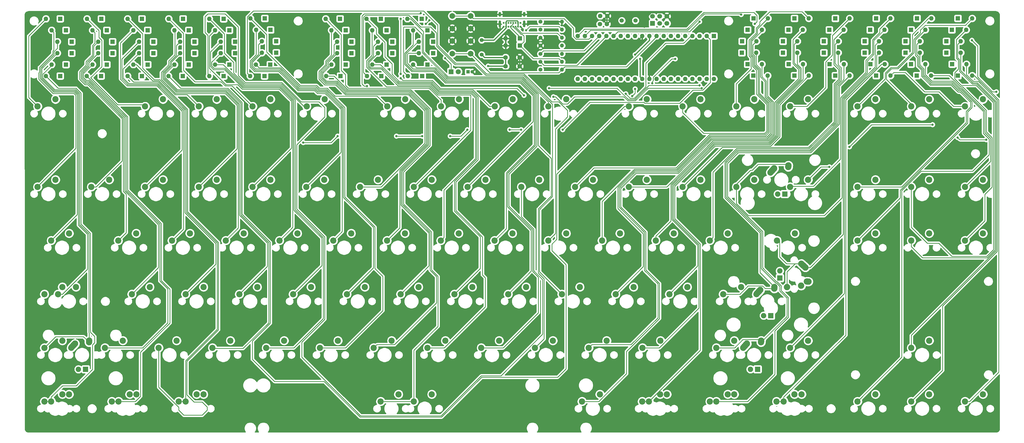
<source format=gbr>
%TF.GenerationSoftware,KiCad,Pcbnew,(5.1.8)-1*%
%TF.CreationDate,2020-12-24T13:39:18+01:00*%
%TF.ProjectId,Atenea,4174656e-6561-42e6-9b69-6361645f7063,1*%
%TF.SameCoordinates,Original*%
%TF.FileFunction,Copper,L2,Bot*%
%TF.FilePolarity,Positive*%
%FSLAX46Y46*%
G04 Gerber Fmt 4.6, Leading zero omitted, Abs format (unit mm)*
G04 Created by KiCad (PCBNEW (5.1.8)-1) date 2020-12-24 13:39:18*
%MOMM*%
%LPD*%
G01*
G04 APERTURE LIST*
%TA.AperFunction,ComponentPad*%
%ADD10C,2.250000*%
%TD*%
%TA.AperFunction,ComponentPad*%
%ADD11C,1.905000*%
%TD*%
%TA.AperFunction,ComponentPad*%
%ADD12R,1.905000X1.905000*%
%TD*%
%TA.AperFunction,ComponentPad*%
%ADD13C,2.200000*%
%TD*%
%TA.AperFunction,ComponentPad*%
%ADD14C,0.650000*%
%TD*%
%TA.AperFunction,ComponentPad*%
%ADD15O,0.900000X2.400000*%
%TD*%
%TA.AperFunction,ComponentPad*%
%ADD16O,0.900000X1.700000*%
%TD*%
%TA.AperFunction,ComponentPad*%
%ADD17C,1.400000*%
%TD*%
%TA.AperFunction,ComponentPad*%
%ADD18O,1.400000X1.400000*%
%TD*%
%TA.AperFunction,ComponentPad*%
%ADD19C,1.800000*%
%TD*%
%TA.AperFunction,ComponentPad*%
%ADD20R,1.800000X1.800000*%
%TD*%
%TA.AperFunction,ComponentPad*%
%ADD21O,1.600000X1.600000*%
%TD*%
%TA.AperFunction,ComponentPad*%
%ADD22R,1.600000X1.600000*%
%TD*%
%TA.AperFunction,ComponentPad*%
%ADD23C,1.500000*%
%TD*%
%TA.AperFunction,ComponentPad*%
%ADD24C,2.000000*%
%TD*%
%TA.AperFunction,ComponentPad*%
%ADD25R,1.700000X1.700000*%
%TD*%
%TA.AperFunction,ComponentPad*%
%ADD26C,1.700000*%
%TD*%
%TA.AperFunction,ComponentPad*%
%ADD27C,1.600000*%
%TD*%
%TA.AperFunction,ComponentPad*%
%ADD28C,1.200000*%
%TD*%
%TA.AperFunction,ComponentPad*%
%ADD29R,1.200000X1.200000*%
%TD*%
%TA.AperFunction,ViaPad*%
%ADD30C,0.800000*%
%TD*%
%TA.AperFunction,Conductor*%
%ADD31C,0.254000*%
%TD*%
%TA.AperFunction,Conductor*%
%ADD32C,0.381000*%
%TD*%
%TA.AperFunction,Conductor*%
%ADD33C,0.100000*%
%TD*%
%TA.AperFunction,NonConductor*%
%ADD34C,0.254000*%
%TD*%
%TA.AperFunction,NonConductor*%
%ADD35C,0.100000*%
%TD*%
G04 APERTURE END LIST*
D10*
%TO.P,ENTERISO1,2*%
%TO.N,Net-(D48-Pad2)*%
X370372000Y-221035000D03*
%TO.P,ENTERISO1,1*%
%TO.N,COL13*%
X375372000Y-220535000D03*
D11*
%TO.P,ENTERISO1,3*%
%TO.N,Net-(ENTERISO1-Pad3)*%
X367792000Y-215265000D03*
D12*
%TO.P,ENTERISO1,4*%
%TO.N,Net-(ENTERISO1-Pad4)*%
X367792000Y-217805000D03*
D10*
%TO.P,ENTERISO1,2*%
%TO.N,Net-(D48-Pad2)*%
X376872000Y-214035000D03*
%TA.AperFunction,ComponentPad*%
G36*
G01*
X374574650Y-211973688D02*
X374574650Y-211973688D01*
G75*
G02*
X376163312Y-211887650I837350J-751312D01*
G01*
X377623320Y-213197640D01*
G75*
G02*
X377709358Y-214786302I-751312J-837350D01*
G01*
X377709358Y-214786302D01*
G75*
G02*
X376120696Y-214872340I-837350J751312D01*
G01*
X374660688Y-213562350D01*
G75*
G02*
X374574650Y-211973688I751312J837350D01*
G01*
G37*
%TD.AperFunction*%
%TO.P,ENTERISO1,1*%
%TO.N,COL13*%
X377952000Y-219075000D03*
%TA.AperFunction,ComponentPad*%
G36*
G01*
X376249740Y-218956524D02*
X376249666Y-218957601D01*
G75*
G02*
X377449399Y-217912666I1122334J-77399D01*
G01*
X378029399Y-217952664D01*
G75*
G02*
X379074334Y-219152397I-77399J-1122334D01*
G01*
X379074334Y-219152397D01*
G75*
G02*
X377874601Y-220197332I-1122334J77399D01*
G01*
X377294601Y-220157334D01*
G75*
G02*
X376249666Y-218957601I77399J1122334D01*
G01*
G37*
%TD.AperFunction*%
%TD*%
D13*
%TO.P,ALTGRALT1,2*%
%TO.N,Net-(ALTGRALT1-Pad2)*%
X319024000Y-261620000D03*
%TO.P,ALTGRALT1,1*%
%TO.N,COL11*%
X325374000Y-259080000D03*
%TD*%
%TO.P,SCROLL1,2*%
%TO.N,Net-(D16-Pad2)*%
X414401000Y-156845000D03*
%TO.P,SCROLL1,1*%
%TO.N,COL15*%
X420751000Y-154305000D03*
%TD*%
D12*
%TO.P,SHIFTALT1,4*%
%TO.N,Net-(SHIFTALT1-Pad4)*%
X359918000Y-250190000D03*
D11*
%TO.P,SHIFTALT1,3*%
%TO.N,Net-(SHIFTALT1-Pad3)*%
X357378000Y-250190000D03*
D10*
%TO.P,SHIFTALT1,1*%
%TO.N,COL12*%
X356148000Y-241110000D03*
%TA.AperFunction,ComponentPad*%
G36*
G01*
X354086688Y-243407350D02*
X354086683Y-243407345D01*
G75*
G02*
X354000655Y-241818683I751317J837345D01*
G01*
X355310657Y-240358683D01*
G75*
G02*
X356899319Y-240272655I837345J-751317D01*
G01*
X356899319Y-240272655D01*
G75*
G02*
X356985347Y-241861317I-751317J-837345D01*
G01*
X355675345Y-243321317D01*
G75*
G02*
X354086683Y-243407345I-837345J751317D01*
G01*
G37*
%TD.AperFunction*%
%TO.P,SHIFTALT1,2*%
%TO.N,Net-(D78-Pad2)*%
X361188000Y-240030000D03*
%TA.AperFunction,ComponentPad*%
G36*
G01*
X361071483Y-241732395D02*
X361070597Y-241732334D01*
G75*
G02*
X360025666Y-240532597I77403J1122334D01*
G01*
X360065666Y-239952597D01*
G75*
G02*
X361265403Y-238907666I1122334J-77403D01*
G01*
X361265403Y-238907666D01*
G75*
G02*
X362310334Y-240107403I-77403J-1122334D01*
G01*
X362270334Y-240687403D01*
G75*
G02*
X361070597Y-241732334I-1122334J77403D01*
G01*
G37*
%TD.AperFunction*%
%TD*%
D12*
%TO.P,LONGSHIFT1,4*%
%TO.N,Net-(LONGSHIFT1-Pad4)*%
X121793000Y-250190000D03*
D11*
%TO.P,LONGSHIFT1,3*%
%TO.N,Net-(LONGSHIFT1-Pad3)*%
X119253000Y-250190000D03*
D10*
%TO.P,LONGSHIFT1,1*%
%TO.N,COL0*%
X118023000Y-241110000D03*
%TA.AperFunction,ComponentPad*%
G36*
G01*
X115961688Y-243407350D02*
X115961683Y-243407345D01*
G75*
G02*
X115875655Y-241818683I751317J837345D01*
G01*
X117185657Y-240358683D01*
G75*
G02*
X118774319Y-240272655I837345J-751317D01*
G01*
X118774319Y-240272655D01*
G75*
G02*
X118860347Y-241861317I-751317J-837345D01*
G01*
X117550345Y-243321317D01*
G75*
G02*
X115961683Y-243407345I-837345J751317D01*
G01*
G37*
%TD.AperFunction*%
%TO.P,LONGSHIFT1,2*%
%TO.N,Net-(D66-Pad2)*%
X123063000Y-240030000D03*
%TA.AperFunction,ComponentPad*%
G36*
G01*
X122946483Y-241732395D02*
X122945597Y-241732334D01*
G75*
G02*
X121900666Y-240532597I77403J1122334D01*
G01*
X121940666Y-239952597D01*
G75*
G02*
X123140403Y-238907666I1122334J-77403D01*
G01*
X123140403Y-238907666D01*
G75*
G02*
X124185334Y-240107403I-77403J-1122334D01*
G01*
X124145334Y-240687403D01*
G75*
G02*
X122945597Y-241732334I-1122334J77403D01*
G01*
G37*
%TD.AperFunction*%
%TD*%
D12*
%TO.P,ENTERANSI1,4*%
%TO.N,Net-(ENTERANSI1-Pad4)*%
X364617000Y-231140000D03*
D11*
%TO.P,ENTERANSI1,3*%
%TO.N,Net-(ENTERANSI1-Pad3)*%
X362077000Y-231140000D03*
D10*
%TO.P,ENTERANSI1,1*%
%TO.N,COL12*%
X360847000Y-222060000D03*
%TA.AperFunction,ComponentPad*%
G36*
G01*
X358785688Y-224357350D02*
X358785683Y-224357345D01*
G75*
G02*
X358699655Y-222768683I751317J837345D01*
G01*
X360009657Y-221308683D01*
G75*
G02*
X361598319Y-221222655I837345J-751317D01*
G01*
X361598319Y-221222655D01*
G75*
G02*
X361684347Y-222811317I-751317J-837345D01*
G01*
X360374345Y-224271317D01*
G75*
G02*
X358785683Y-224357345I-837345J751317D01*
G01*
G37*
%TD.AperFunction*%
%TO.P,ENTERANSI1,2*%
%TO.N,Net-(D65-Pad2)*%
X365887000Y-220980000D03*
%TA.AperFunction,ComponentPad*%
G36*
G01*
X365770483Y-222682395D02*
X365769597Y-222682334D01*
G75*
G02*
X364724666Y-221482597I77403J1122334D01*
G01*
X364764666Y-220902597D01*
G75*
G02*
X365964403Y-219857666I1122334J-77403D01*
G01*
X365964403Y-219857666D01*
G75*
G02*
X367009334Y-221057403I-77403J-1122334D01*
G01*
X366969334Y-221637403D01*
G75*
G02*
X365769597Y-222682334I-1122334J77403D01*
G01*
G37*
%TD.AperFunction*%
%TD*%
D12*
%TO.P,BACKSPACE1,4*%
%TO.N,Net-(BACKSPACE1-Pad4)*%
X369570000Y-187960000D03*
D11*
%TO.P,BACKSPACE1,3*%
%TO.N,Net-(BACKSPACE1-Pad3)*%
X367030000Y-187960000D03*
D10*
%TO.P,BACKSPACE1,1*%
%TO.N,COL13*%
X365800000Y-178880000D03*
%TA.AperFunction,ComponentPad*%
G36*
G01*
X363738688Y-181177350D02*
X363738683Y-181177345D01*
G75*
G02*
X363652655Y-179588683I751317J837345D01*
G01*
X364962657Y-178128683D01*
G75*
G02*
X366551319Y-178042655I837345J-751317D01*
G01*
X366551319Y-178042655D01*
G75*
G02*
X366637347Y-179631317I-751317J-837345D01*
G01*
X365327345Y-181091317D01*
G75*
G02*
X363738683Y-181177345I-837345J751317D01*
G01*
G37*
%TD.AperFunction*%
%TO.P,BACKSPACE1,2*%
%TO.N,Net-(BACKSPACE1-Pad2)*%
X370840000Y-177800000D03*
%TA.AperFunction,ComponentPad*%
G36*
G01*
X370723483Y-179502395D02*
X370722597Y-179502334D01*
G75*
G02*
X369677666Y-178302597I77403J1122334D01*
G01*
X369717666Y-177722597D01*
G75*
G02*
X370917403Y-176677666I1122334J-77403D01*
G01*
X370917403Y-176677666D01*
G75*
G02*
X371962334Y-177877403I-77403J-1122334D01*
G01*
X371922334Y-178457403D01*
G75*
G02*
X370722597Y-179502334I-1122334J77403D01*
G01*
G37*
%TD.AperFunction*%
%TD*%
D14*
%TO.P,USB1,A5*%
%TO.N,Net-(R3-Pad2)*%
X274198000Y-128528000D03*
%TO.P,USB1,A1*%
%TO.N,GND*%
X275898000Y-128528000D03*
%TO.P,USB1,A4*%
%TO.N,VCC*%
X275048000Y-128528000D03*
%TO.P,USB1,A6*%
%TO.N,Net-(D93-Pad1)*%
X273348000Y-128528000D03*
%TO.P,USB1,A7*%
%TO.N,Net-(D92-Pad1)*%
X272498000Y-128528000D03*
%TO.P,USB1,A8*%
%TO.N,Net-(USB1-PadA8)*%
X271648000Y-128528000D03*
%TO.P,USB1,A9*%
%TO.N,VCC*%
X270798000Y-128528000D03*
%TO.P,USB1,A12*%
%TO.N,GND*%
X269948000Y-128528000D03*
%TO.P,USB1,B12*%
X275898000Y-127203000D03*
%TO.P,USB1,B9*%
%TO.N,VCC*%
X275043000Y-127203000D03*
%TO.P,USB1,B8*%
%TO.N,Net-(USB1-PadB8)*%
X274193000Y-127203000D03*
%TO.P,USB1,B7*%
%TO.N,Net-(D92-Pad1)*%
X273343000Y-127203000D03*
%TO.P,USB1,B6*%
%TO.N,Net-(D93-Pad1)*%
X272493000Y-127203000D03*
%TO.P,USB1,B5*%
%TO.N,Net-(R6-Pad2)*%
X271643000Y-127203000D03*
%TO.P,USB1,B4*%
%TO.N,VCC*%
X270793000Y-127203000D03*
%TO.P,USB1,B1*%
%TO.N,GND*%
X269943000Y-127203000D03*
D15*
%TO.P,USB1,S1*%
X277248000Y-127548000D03*
X268598000Y-127548000D03*
D16*
X277248000Y-124168000D03*
X268598000Y-124168000D03*
%TD*%
D17*
%TO.P,R8,1*%
%TO.N,Net-(LED1-Pad1)*%
X282956000Y-126746000D03*
D18*
%TO.P,R8,2*%
%TO.N,GND*%
X290576000Y-126746000D03*
%TD*%
D19*
%TO.P,LED1,2*%
%TO.N,+5V*%
X253873000Y-144526000D03*
D20*
%TO.P,LED1,1*%
%TO.N,Net-(LED1-Pad1)*%
X251333000Y-144526000D03*
%TD*%
D21*
%TO.P,D93,2*%
%TO.N,GND*%
X270637000Y-135255000D03*
D22*
%TO.P,D93,1*%
%TO.N,Net-(D93-Pad1)*%
X275717000Y-135255000D03*
%TD*%
D21*
%TO.P,D92,2*%
%TO.N,GND*%
X270637000Y-132715000D03*
D22*
%TO.P,D92,1*%
%TO.N,Net-(D92-Pad1)*%
X275717000Y-132715000D03*
%TD*%
D21*
%TO.P,D91,2*%
%TO.N,Net-(D91-Pad2)*%
X435991000Y-145923000D03*
D22*
%TO.P,D91,1*%
%TO.N,ROW5*%
X430911000Y-145923000D03*
%TD*%
D21*
%TO.P,D90,2*%
%TO.N,Net-(BOTTOM1-Pad2)*%
X433959000Y-141859000D03*
D22*
%TO.P,D90,1*%
%TO.N,ROW5*%
X428879000Y-141859000D03*
%TD*%
D21*
%TO.P,D89,2*%
%TO.N,Net-(D89-Pad2)*%
X417449000Y-137795000D03*
D22*
%TO.P,D89,1*%
%TO.N,ROW5*%
X412369000Y-137795000D03*
%TD*%
D21*
%TO.P,D88,2*%
%TO.N,Net-(D88-Pad2)*%
X405003000Y-141859000D03*
D22*
%TO.P,D88,1*%
%TO.N,ROW5*%
X399923000Y-141859000D03*
%TD*%
D21*
%TO.P,D87,2*%
%TO.N,Net-(D87-Pad2)*%
X392557000Y-145923000D03*
D22*
%TO.P,D87,1*%
%TO.N,ROW5*%
X387477000Y-145923000D03*
%TD*%
D21*
%TO.P,D86,2*%
%TO.N,Net-(ALTGRALT1-Pad2)*%
X378079000Y-145923000D03*
D22*
%TO.P,D86,1*%
%TO.N,ROW5*%
X372999000Y-145923000D03*
%TD*%
D21*
%TO.P,D85,2*%
%TO.N,Net-(ALTGR1-Pad2)*%
X363474000Y-145923000D03*
D22*
%TO.P,D85,1*%
%TO.N,ROW5*%
X358394000Y-145923000D03*
%TD*%
D21*
%TO.P,D84,2*%
%TO.N,Net-(D84-Pad2)*%
X207010000Y-146050000D03*
D22*
%TO.P,D84,1*%
%TO.N,ROW5*%
X212090000Y-146050000D03*
%TD*%
D21*
%TO.P,D83,2*%
%TO.N,Net-(ALT1-Pad2)*%
X136652000Y-146050000D03*
D22*
%TO.P,D83,1*%
%TO.N,ROW5*%
X141732000Y-146050000D03*
%TD*%
D21*
%TO.P,D82,2*%
%TO.N,Net-(D82-Pad2)*%
X122174000Y-146050000D03*
D22*
%TO.P,D82,1*%
%TO.N,ROW5*%
X127254000Y-146050000D03*
%TD*%
D21*
%TO.P,D81,2*%
%TO.N,Net-(CTRL1-Pad2)*%
X107696000Y-146050000D03*
D22*
%TO.P,D81,1*%
%TO.N,ROW5*%
X112776000Y-146050000D03*
%TD*%
D21*
%TO.P,D80,2*%
%TO.N,Net-(D80-Pad2)*%
X431927000Y-137795000D03*
D22*
%TO.P,D80,1*%
%TO.N,ROW4*%
X426847000Y-137795000D03*
%TD*%
D21*
%TO.P,D79,2*%
%TO.N,Net-(D79-Pad2)*%
X402971000Y-137795000D03*
D22*
%TO.P,D79,1*%
%TO.N,ROW4*%
X397891000Y-137795000D03*
%TD*%
D21*
%TO.P,D78,2*%
%TO.N,Net-(D78-Pad2)*%
X390525000Y-141859000D03*
D22*
%TO.P,D78,1*%
%TO.N,ROW4*%
X385445000Y-141859000D03*
%TD*%
D21*
%TO.P,D77,2*%
%TO.N,Net-(/1-Pad2)*%
X376047000Y-141859000D03*
D22*
%TO.P,D77,1*%
%TO.N,ROW4*%
X370967000Y-141859000D03*
%TD*%
D21*
%TO.P,D76,2*%
%TO.N,Net-(.1-Pad2)*%
X361442000Y-141859000D03*
D22*
%TO.P,D76,1*%
%TO.N,ROW4*%
X356362000Y-141859000D03*
%TD*%
D21*
%TO.P,D75,2*%
%TO.N,Net-(\u002C1-Pad2)*%
X235966000Y-146050000D03*
D22*
%TO.P,D75,1*%
%TO.N,ROW4*%
X241046000Y-146050000D03*
%TD*%
D21*
%TO.P,D74,2*%
%TO.N,Net-(D74-Pad2)*%
X237871000Y-141986000D03*
D22*
%TO.P,D74,1*%
%TO.N,ROW4*%
X242951000Y-141986000D03*
%TD*%
D21*
%TO.P,D73,2*%
%TO.N,Net-(D73-Pad2)*%
X223393000Y-141986000D03*
D22*
%TO.P,D73,1*%
%TO.N,ROW4*%
X228473000Y-141986000D03*
%TD*%
D21*
%TO.P,D72,2*%
%TO.N,Net-(B1-Pad2)*%
X208915000Y-141986000D03*
D22*
%TO.P,D72,1*%
%TO.N,ROW4*%
X213995000Y-141986000D03*
%TD*%
D21*
%TO.P,D71,2*%
%TO.N,Net-(D71-Pad2)*%
X182118000Y-141986000D03*
D22*
%TO.P,D71,1*%
%TO.N,ROW4*%
X187198000Y-141986000D03*
%TD*%
D21*
%TO.P,D70,2*%
%TO.N,Net-(C6-Pad2)*%
X167640000Y-141986000D03*
D22*
%TO.P,D70,1*%
%TO.N,ROW4*%
X172720000Y-141986000D03*
%TD*%
D21*
%TO.P,D69,2*%
%TO.N,Net-(D69-Pad2)*%
X153289000Y-141986000D03*
D22*
%TO.P,D69,1*%
%TO.N,ROW4*%
X158369000Y-141986000D03*
%TD*%
D21*
%TO.P,D68,2*%
%TO.N,Net-(D68-Pad2)*%
X138684000Y-141986000D03*
D22*
%TO.P,D68,1*%
%TO.N,ROW4*%
X143764000Y-141986000D03*
%TD*%
D21*
%TO.P,D67,2*%
%TO.N,Net-(D67-Pad2)*%
X124206000Y-141986000D03*
D22*
%TO.P,D67,1*%
%TO.N,ROW4*%
X129286000Y-141986000D03*
%TD*%
D21*
%TO.P,D66,2*%
%TO.N,Net-(D66-Pad2)*%
X109728000Y-141986000D03*
D22*
%TO.P,D66,1*%
%TO.N,ROW4*%
X114808000Y-141986000D03*
%TD*%
D21*
%TO.P,D65,2*%
%TO.N,Net-(D65-Pad2)*%
X388493000Y-137795000D03*
D22*
%TO.P,D65,1*%
%TO.N,ROW3*%
X383413000Y-137795000D03*
%TD*%
D21*
%TO.P,D64,2*%
%TO.N,Net-(@1-Pad2)*%
X374015000Y-137795000D03*
D22*
%TO.P,D64,1*%
%TO.N,ROW3*%
X368935000Y-137795000D03*
%TD*%
D21*
%TO.P,D63,2*%
%TO.N,Net-(:1-Pad2)*%
X359410000Y-137795000D03*
D22*
%TO.P,D63,1*%
%TO.N,ROW3*%
X354330000Y-137795000D03*
%TD*%
D21*
%TO.P,D62,2*%
%TO.N,Net-(D62-Pad2)*%
X221488000Y-146050000D03*
D22*
%TO.P,D62,1*%
%TO.N,ROW3*%
X226568000Y-146050000D03*
%TD*%
D21*
%TO.P,D61,2*%
%TO.N,Net-(D61-Pad2)*%
X239903000Y-137922000D03*
D22*
%TO.P,D61,1*%
%TO.N,ROW3*%
X244983000Y-137922000D03*
%TD*%
D21*
%TO.P,D60,2*%
%TO.N,Net-(D60-Pad2)*%
X225425000Y-137922000D03*
D22*
%TO.P,D60,1*%
%TO.N,ROW3*%
X230505000Y-137922000D03*
%TD*%
D21*
%TO.P,D59,2*%
%TO.N,Net-(D59-Pad2)*%
X210947000Y-137922000D03*
D22*
%TO.P,D59,1*%
%TO.N,ROW3*%
X216027000Y-137922000D03*
%TD*%
D21*
%TO.P,D58,2*%
%TO.N,Net-(D58-Pad2)*%
X184277000Y-137795000D03*
D22*
%TO.P,D58,1*%
%TO.N,ROW3*%
X189357000Y-137795000D03*
%TD*%
D21*
%TO.P,D57,2*%
%TO.N,Net-(D57-Pad2)*%
X169672000Y-137922000D03*
D22*
%TO.P,D57,1*%
%TO.N,ROW3*%
X174752000Y-137922000D03*
%TD*%
D21*
%TO.P,D56,2*%
%TO.N,Net-(D52-Pad2)*%
X155321000Y-137922000D03*
D22*
%TO.P,D56,1*%
%TO.N,ROW3*%
X160401000Y-137922000D03*
%TD*%
D21*
%TO.P,D55,2*%
%TO.N,Net-(D55-Pad2)*%
X140716000Y-137922000D03*
D22*
%TO.P,D55,1*%
%TO.N,ROW3*%
X145796000Y-137922000D03*
%TD*%
D21*
%TO.P,D54,2*%
%TO.N,Net-(A1-Pad2)*%
X126238000Y-137922000D03*
D22*
%TO.P,D54,1*%
%TO.N,ROW3*%
X131318000Y-137922000D03*
%TD*%
D21*
%TO.P,D53,2*%
%TO.N,Net-(CAPSLOCK1-Pad2)*%
X111760000Y-137922000D03*
D22*
%TO.P,D53,1*%
%TO.N,ROW3*%
X116840000Y-137922000D03*
%TD*%
D21*
%TO.P,D51,2*%
%TO.N,Net-(D51-Pad2)*%
X421386000Y-145923000D03*
D22*
%TO.P,D51,1*%
%TO.N,ROW2*%
X416306000Y-145923000D03*
%TD*%
D21*
%TO.P,D50,2*%
%TO.N,Net-(D50-Pad2)*%
X431927000Y-133731000D03*
D22*
%TO.P,D50,1*%
%TO.N,ROW2*%
X426847000Y-133731000D03*
%TD*%
D21*
%TO.P,D49,2*%
%TO.N,Net-(D49-Pad2)*%
X417449000Y-133731000D03*
D22*
%TO.P,D49,1*%
%TO.N,ROW2*%
X412369000Y-133731000D03*
%TD*%
D21*
%TO.P,D48,2*%
%TO.N,Net-(D48-Pad2)*%
X402971000Y-133731000D03*
D22*
%TO.P,D48,1*%
%TO.N,ROW2*%
X397891000Y-133731000D03*
%TD*%
D21*
%TO.P,D47,2*%
%TO.N,Net-(D47-Pad2)*%
X388493000Y-133731000D03*
D22*
%TO.P,D47,1*%
%TO.N,ROW2*%
X383413000Y-133731000D03*
%TD*%
D21*
%TO.P,D46,2*%
%TO.N,Net-(D46-Pad2)*%
X374015000Y-133731000D03*
D22*
%TO.P,D46,1*%
%TO.N,ROW2*%
X368935000Y-133731000D03*
%TD*%
D21*
%TO.P,D45,2*%
%TO.N,Net-(D45-Pad2)*%
X359537000Y-133731000D03*
D22*
%TO.P,D45,1*%
%TO.N,ROW2*%
X354457000Y-133731000D03*
%TD*%
D21*
%TO.P,D44,2*%
%TO.N,Net-(D44-Pad2)*%
X180086000Y-146050000D03*
D22*
%TO.P,D44,1*%
%TO.N,ROW2*%
X185166000Y-146050000D03*
%TD*%
D21*
%TO.P,D43,2*%
%TO.N,Net-(D43-Pad2)*%
X239903000Y-133858000D03*
D22*
%TO.P,D43,1*%
%TO.N,ROW2*%
X244983000Y-133858000D03*
%TD*%
D21*
%TO.P,D42,2*%
%TO.N,Net-(D42-Pad2)*%
X225425000Y-133858000D03*
D22*
%TO.P,D42,1*%
%TO.N,ROW2*%
X230505000Y-133858000D03*
%TD*%
D21*
%TO.P,D41,2*%
%TO.N,Net-(D41-Pad2)*%
X210947000Y-133858000D03*
D22*
%TO.P,D41,1*%
%TO.N,ROW2*%
X216027000Y-133858000D03*
%TD*%
D21*
%TO.P,D40,2*%
%TO.N,Net-(D40-Pad2)*%
X184277000Y-133731000D03*
D22*
%TO.P,D40,1*%
%TO.N,ROW2*%
X189357000Y-133731000D03*
%TD*%
D21*
%TO.P,D39,2*%
%TO.N,Net-(D39-Pad2)*%
X169672000Y-133858000D03*
D22*
%TO.P,D39,1*%
%TO.N,ROW2*%
X174752000Y-133858000D03*
%TD*%
D21*
%TO.P,D38,2*%
%TO.N,Net-(D38-Pad2)*%
X155321000Y-133858000D03*
D22*
%TO.P,D38,1*%
%TO.N,ROW2*%
X160401000Y-133858000D03*
%TD*%
D21*
%TO.P,D37,2*%
%TO.N,Net-(D37-Pad2)*%
X140716000Y-133858000D03*
D22*
%TO.P,D37,1*%
%TO.N,ROW2*%
X145796000Y-133858000D03*
%TD*%
D21*
%TO.P,D36,2*%
%TO.N,Net-(D36-Pad2)*%
X126238000Y-133858000D03*
D22*
%TO.P,D36,1*%
%TO.N,ROW2*%
X131318000Y-133858000D03*
%TD*%
D21*
%TO.P,D35,2*%
%TO.N,Net-(D35-Pad2)*%
X111760000Y-133858000D03*
D22*
%TO.P,D35,1*%
%TO.N,ROW2*%
X116840000Y-133858000D03*
%TD*%
D21*
%TO.P,D34,2*%
%TO.N,Net-(D34-Pad2)*%
X419354000Y-141859000D03*
D22*
%TO.P,D34,1*%
%TO.N,ROW1*%
X414274000Y-141859000D03*
%TD*%
%TO.P,D33,1*%
%TO.N,ROW1*%
X428752000Y-129667000D03*
D21*
%TO.P,D33,2*%
%TO.N,Net-(D33-Pad2)*%
X433832000Y-129667000D03*
%TD*%
%TO.P,D32,2*%
%TO.N,Net-(D32-Pad2)*%
X419354000Y-129667000D03*
D22*
%TO.P,D32,1*%
%TO.N,ROW1*%
X414274000Y-129667000D03*
%TD*%
D21*
%TO.P,D31,2*%
%TO.N,Net-(BACKSPACE1-Pad2)*%
X404876000Y-129667000D03*
D22*
%TO.P,D31,1*%
%TO.N,ROW1*%
X399796000Y-129667000D03*
%TD*%
D21*
%TO.P,D30,2*%
%TO.N,Net-(=1-Pad2)*%
X390398000Y-129667000D03*
D22*
%TO.P,D30,1*%
%TO.N,ROW1*%
X385318000Y-129667000D03*
%TD*%
D21*
%TO.P,D29,2*%
%TO.N,Net-(-1-Pad2)*%
X375920000Y-129667000D03*
D22*
%TO.P,D29,1*%
%TO.N,ROW1*%
X370840000Y-129667000D03*
%TD*%
D21*
%TO.P,D28,2*%
%TO.N,Net-(D28-Pad2)*%
X361442000Y-129667000D03*
D22*
%TO.P,D28,1*%
%TO.N,ROW1*%
X356362000Y-129667000D03*
%TD*%
D21*
%TO.P,D27,2*%
%TO.N,Net-(D27-Pad2)*%
X165608000Y-146050000D03*
D22*
%TO.P,D27,1*%
%TO.N,ROW1*%
X170688000Y-146050000D03*
%TD*%
D21*
%TO.P,D26,2*%
%TO.N,Net-(D26-Pad2)*%
X237871000Y-129794000D03*
D22*
%TO.P,D26,1*%
%TO.N,ROW1*%
X242951000Y-129794000D03*
%TD*%
D21*
%TO.P,D25,2*%
%TO.N,Net-(D25-Pad2)*%
X223393000Y-129794000D03*
D22*
%TO.P,D25,1*%
%TO.N,ROW1*%
X228473000Y-129794000D03*
%TD*%
D21*
%TO.P,D24,2*%
%TO.N,Net-(D24-Pad2)*%
X208915000Y-129794000D03*
D22*
%TO.P,D24,1*%
%TO.N,ROW1*%
X213995000Y-129794000D03*
%TD*%
D21*
%TO.P,D23,2*%
%TO.N,Net-(D23-Pad2)*%
X182245000Y-129667000D03*
D22*
%TO.P,D23,1*%
%TO.N,ROW1*%
X187325000Y-129667000D03*
%TD*%
D21*
%TO.P,D22,2*%
%TO.N,Net-(D22-Pad2)*%
X167640000Y-129794000D03*
D22*
%TO.P,D22,1*%
%TO.N,ROW1*%
X172720000Y-129794000D03*
%TD*%
D21*
%TO.P,D21,2*%
%TO.N,Net-(D21-Pad2)*%
X153289000Y-129794000D03*
D22*
%TO.P,D21,1*%
%TO.N,ROW1*%
X158369000Y-129794000D03*
%TD*%
D21*
%TO.P,D20,2*%
%TO.N,Net-(D20-Pad2)*%
X138684000Y-129794000D03*
D22*
%TO.P,D20,1*%
%TO.N,ROW1*%
X143764000Y-129794000D03*
%TD*%
D21*
%TO.P,D19,2*%
%TO.N,Net-(D19-Pad2)*%
X124206000Y-129794000D03*
D22*
%TO.P,D19,1*%
%TO.N,ROW1*%
X129286000Y-129794000D03*
%TD*%
D21*
%TO.P,D18,2*%
%TO.N,Net-(D18-Pad2)*%
X109728000Y-129794000D03*
D22*
%TO.P,D18,1*%
%TO.N,ROW1*%
X114808000Y-129794000D03*
%TD*%
D21*
%TO.P,D17,2*%
%TO.N,Net-(D17-Pad2)*%
X407035000Y-145923000D03*
D22*
%TO.P,D17,1*%
%TO.N,ROW0*%
X401955000Y-145923000D03*
%TD*%
D21*
%TO.P,D16,2*%
%TO.N,Net-(D16-Pad2)*%
X435991000Y-125603000D03*
D22*
%TO.P,D16,1*%
%TO.N,ROW0*%
X430911000Y-125603000D03*
%TD*%
D21*
%TO.P,D15,2*%
%TO.N,Net-(D15-Pad2)*%
X421513000Y-125603000D03*
D22*
%TO.P,D15,1*%
%TO.N,ROW0*%
X416433000Y-125603000D03*
%TD*%
D21*
%TO.P,D14,2*%
%TO.N,Net-(D14-Pad2)*%
X407035000Y-125603000D03*
D22*
%TO.P,D14,1*%
%TO.N,ROW0*%
X401955000Y-125603000D03*
%TD*%
D21*
%TO.P,D13,2*%
%TO.N,Net-(D13-Pad2)*%
X392557000Y-125603000D03*
D22*
%TO.P,D13,1*%
%TO.N,ROW0*%
X387477000Y-125603000D03*
%TD*%
D21*
%TO.P,D12,2*%
%TO.N,Net-(D12-Pad2)*%
X378079000Y-125603000D03*
D22*
%TO.P,D12,1*%
%TO.N,ROW0*%
X372999000Y-125603000D03*
%TD*%
D21*
%TO.P,D11,2*%
%TO.N,Net-(D11-Pad2)*%
X363601000Y-125603000D03*
D22*
%TO.P,D11,1*%
%TO.N,ROW0*%
X358521000Y-125603000D03*
%TD*%
D21*
%TO.P,D10,2*%
%TO.N,Net-(D10-Pad2)*%
X151130000Y-146050000D03*
D22*
%TO.P,D10,1*%
%TO.N,ROW0*%
X156210000Y-146050000D03*
%TD*%
D21*
%TO.P,D9,2*%
%TO.N,Net-(D9-Pad2)*%
X235839000Y-125730000D03*
D22*
%TO.P,D9,1*%
%TO.N,ROW0*%
X240919000Y-125730000D03*
%TD*%
D21*
%TO.P,D8,2*%
%TO.N,Net-(D8-Pad2)*%
X221361000Y-125730000D03*
D22*
%TO.P,D8,1*%
%TO.N,ROW0*%
X226441000Y-125730000D03*
%TD*%
D21*
%TO.P,D7,2*%
%TO.N,Net-(D7-Pad2)*%
X206883000Y-125730000D03*
D22*
%TO.P,D7,1*%
%TO.N,ROW0*%
X211963000Y-125730000D03*
%TD*%
D21*
%TO.P,D6,2*%
%TO.N,Net-(D6-Pad2)*%
X180213000Y-125603000D03*
D22*
%TO.P,D6,1*%
%TO.N,ROW0*%
X185293000Y-125603000D03*
%TD*%
D21*
%TO.P,D5,2*%
%TO.N,Net-(D5-Pad2)*%
X165608000Y-125730000D03*
D22*
%TO.P,D5,1*%
%TO.N,ROW0*%
X170688000Y-125730000D03*
%TD*%
D21*
%TO.P,D4,2*%
%TO.N,Net-(D4-Pad2)*%
X151257000Y-125730000D03*
D22*
%TO.P,D4,1*%
%TO.N,ROW0*%
X156337000Y-125730000D03*
%TD*%
D21*
%TO.P,D3,2*%
%TO.N,Net-(D3-Pad2)*%
X136652000Y-125730000D03*
D22*
%TO.P,D3,1*%
%TO.N,ROW0*%
X141732000Y-125730000D03*
%TD*%
D21*
%TO.P,D2,2*%
%TO.N,Net-(D2-Pad2)*%
X122301000Y-125730000D03*
D22*
%TO.P,D2,1*%
%TO.N,ROW0*%
X127381000Y-125730000D03*
%TD*%
D21*
%TO.P,D1,2*%
%TO.N,Net-(D1-Pad2)*%
X107696000Y-125730000D03*
D22*
%TO.P,D1,1*%
%TO.N,ROW0*%
X112776000Y-125730000D03*
%TD*%
D23*
%TO.P,Y1,1*%
%TO.N,Net-(C1-Pad1)*%
X311785000Y-126365000D03*
%TO.P,Y1,2*%
%TO.N,Net-(C2-Pad1)*%
X316665000Y-126365000D03*
%TD*%
D24*
%TO.P,SW1,1*%
%TO.N,Net-(SW1-Pad1)*%
X258214000Y-124714000D03*
%TO.P,SW1,2*%
%TO.N,GND*%
X258214000Y-129214000D03*
%TO.P,SW1,1*%
%TO.N,Net-(SW1-Pad1)*%
X251714000Y-124714000D03*
%TO.P,SW1,2*%
%TO.N,GND*%
X251714000Y-129214000D03*
%TD*%
%TO.P,SW2,1*%
%TO.N,GND*%
X258214000Y-133604000D03*
%TO.P,SW2,2*%
%TO.N,reset*%
X258214000Y-138104000D03*
%TO.P,SW2,1*%
%TO.N,GND*%
X251714000Y-133604000D03*
%TO.P,SW2,2*%
%TO.N,reset*%
X251714000Y-138104000D03*
%TD*%
D17*
%TO.P,F14,2*%
%TO.N,VCC*%
X262128000Y-133340000D03*
%TO.P,F14,1*%
%TO.N,+5V*%
X262128000Y-138440000D03*
%TD*%
D25*
%TO.P,J2,1*%
%TO.N,MISO*%
X322707000Y-127381000D03*
D26*
%TO.P,J2,2*%
%TO.N,+5V*%
X322707000Y-124841000D03*
%TO.P,J2,3*%
%TO.N,SCK*%
X325247000Y-127381000D03*
%TO.P,J2,4*%
%TO.N,MOSI*%
X325247000Y-124841000D03*
%TO.P,J2,5*%
%TO.N,reset*%
X327787000Y-127381000D03*
%TO.P,J2,6*%
%TO.N,GND*%
X327787000Y-124841000D03*
%TD*%
D17*
%TO.P,R2,1*%
%TO.N,D-*%
X282956000Y-138176000D03*
D18*
%TO.P,R2,2*%
%TO.N,Net-(D92-Pad1)*%
X290576000Y-138176000D03*
%TD*%
D17*
%TO.P,R3,1*%
%TO.N,GND*%
X282956000Y-132461000D03*
D18*
%TO.P,R3,2*%
%TO.N,Net-(R3-Pad2)*%
X290576000Y-132461000D03*
%TD*%
D17*
%TO.P,R4,1*%
%TO.N,+5V*%
X282956000Y-129540000D03*
D18*
%TO.P,R4,2*%
%TO.N,Net-(D92-Pad1)*%
X290576000Y-129540000D03*
%TD*%
D17*
%TO.P,R5,1*%
%TO.N,D+*%
X282956000Y-140970000D03*
D18*
%TO.P,R5,2*%
%TO.N,Net-(D93-Pad1)*%
X290576000Y-140970000D03*
%TD*%
D17*
%TO.P,R6,1*%
%TO.N,GND*%
X282956000Y-135255000D03*
D18*
%TO.P,R6,2*%
%TO.N,Net-(R6-Pad2)*%
X290576000Y-135255000D03*
%TD*%
D17*
%TO.P,R7,1*%
%TO.N,+5V*%
X282956000Y-143764000D03*
D18*
%TO.P,R7,2*%
%TO.N,reset*%
X290576000Y-143764000D03*
%TD*%
D27*
%TO.P,C1,2*%
%TO.N,GND*%
X306538000Y-127635000D03*
%TO.P,C1,1*%
%TO.N,Net-(C1-Pad1)*%
X304038000Y-127635000D03*
%TD*%
D28*
%TO.P,C3,2*%
%TO.N,GND*%
X258802000Y-144526000D03*
D29*
%TO.P,C3,1*%
%TO.N,+5V*%
X257302000Y-144526000D03*
%TD*%
D27*
%TO.P,C5,2*%
%TO.N,GND*%
X275637000Y-139446000D03*
%TO.P,C5,1*%
%TO.N,+5V*%
X270637000Y-139446000D03*
%TD*%
%TO.P,C4,2*%
%TO.N,GND*%
X275637000Y-142621000D03*
%TO.P,C4,1*%
%TO.N,+5V*%
X270637000Y-142621000D03*
%TD*%
%TO.P,C2,2*%
%TO.N,GND*%
X306665000Y-124714000D03*
%TO.P,C2,1*%
%TO.N,Net-(C2-Pad1)*%
X304165000Y-124714000D03*
%TD*%
D13*
%TO.P,hash1,2*%
%TO.N,Net-(D65-Pad2)*%
X347726000Y-223520000D03*
%TO.P,hash1,1*%
%TO.N,COL12*%
X354076000Y-220980000D03*
%TD*%
%TO.P,\u00AC\u00BA11,2*%
%TO.N,Net-(D18-Pad2)*%
X104775000Y-185420000D03*
%TO.P,\u00AC\u00BA11,1*%
%TO.N,COL0*%
X111125000Y-182880000D03*
%TD*%
%TO.P,Z1,2*%
%TO.N,Net-(D68-Pad2)*%
X147701000Y-242570000D03*
%TO.P,Z1,1*%
%TO.N,COL2*%
X154051000Y-240030000D03*
%TD*%
%TO.P,Y2,2*%
%TO.N,Net-(D41-Pad2)*%
X228600000Y-204470000D03*
%TO.P,Y2,1*%
%TO.N,COL6*%
X234950000Y-201930000D03*
%TD*%
%TO.P,X1,2*%
%TO.N,Net-(D69-Pad2)*%
X166751000Y-242570000D03*
%TO.P,X1,1*%
%TO.N,COL3*%
X173101000Y-240030000D03*
%TD*%
%TO.P,WINALT1,2*%
%TO.N,Net-(D82-Pad2)*%
X133477000Y-261620000D03*
%TO.P,WINALT1,1*%
%TO.N,COL1*%
X139827000Y-259080000D03*
%TD*%
%TO.P,WIN2,2*%
%TO.N,Net-(ALTGRALT1-Pad2)*%
X321437000Y-261620000D03*
%TO.P,WIN2,1*%
%TO.N,COL11*%
X327787000Y-259080000D03*
%TD*%
%TO.P,WIN1,2*%
%TO.N,Net-(D82-Pad2)*%
X131064000Y-261620000D03*
%TO.P,WIN1,1*%
%TO.N,COL1*%
X137414000Y-259080000D03*
%TD*%
%TO.P,W1,2*%
%TO.N,Net-(D37-Pad2)*%
X152400000Y-204470000D03*
%TO.P,W1,1*%
%TO.N,COL2*%
X158750000Y-201930000D03*
%TD*%
%TO.P,V1,2*%
%TO.N,Net-(D71-Pad2)*%
X204851000Y-242570000D03*
%TO.P,V1,1*%
%TO.N,COL5*%
X211201000Y-240030000D03*
%TD*%
%TO.P,U2,2*%
%TO.N,Net-(D42-Pad2)*%
X247650000Y-204470000D03*
%TO.P,U2,1*%
%TO.N,COL7*%
X254000000Y-201930000D03*
%TD*%
D22*
%TO.P,U1,1*%
%TO.N,COL1*%
X344424000Y-131826000D03*
D21*
%TO.P,U1,21*%
%TO.N,Net-(U1-Pad21)*%
X296164000Y-147066000D03*
%TO.P,U1,2*%
%TO.N,COL3*%
X341884000Y-131826000D03*
%TO.P,U1,22*%
%TO.N,Net-(U1-Pad22)*%
X298704000Y-147066000D03*
%TO.P,U1,3*%
%TO.N,COL5*%
X339344000Y-131826000D03*
%TO.P,U1,23*%
%TO.N,Net-(U1-Pad23)*%
X301244000Y-147066000D03*
%TO.P,U1,4*%
%TO.N,COL7*%
X336804000Y-131826000D03*
%TO.P,U1,24*%
%TO.N,ROW0*%
X303784000Y-147066000D03*
%TO.P,U1,5*%
%TO.N,COL9*%
X334264000Y-131826000D03*
%TO.P,U1,25*%
%TO.N,ROW1*%
X306324000Y-147066000D03*
%TO.P,U1,6*%
%TO.N,MISO*%
X331724000Y-131826000D03*
%TO.P,U1,26*%
%TO.N,ROW2*%
X308864000Y-147066000D03*
%TO.P,U1,7*%
%TO.N,MOSI*%
X329184000Y-131826000D03*
%TO.P,U1,27*%
%TO.N,ROW3*%
X311404000Y-147066000D03*
%TO.P,U1,8*%
%TO.N,SCK*%
X326644000Y-131826000D03*
%TO.P,U1,28*%
%TO.N,ROW4*%
X313944000Y-147066000D03*
%TO.P,U1,9*%
%TO.N,reset*%
X324104000Y-131826000D03*
%TO.P,U1,29*%
%TO.N,ROW5*%
X316484000Y-147066000D03*
%TO.P,U1,10*%
%TO.N,+5V*%
X321564000Y-131826000D03*
%TO.P,U1,30*%
X319024000Y-147066000D03*
%TO.P,U1,11*%
%TO.N,GND*%
X319024000Y-131826000D03*
%TO.P,U1,31*%
X321564000Y-147066000D03*
%TO.P,U1,12*%
%TO.N,Net-(C2-Pad1)*%
X316484000Y-131826000D03*
%TO.P,U1,32*%
%TO.N,Net-(U1-Pad32)*%
X324104000Y-147066000D03*
%TO.P,U1,13*%
%TO.N,Net-(C1-Pad1)*%
X313944000Y-131826000D03*
%TO.P,U1,33*%
%TO.N,COL12*%
X326644000Y-147066000D03*
%TO.P,U1,14*%
%TO.N,COL16*%
X311404000Y-131826000D03*
%TO.P,U1,34*%
%TO.N,COL11*%
X329184000Y-147066000D03*
%TO.P,U1,15*%
%TO.N,COL15*%
X308864000Y-131826000D03*
%TO.P,U1,35*%
%TO.N,COL10*%
X331724000Y-147066000D03*
%TO.P,U1,16*%
%TO.N,D+*%
X306324000Y-131826000D03*
%TO.P,U1,36*%
%TO.N,COL8*%
X334264000Y-147066000D03*
%TO.P,U1,17*%
%TO.N,D-*%
X303784000Y-131826000D03*
%TO.P,U1,37*%
%TO.N,COL6*%
X336804000Y-147066000D03*
%TO.P,U1,18*%
%TO.N,Net-(SW1-Pad1)*%
X301244000Y-131826000D03*
%TO.P,U1,38*%
%TO.N,COL4*%
X339344000Y-147066000D03*
%TO.P,U1,19*%
%TO.N,COL14*%
X298704000Y-131826000D03*
%TO.P,U1,39*%
%TO.N,COL2*%
X341884000Y-147066000D03*
%TO.P,U1,20*%
%TO.N,COL13*%
X296164000Y-131826000D03*
%TO.P,U1,40*%
%TO.N,COL0*%
X344424000Y-147066000D03*
%TD*%
D13*
%TO.P,TOP1,2*%
%TO.N,Net-(D80-Pad2)*%
X414401000Y-242570000D03*
%TO.P,TOP1,1*%
%TO.N,COL15*%
X420751000Y-240030000D03*
%TD*%
%TO.P,TAB1,2*%
%TO.N,Net-(D35-Pad2)*%
X109601000Y-204470000D03*
%TO.P,TAB1,1*%
%TO.N,COL0*%
X115951000Y-201930000D03*
%TD*%
%TO.P,T1,2*%
%TO.N,Net-(D40-Pad2)*%
X209550000Y-204470000D03*
%TO.P,T1,1*%
%TO.N,COL5*%
X215900000Y-201930000D03*
%TD*%
%TO.P,STEPPED1,2*%
%TO.N,Net-(CAPSLOCK1-Pad2)*%
X107188000Y-223520000D03*
%TO.P,STEPPED1,1*%
%TO.N,COL0*%
X113538000Y-220980000D03*
%TD*%
%TO.P,SPACE7U1,2*%
%TO.N,Net-(D84-Pad2)*%
X226314000Y-261620000D03*
%TO.P,SPACE7U1,1*%
%TO.N,COL6*%
X232664000Y-259080000D03*
%TD*%
%TO.P,SPACE1,2*%
%TO.N,Net-(D84-Pad2)*%
X238125000Y-261620000D03*
%TO.P,SPACE1,1*%
%TO.N,COL6*%
X244475000Y-259080000D03*
%TD*%
%TO.P,SHIFT2,2*%
%TO.N,Net-(D78-Pad2)*%
X345313000Y-242570000D03*
%TO.P,SHIFT2,1*%
%TO.N,COL12*%
X351663000Y-240030000D03*
%TD*%
%TO.P,SHIFT1,2*%
%TO.N,Net-(D66-Pad2)*%
X107188000Y-242570000D03*
%TO.P,SHIFT1,1*%
%TO.N,COL0*%
X113538000Y-240030000D03*
%TD*%
%TO.P,S1,2*%
%TO.N,Net-(D55-Pad2)*%
X157226000Y-223520000D03*
%TO.P,S1,1*%
%TO.N,COL2*%
X163576000Y-220980000D03*
%TD*%
%TO.P,RIGJT1,2*%
%TO.N,Net-(D91-Pad2)*%
X433451000Y-261620000D03*
%TO.P,RIGJT1,1*%
%TO.N,COL16*%
X439801000Y-259080000D03*
%TD*%
%TO.P,RCTRLALT1,2*%
%TO.N,Net-(D88-Pad2)*%
X366649000Y-261620000D03*
%TO.P,RCTRLALT1,1*%
%TO.N,COL13*%
X372999000Y-259080000D03*
%TD*%
%TO.P,RCTRL1,2*%
%TO.N,Net-(D88-Pad2)*%
X369189000Y-261620000D03*
%TO.P,RCTRL1,1*%
%TO.N,COL13*%
X375539000Y-259080000D03*
%TD*%
%TO.P,R1,2*%
%TO.N,Net-(D39-Pad2)*%
X190500000Y-204470000D03*
%TO.P,R1,1*%
%TO.N,COL4*%
X196850000Y-201930000D03*
%TD*%
%TO.P,Q1,2*%
%TO.N,Net-(D36-Pad2)*%
X133350000Y-204470000D03*
%TO.P,Q1,1*%
%TO.N,COL1*%
X139700000Y-201930000D03*
%TD*%
%TO.P,PRTSC1,2*%
%TO.N,Net-(D15-Pad2)*%
X395351000Y-156845000D03*
%TO.P,PRTSC1,1*%
%TO.N,COL14*%
X401701000Y-154305000D03*
%TD*%
%TO.P,PGDN1,2*%
%TO.N,Net-(D51-Pad2)*%
X433451000Y-204470000D03*
%TO.P,PGDN1,1*%
%TO.N,COL16*%
X439801000Y-201930000D03*
%TD*%
%TO.P,PAUSE1,2*%
%TO.N,Net-(D17-Pad2)*%
X433451000Y-156845000D03*
%TO.P,PAUSE1,1*%
%TO.N,COL16*%
X439801000Y-154305000D03*
%TD*%
%TO.P,PAGEUP1,2*%
%TO.N,Net-(D34-Pad2)*%
X433451000Y-185420000D03*
%TO.P,PAGEUP1,1*%
%TO.N,COL16*%
X439801000Y-182880000D03*
%TD*%
%TO.P,P1,2*%
%TO.N,Net-(D45-Pad2)*%
X304800000Y-204470000D03*
%TO.P,P1,1*%
%TO.N,COL10*%
X311150000Y-201930000D03*
%TD*%
%TO.P,O1,2*%
%TO.N,Net-(D44-Pad2)*%
X285750000Y-204470000D03*
%TO.P,O1,1*%
%TO.N,COL9*%
X292100000Y-201930000D03*
%TD*%
%TO.P,NUM9,2*%
%TO.N,Net-(D27-Pad2)*%
X276225000Y-185420000D03*
%TO.P,NUM9,1*%
%TO.N,COL9*%
X282575000Y-182880000D03*
%TD*%
%TO.P,NUM8,2*%
%TO.N,Net-(D26-Pad2)*%
X257175000Y-185420000D03*
%TO.P,NUM8,1*%
%TO.N,COL8*%
X263525000Y-182880000D03*
%TD*%
%TO.P,NUM7,2*%
%TO.N,Net-(D25-Pad2)*%
X238125000Y-185420000D03*
%TO.P,NUM7,1*%
%TO.N,COL7*%
X244475000Y-182880000D03*
%TD*%
%TO.P,NUM6,2*%
%TO.N,Net-(D24-Pad2)*%
X219075000Y-185420000D03*
%TO.P,NUM6,1*%
%TO.N,COL6*%
X225425000Y-182880000D03*
%TD*%
%TO.P,NUM5,2*%
%TO.N,Net-(D23-Pad2)*%
X200025000Y-185420000D03*
%TO.P,NUM5,1*%
%TO.N,COL5*%
X206375000Y-182880000D03*
%TD*%
%TO.P,NUM4,2*%
%TO.N,Net-(D22-Pad2)*%
X180975000Y-185420000D03*
%TO.P,NUM4,1*%
%TO.N,COL4*%
X187325000Y-182880000D03*
%TD*%
%TO.P,NUM3,2*%
%TO.N,Net-(D21-Pad2)*%
X161925000Y-185420000D03*
%TO.P,NUM3,1*%
%TO.N,COL3*%
X168275000Y-182880000D03*
%TD*%
%TO.P,NUM2,2*%
%TO.N,Net-(D20-Pad2)*%
X142875000Y-185420000D03*
%TO.P,NUM2,1*%
%TO.N,COL2*%
X149225000Y-182880000D03*
%TD*%
%TO.P,NUM1,2*%
%TO.N,Net-(D19-Pad2)*%
X123825000Y-185420000D03*
%TO.P,NUM1,1*%
%TO.N,COL1*%
X130175000Y-182880000D03*
%TD*%
%TO.P,NUM0,2*%
%TO.N,Net-(D28-Pad2)*%
X295275000Y-185420000D03*
%TO.P,NUM0,1*%
%TO.N,COL10*%
X301625000Y-182880000D03*
%TD*%
%TO.P,N1,2*%
%TO.N,Net-(D73-Pad2)*%
X242951000Y-242570000D03*
%TO.P,N1,1*%
%TO.N,COL7*%
X249301000Y-240030000D03*
%TD*%
%TO.P,MENUALT1,2*%
%TO.N,Net-(D87-Pad2)*%
X343027000Y-261620000D03*
%TO.P,MENUALT1,1*%
%TO.N,COL12*%
X349377000Y-259080000D03*
%TD*%
%TO.P,MENU1,2*%
%TO.N,Net-(D87-Pad2)*%
X345313000Y-261620000D03*
%TO.P,MENU1,1*%
%TO.N,COL12*%
X351663000Y-259080000D03*
%TD*%
%TO.P,M1,2*%
%TO.N,Net-(D74-Pad2)*%
X262001000Y-242570000D03*
%TO.P,M1,1*%
%TO.N,COL8*%
X268351000Y-240030000D03*
%TD*%
%TO.P,LEFT1,2*%
%TO.N,Net-(D89-Pad2)*%
X395351000Y-261620000D03*
%TO.P,LEFT1,1*%
%TO.N,COL14*%
X401701000Y-259080000D03*
%TD*%
%TO.P,LCTRLALT1,2*%
%TO.N,Net-(CTRL1-Pad2)*%
X107188000Y-261620000D03*
%TO.P,LCTRLALT1,1*%
%TO.N,COL0*%
X113538000Y-259080000D03*
%TD*%
%TO.P,L1,2*%
%TO.N,Net-(D62-Pad2)*%
X290576000Y-223520000D03*
%TO.P,L1,1*%
%TO.N,COL9*%
X296926000Y-220980000D03*
%TD*%
%TO.P,K1,2*%
%TO.N,Net-(D61-Pad2)*%
X271526000Y-223520000D03*
%TO.P,K1,1*%
%TO.N,COL8*%
X277876000Y-220980000D03*
%TD*%
%TO.P,J1,2*%
%TO.N,Net-(D60-Pad2)*%
X252476000Y-223520000D03*
%TO.P,J1,1*%
%TO.N,COL7*%
X258826000Y-220980000D03*
%TD*%
%TO.P,INSERT1,2*%
%TO.N,Net-(D32-Pad2)*%
X395351000Y-185420000D03*
%TO.P,INSERT1,1*%
%TO.N,COL14*%
X401701000Y-182880000D03*
%TD*%
%TO.P,I1,2*%
%TO.N,Net-(D43-Pad2)*%
X266700000Y-204470000D03*
%TO.P,I1,1*%
%TO.N,COL8*%
X273050000Y-201930000D03*
%TD*%
%TO.P,HOME1,2*%
%TO.N,Net-(D33-Pad2)*%
X414401000Y-185420000D03*
%TO.P,HOME1,1*%
%TO.N,COL15*%
X420751000Y-182880000D03*
%TD*%
%TO.P,H1,2*%
%TO.N,Net-(D59-Pad2)*%
X233426000Y-223520000D03*
%TO.P,H1,1*%
%TO.N,COL6*%
X239776000Y-220980000D03*
%TD*%
%TO.P,G1,2*%
%TO.N,Net-(D58-Pad2)*%
X214376000Y-223520000D03*
%TO.P,G1,1*%
%TO.N,COL5*%
X220726000Y-220980000D03*
%TD*%
%TO.P,FN1,2*%
%TO.N,Net-(D79-Pad2)*%
X371475000Y-242570000D03*
%TO.P,FN1,1*%
%TO.N,COL13*%
X377825000Y-240030000D03*
%TD*%
%TO.P,F13,2*%
%TO.N,Net-(D57-Pad2)*%
X195326000Y-223520000D03*
%TO.P,F13,1*%
%TO.N,COL4*%
X201676000Y-220980000D03*
%TD*%
%TO.P,F12,2*%
%TO.N,Net-(D13-Pad2)*%
X371475000Y-156845000D03*
%TO.P,F12,1*%
%TO.N,COL12*%
X377825000Y-154305000D03*
%TD*%
%TO.P,F11,2*%
%TO.N,Net-(D12-Pad2)*%
X352425000Y-156845000D03*
%TO.P,F11,1*%
%TO.N,COL11*%
X358775000Y-154305000D03*
%TD*%
%TO.P,F10,2*%
%TO.N,Net-(D11-Pad2)*%
X333375000Y-156845000D03*
%TO.P,F10,1*%
%TO.N,COL10*%
X339725000Y-154305000D03*
%TD*%
%TO.P,F9,2*%
%TO.N,Net-(D10-Pad2)*%
X314325000Y-156845000D03*
%TO.P,F9,1*%
%TO.N,COL9*%
X320675000Y-154305000D03*
%TD*%
%TO.P,F8,2*%
%TO.N,Net-(D9-Pad2)*%
X285750000Y-156845000D03*
%TO.P,F8,1*%
%TO.N,COL8*%
X292100000Y-154305000D03*
%TD*%
%TO.P,F7,2*%
%TO.N,Net-(D8-Pad2)*%
X266827000Y-156845000D03*
%TO.P,F7,1*%
%TO.N,COL7*%
X273177000Y-154305000D03*
%TD*%
%TO.P,F6,2*%
%TO.N,Net-(D7-Pad2)*%
X247777000Y-156845000D03*
%TO.P,F6,1*%
%TO.N,COL6*%
X254127000Y-154305000D03*
%TD*%
%TO.P,F5,2*%
%TO.N,Net-(D6-Pad2)*%
X228727000Y-156845000D03*
%TO.P,F5,1*%
%TO.N,COL5*%
X235077000Y-154305000D03*
%TD*%
%TO.P,F4,2*%
%TO.N,Net-(D5-Pad2)*%
X200152000Y-156845000D03*
%TO.P,F4,1*%
%TO.N,COL4*%
X206502000Y-154305000D03*
%TD*%
%TO.P,F3,2*%
%TO.N,Net-(D4-Pad2)*%
X180975000Y-156845000D03*
%TO.P,F3,1*%
%TO.N,COL3*%
X187325000Y-154305000D03*
%TD*%
%TO.P,F2,2*%
%TO.N,Net-(D3-Pad2)*%
X161925000Y-156845000D03*
%TO.P,F2,1*%
%TO.N,COL2*%
X168275000Y-154305000D03*
%TD*%
%TO.P,F1,2*%
%TO.N,Net-(D2-Pad2)*%
X142875000Y-156845000D03*
%TO.P,F1,1*%
%TO.N,COL1*%
X149225000Y-154305000D03*
%TD*%
%TO.P,ESC1,2*%
%TO.N,Net-(D1-Pad2)*%
X104775000Y-156845000D03*
%TO.P,ESC1,1*%
%TO.N,COL0*%
X111125000Y-154305000D03*
%TD*%
%TO.P,ENTERISOALT1,2*%
%TO.N,Net-(D48-Pad2)*%
X366776000Y-204470000D03*
%TO.P,ENTERISOALT1,1*%
%TO.N,COL13*%
X373126000Y-201930000D03*
%TD*%
%TO.P,END1,2*%
%TO.N,Net-(D50-Pad2)*%
X414401000Y-204470000D03*
%TO.P,END1,1*%
%TO.N,COL15*%
X420751000Y-201930000D03*
%TD*%
%TO.P,E1,2*%
%TO.N,Net-(D38-Pad2)*%
X171450000Y-204470000D03*
%TO.P,E1,1*%
%TO.N,COL3*%
X177800000Y-201930000D03*
%TD*%
%TO.P,DELETE1,2*%
%TO.N,Net-(D14-Pad2)*%
X371475000Y-185420000D03*
%TO.P,DELETE1,1*%
%TO.N,COL13*%
X377825000Y-182880000D03*
%TD*%
%TO.P,DDELETE1,2*%
%TO.N,Net-(D49-Pad2)*%
X395351000Y-204470000D03*
%TO.P,DDELETE1,1*%
%TO.N,COL14*%
X401701000Y-201930000D03*
%TD*%
%TO.P,D52,2*%
%TO.N,Net-(D52-Pad2)*%
X176276000Y-223520000D03*
%TO.P,D52,1*%
%TO.N,COL3*%
X182626000Y-220980000D03*
%TD*%
%TO.P,CTRL1,2*%
%TO.N,Net-(CTRL1-Pad2)*%
X109601000Y-261620000D03*
%TO.P,CTRL1,1*%
%TO.N,COL0*%
X115951000Y-259080000D03*
%TD*%
%TO.P,CAPSLOCK1,2*%
%TO.N,Net-(CAPSLOCK1-Pad2)*%
X112014000Y-223520000D03*
%TO.P,CAPSLOCK1,1*%
%TO.N,COL0*%
X118364000Y-220980000D03*
%TD*%
%TO.P,C6,2*%
%TO.N,Net-(C6-Pad2)*%
X185801000Y-242570000D03*
%TO.P,C6,1*%
%TO.N,COL4*%
X192151000Y-240030000D03*
%TD*%
%TO.P,BOTTOM1,2*%
%TO.N,Net-(BOTTOM1-Pad2)*%
X414401000Y-261620000D03*
%TO.P,BOTTOM1,1*%
%TO.N,COL15*%
X420751000Y-259080000D03*
%TD*%
%TO.P,BACKSPACEALT1,2*%
%TO.N,Net-(BACKSPACE1-Pad2)*%
X352425000Y-185420000D03*
%TO.P,BACKSPACEALT1,1*%
%TO.N,COL13*%
X358775000Y-182880000D03*
%TD*%
%TO.P,B1,2*%
%TO.N,Net-(B1-Pad2)*%
X223901000Y-242570000D03*
%TO.P,B1,1*%
%TO.N,COL6*%
X230251000Y-240030000D03*
%TD*%
%TO.P,ALTGR1,2*%
%TO.N,Net-(ALTGR1-Pad2)*%
X297688000Y-261620000D03*
%TO.P,ALTGR1,1*%
%TO.N,COL10*%
X304038000Y-259080000D03*
%TD*%
%TO.P,ALTALT1,2*%
%TO.N,Net-(ALT1-Pad2)*%
X157226000Y-261620000D03*
%TO.P,ALTALT1,1*%
%TO.N,COL2*%
X163576000Y-259080000D03*
%TD*%
%TO.P,ALT1,2*%
%TO.N,Net-(ALT1-Pad2)*%
X154813000Y-261620000D03*
%TO.P,ALT1,1*%
%TO.N,COL2*%
X161163000Y-259080000D03*
%TD*%
%TO.P,A1,2*%
%TO.N,Net-(A1-Pad2)*%
X138176000Y-223520000D03*
%TO.P,A1,1*%
%TO.N,COL1*%
X144526000Y-220980000D03*
%TD*%
%TO.P,]1,2*%
%TO.N,Net-(D47-Pad2)*%
X343027000Y-204470000D03*
%TO.P,]1,1*%
%TO.N,COL12*%
X349377000Y-201930000D03*
%TD*%
%TO.P,\u005C<1,2*%
%TO.N,Net-(D67-Pad2)*%
X128651000Y-242570000D03*
%TO.P,\u005C<1,1*%
%TO.N,COL1*%
X135001000Y-240030000D03*
%TD*%
%TO.P,[1,2*%
%TO.N,Net-(D46-Pad2)*%
X323850000Y-204470000D03*
%TO.P,[1,1*%
%TO.N,COL11*%
X330200000Y-201930000D03*
%TD*%
%TO.P,@1,2*%
%TO.N,Net-(@1-Pad2)*%
X328676000Y-223520000D03*
%TO.P,@1,1*%
%TO.N,COL11*%
X335026000Y-220980000D03*
%TD*%
%TO.P,=1,2*%
%TO.N,Net-(=1-Pad2)*%
X333375000Y-185420000D03*
%TO.P,=1,1*%
%TO.N,COL12*%
X339725000Y-182880000D03*
%TD*%
%TO.P,:1,2*%
%TO.N,Net-(:1-Pad2)*%
X309626000Y-223520000D03*
%TO.P,:1,1*%
%TO.N,COL10*%
X315976000Y-220980000D03*
%TD*%
%TO.P,/1,2*%
%TO.N,Net-(/1-Pad2)*%
X319151000Y-242570000D03*
%TO.P,/1,1*%
%TO.N,COL11*%
X325501000Y-240030000D03*
%TD*%
%TO.P,-1,2*%
%TO.N,Net-(-1-Pad2)*%
X314325000Y-185420000D03*
%TO.P,-1,1*%
%TO.N,COL11*%
X320675000Y-182880000D03*
%TD*%
%TO.P,.1,2*%
%TO.N,Net-(.1-Pad2)*%
X300101000Y-242570000D03*
%TO.P,.1,1*%
%TO.N,COL10*%
X306451000Y-240030000D03*
%TD*%
%TO.P,\u002C1,2*%
%TO.N,Net-(\u002C1-Pad2)*%
X281051000Y-242570000D03*
%TO.P,\u002C1,1*%
%TO.N,COL9*%
X287401000Y-240030000D03*
%TD*%
D30*
%TO.N,COL9*%
X330708000Y-139954000D03*
X322580000Y-148590000D03*
X316484000Y-150622000D03*
X315468000Y-153162000D03*
%TO.N,COL1*%
X233426000Y-145288000D03*
X233426000Y-125730000D03*
X242316000Y-127508000D03*
X243586000Y-126238000D03*
%TO.N,COL2*%
X340106000Y-150368000D03*
X277114000Y-152908000D03*
X287528000Y-153416000D03*
X233426000Y-146812000D03*
%TO.N,COL13*%
X358902000Y-127508000D03*
X435847038Y-133350000D03*
X444500000Y-151638000D03*
X440944000Y-168656000D03*
X430784000Y-167894000D03*
X421894000Y-163322000D03*
X392430000Y-171196000D03*
X385318000Y-178308000D03*
%TO.N,COL15*%
X339344000Y-126746000D03*
%TO.N,GND*%
X265684000Y-143510000D03*
X323850000Y-139954000D03*
X319786000Y-128524000D03*
X317500000Y-134874002D03*
%TO.N,+5V*%
X264414000Y-142494000D03*
X316484000Y-138430000D03*
X318262000Y-139954000D03*
%TO.N,COL4*%
X339344000Y-149352000D03*
X286004000Y-150368000D03*
%TO.N,COL3*%
X198882000Y-169672000D03*
X211074000Y-167386000D03*
X231902000Y-167386000D03*
X241046000Y-167386000D03*
X250952000Y-167386000D03*
X257048000Y-165100000D03*
X272034000Y-165100000D03*
X276098000Y-165100000D03*
X290830000Y-165100000D03*
%TO.N,Net-(D92-Pad1)*%
X277876000Y-129794000D03*
%TO.N,COL14*%
X354076000Y-124206000D03*
%TO.N,COL5*%
X240538000Y-123698000D03*
X221488000Y-149606000D03*
%TO.N,COL7*%
X313182000Y-152365010D03*
%TO.N,Net-(LED1-Pad1)*%
X249174000Y-139700000D03*
%TD*%
D31*
%TO.N,Net-(\u002C1-Pad2)*%
X284226000Y-239395000D02*
X281051000Y-242570000D01*
X284226000Y-218066068D02*
X284226000Y-239395000D01*
X235966000Y-146050000D02*
X234442000Y-144526000D01*
X234442000Y-144526000D02*
X234442000Y-128731868D01*
X238411961Y-128666999D02*
X241030001Y-131285039D01*
X286778988Y-175272988D02*
X286778988Y-188694876D01*
X282194000Y-216034068D02*
X284226000Y-218066068D01*
X234442000Y-128731868D02*
X234506869Y-128666999D01*
X286778988Y-188694876D02*
X282193999Y-193279865D01*
X234506869Y-128666999D02*
X238411961Y-128666999D01*
X250048081Y-146758011D02*
X276633186Y-146758015D01*
X282194000Y-152318829D02*
X282194000Y-170688000D01*
X241030001Y-131285039D02*
X241030001Y-137739933D01*
X282194000Y-170688000D02*
X286778988Y-175272988D01*
X282193999Y-193279865D02*
X282194000Y-216034068D01*
X241030001Y-137739933D02*
X250048081Y-146758011D01*
X276633186Y-146758015D02*
X282194000Y-152318829D01*
%TO.N,COL9*%
X322976999Y-146525039D02*
X322976999Y-147685001D01*
X329548038Y-139954000D02*
X322976999Y-146525039D01*
X330708000Y-139954000D02*
X329548038Y-139954000D01*
X322976999Y-147685001D02*
X322580000Y-148082000D01*
X322580000Y-148082000D02*
X322580000Y-148590000D01*
X322580000Y-148590000D02*
X322580000Y-148590000D01*
X316484000Y-152146000D02*
X315468000Y-153162000D01*
X316484000Y-150622000D02*
X316484000Y-152146000D01*
X315468000Y-153162000D02*
X315468000Y-153162000D01*
%TO.N,Net-(.1-Pad2)*%
X301213999Y-241457001D02*
X300101000Y-242570000D01*
X315056999Y-241457001D02*
X301213999Y-241457001D01*
X319839990Y-201610056D02*
X319839990Y-215078033D01*
X324612000Y-231902000D02*
X315056999Y-241457001D01*
X310896000Y-192666066D02*
X319839990Y-201610056D01*
X310896000Y-185793934D02*
X310896000Y-192666066D01*
X316283990Y-180405944D02*
X310896000Y-185793934D01*
X316549943Y-180139990D02*
X316283990Y-180405944D01*
X361442000Y-141859000D02*
X361442000Y-146250010D01*
X363285944Y-153616010D02*
X364998000Y-155328066D01*
X363019990Y-147828000D02*
X363019990Y-153350057D01*
X324612000Y-219850043D02*
X324612000Y-231902000D01*
X364998000Y-166581598D02*
X363345710Y-168233888D01*
X319532000Y-180086000D02*
X319478010Y-180139990D01*
X363019990Y-153350057D02*
X363285944Y-153616010D01*
X319839990Y-215078033D02*
X324612000Y-219850043D01*
X364998000Y-155328066D02*
X364998000Y-166581598D01*
X363345710Y-168233888D02*
X343442045Y-168233888D01*
X343442045Y-168233888D02*
X343176092Y-168499842D01*
X361442000Y-146250010D02*
X363019990Y-147828000D01*
X343176092Y-168499842D02*
X331589934Y-180086000D01*
X331589934Y-180086000D02*
X319532000Y-180086000D01*
X319478010Y-180139990D02*
X316549943Y-180139990D01*
%TO.N,Net-(-1-Pad2)*%
X372433989Y-141635134D02*
X372699943Y-141901087D01*
X372433989Y-133153011D02*
X372433989Y-141635134D01*
X375920000Y-129667000D02*
X372433989Y-133153011D01*
X372699943Y-141901087D02*
X374396000Y-143597144D01*
X374396000Y-143597144D02*
X374396000Y-147037730D01*
X374396000Y-147037730D02*
X365975953Y-155457776D01*
X365975953Y-155457776D02*
X365975953Y-166887777D01*
X365975953Y-166887777D02*
X363721822Y-169141908D01*
X363721822Y-169141908D02*
X344029754Y-169141908D01*
X327751662Y-185420000D02*
X314325000Y-185420000D01*
X344029754Y-169141908D02*
X327751662Y-185420000D01*
%TO.N,Net-(/1-Pad2)*%
X364285994Y-170503938D02*
X344593925Y-170503939D01*
X330092022Y-196876090D02*
X339143989Y-205928057D01*
X376047000Y-141859000D02*
X376047000Y-147312932D01*
X376047000Y-147312932D02*
X367337985Y-156021947D01*
X344593925Y-170503939D02*
X330092022Y-185005842D01*
X330092022Y-185005842D02*
X330092022Y-196876090D01*
X339143989Y-205928057D02*
X339143989Y-228498973D01*
X339143989Y-228498973D02*
X325072962Y-242570000D01*
X367337985Y-156021947D02*
X367337985Y-167451947D01*
X325072962Y-242570000D02*
X319151000Y-242570000D01*
X367337985Y-167451947D02*
X364285994Y-170503938D01*
%TO.N,Net-(:1-Pad2)*%
X319385980Y-213760020D02*
X309626000Y-223520000D01*
X319385980Y-202037980D02*
X319385980Y-213760020D01*
X316415877Y-179631990D02*
X310441990Y-185605877D01*
X359410000Y-137795000D02*
X359410000Y-141932010D01*
X359410000Y-141932010D02*
X360987990Y-143510000D01*
X364490000Y-155462132D02*
X364490000Y-166447532D01*
X310441990Y-185605877D02*
X310441990Y-193093990D01*
X360987990Y-143510000D02*
X360987990Y-146438067D01*
X362565982Y-153538115D02*
X364490000Y-155462132D01*
X343253990Y-167779878D02*
X331401878Y-179631990D01*
X360987990Y-146438067D02*
X361253944Y-146704020D01*
X361253944Y-146704020D02*
X362565980Y-148016056D01*
X362565980Y-148016056D02*
X362565980Y-153162001D01*
X364490000Y-166447532D02*
X363157654Y-167779878D01*
X362565980Y-153162001D02*
X362565982Y-153538115D01*
X310441990Y-193093990D02*
X319385980Y-202037980D01*
X363157654Y-167779878D02*
X343253990Y-167779878D01*
X331401878Y-179631990D02*
X316415877Y-179631990D01*
%TO.N,Net-(=1-Pad2)*%
X377990042Y-171411958D02*
X347383042Y-171411958D01*
X347383042Y-171411958D02*
X333375000Y-185420000D01*
X388604001Y-147307727D02*
X387003967Y-148907761D01*
X386911989Y-142009065D02*
X388604001Y-143701077D01*
X387003967Y-162398033D02*
X377990042Y-171411958D01*
X387003967Y-148907761D02*
X387003967Y-162398033D01*
X386911989Y-133153011D02*
X386911989Y-142009065D01*
X388604001Y-143701077D02*
X388604001Y-147307727D01*
X390398000Y-129667000D02*
X386911989Y-133153011D01*
%TO.N,Net-(@1-Pad2)*%
X366883974Y-155833890D02*
X366883973Y-167263891D01*
X375358010Y-147359854D02*
X366883974Y-155833890D01*
X338689978Y-206116114D02*
X338689978Y-213506022D01*
X364097937Y-170049927D02*
X344405869Y-170049927D01*
X375358011Y-143275021D02*
X375358010Y-147359854D01*
X338689978Y-213506022D02*
X328676000Y-223520000D01*
X329638011Y-184817785D02*
X329638011Y-197064147D01*
X344405869Y-170049927D02*
X329638011Y-184817785D01*
X366883973Y-167263891D02*
X364097937Y-170049927D01*
X374015000Y-141932010D02*
X375358011Y-143275021D01*
X374015000Y-137795000D02*
X374015000Y-141932010D01*
X329638011Y-197064147D02*
X338689978Y-206116114D01*
%TO.N,Net-(D46-Pad2)*%
X323850000Y-202914366D02*
X323850000Y-204470000D01*
X329184000Y-197580366D02*
X323850000Y-202914366D01*
X329184000Y-184629728D02*
X329184000Y-197580366D01*
X344217811Y-169595917D02*
X329184000Y-184629728D01*
X366429963Y-155645833D02*
X366429963Y-167075833D01*
X374904000Y-147171796D02*
X366429963Y-155645833D01*
X374904000Y-143463078D02*
X374904000Y-147171796D01*
X372887999Y-134858001D02*
X372887999Y-141447077D01*
X366429963Y-167075833D02*
X363909880Y-169595916D01*
X372887999Y-141447077D02*
X374904000Y-143463078D01*
X374015000Y-133731000D02*
X372887999Y-134858001D01*
X363909880Y-169595916D02*
X344217811Y-169595917D01*
%TO.N,Net-(D67-Pad2)*%
X150876000Y-221622066D02*
X150876000Y-233680000D01*
X148082000Y-218828066D02*
X150876000Y-221622066D01*
X148082000Y-198628000D02*
X148082000Y-218828066D01*
X136144000Y-186690000D02*
X148082000Y-198628000D01*
X136144000Y-160662066D02*
X136144000Y-186690000D01*
X150876000Y-233680000D02*
X141986000Y-242570000D01*
X123055934Y-147574000D02*
X136144000Y-160662066D01*
X122030038Y-147574000D02*
X123055934Y-147574000D01*
X141986000Y-242570000D02*
X128651000Y-242570000D01*
X121046999Y-146590961D02*
X122030038Y-147574000D01*
X121046999Y-145145001D02*
X121046999Y-146590961D01*
X124206000Y-141986000D02*
X121046999Y-145145001D01*
%TO.N,COL1*%
X233426000Y-145288000D02*
X233426000Y-129105801D01*
X233426000Y-129105801D02*
X233426000Y-125730000D01*
X233426000Y-125730000D02*
X233426000Y-125730000D01*
X242316000Y-127508000D02*
X243586000Y-126238000D01*
X243586000Y-126238000D02*
X243586000Y-126238000D01*
X243586000Y-126238000D02*
X243586000Y-126238000D01*
%TO.N,Net-(D47-Pad2)*%
X387457977Y-162586091D02*
X378178099Y-171865969D01*
X344126999Y-180234797D02*
X344126999Y-203370001D01*
X388493000Y-133731000D02*
X387366000Y-134858000D01*
X352495829Y-171865969D02*
X344126999Y-180234797D01*
X344126999Y-203370001D02*
X343027000Y-204470000D01*
X389089827Y-147463969D02*
X387457978Y-149095818D01*
X389089827Y-143351893D02*
X389089827Y-147463969D01*
X378178099Y-171865969D02*
X352495829Y-171865969D01*
X387457978Y-149095818D02*
X387457977Y-162586091D01*
X387366000Y-141628066D02*
X389089827Y-143351893D01*
X387366000Y-134858000D02*
X387366000Y-141628066D01*
%TO.N,Net-(A1-Pad2)*%
X126238000Y-137922000D02*
X122936000Y-141224000D01*
X122936000Y-141224000D02*
X122936000Y-142613934D01*
X121895971Y-148082000D02*
X122921868Y-148082000D01*
X120592989Y-146779018D02*
X121895971Y-148082000D01*
X120592989Y-144956944D02*
X120592989Y-146779018D01*
X122936000Y-142613934D02*
X120592989Y-144956944D01*
X122921868Y-148082000D02*
X135636000Y-160796132D01*
X135636000Y-160796132D02*
X135636000Y-186824066D01*
X135636000Y-186824066D02*
X147627990Y-198816056D01*
X147627990Y-214068010D02*
X138176000Y-223520000D01*
X147627990Y-198816056D02*
X147627990Y-214068010D01*
%TO.N,Net-(ALT1-Pad2)*%
X154813000Y-261620000D02*
X157226000Y-261620000D01*
X136652000Y-146050000D02*
X138830022Y-148228022D01*
X157480000Y-158093796D02*
X157480001Y-194429933D01*
X157480001Y-194429933D02*
X168401999Y-205351931D01*
X147614226Y-148228022D02*
X157480000Y-158093796D01*
X168401999Y-205351931D02*
X168401999Y-235966000D01*
X138830022Y-148228022D02*
X147614226Y-148228022D01*
X157226000Y-247141999D02*
X157226000Y-261620000D01*
X168401999Y-235966000D02*
X157226000Y-247141999D01*
%TO.N,COL2*%
X287528000Y-153416000D02*
X287528000Y-153416000D01*
X287528000Y-153416000D02*
X287528000Y-153416000D01*
X242570000Y-147574000D02*
X234188000Y-147574000D01*
X244616133Y-147574000D02*
X242570000Y-147574000D01*
X247518113Y-150475980D02*
X244616133Y-147574000D01*
X274681980Y-150475980D02*
X247518113Y-150475980D01*
X277114000Y-152908000D02*
X274681980Y-150475980D01*
X234188000Y-147574000D02*
X233426000Y-146812000D01*
X233426000Y-146812000D02*
X233426000Y-146812000D01*
X312514958Y-153416000D02*
X295100962Y-153416000D01*
X288319095Y-153416000D02*
X287528000Y-153416000D01*
X292560962Y-155956000D02*
X290859095Y-155956000D01*
X295100962Y-153416000D02*
X292560962Y-155956000D01*
X321070134Y-150368000D02*
X316606113Y-154832021D01*
X316606113Y-154832021D02*
X313930979Y-154832021D01*
X340106000Y-150368000D02*
X321070134Y-150368000D01*
X290859095Y-155956000D02*
X288319095Y-153416000D01*
X313930979Y-154832021D02*
X312514958Y-153416000D01*
%TO.N,Net-(ALTGR1-Pad2)*%
X303609962Y-261620000D02*
X297688000Y-261620000D01*
X313436000Y-251793962D02*
X303609962Y-261620000D01*
X363474000Y-145923000D02*
X363474000Y-153162000D01*
X316738000Y-180594000D02*
X311404000Y-185928000D01*
X363474000Y-153162000D02*
X365506000Y-155194000D01*
X320294000Y-201422000D02*
X320294000Y-214884000D01*
X325120000Y-232156000D02*
X313436000Y-243840000D01*
X365506000Y-155194000D02*
X365506000Y-166715664D01*
X365506000Y-166715664D02*
X363533766Y-168687898D01*
X363533766Y-168687898D02*
X343630102Y-168687898D01*
X320294000Y-214884000D02*
X325120000Y-219710000D01*
X343630102Y-168687898D02*
X331724000Y-180594000D01*
X325120000Y-219710000D02*
X325120000Y-232156000D01*
X331724000Y-180594000D02*
X316738000Y-180594000D01*
X313436000Y-243840000D02*
X313436000Y-251793962D01*
X311404000Y-185928000D02*
X311404000Y-192532000D01*
X311404000Y-192532000D02*
X320294000Y-201422000D01*
%TO.N,Net-(B1-Pad2)*%
X205882999Y-146590961D02*
X207120038Y-147828000D01*
X207120038Y-147828000D02*
X210939934Y-147828000D01*
X205882999Y-145018001D02*
X205882999Y-146590961D01*
X208915000Y-141986000D02*
X205882999Y-145018001D01*
X210939934Y-147828000D02*
X214441943Y-151330010D01*
X214441943Y-151330010D02*
X236793944Y-151330010D01*
X236793944Y-151330010D02*
X243385990Y-157922056D01*
X243385990Y-170499944D02*
X233987990Y-179897943D01*
X243385990Y-157922056D02*
X243385990Y-170499944D01*
X233987990Y-191704057D02*
X234253944Y-191970010D01*
X233987990Y-179897943D02*
X233987990Y-191704057D01*
X243893990Y-215072057D02*
X244159944Y-215338010D01*
X243893990Y-201610056D02*
X243893990Y-215072057D01*
X234253944Y-191970010D02*
X243893990Y-201610056D01*
X244159944Y-215338010D02*
X246126000Y-217304066D01*
X246126000Y-217304066D02*
X246126000Y-226568000D01*
X225013999Y-241457001D02*
X223901000Y-242570000D01*
X231236999Y-241457001D02*
X225013999Y-241457001D01*
X246126000Y-226568000D02*
X231236999Y-241457001D01*
%TO.N,Net-(BACKSPACE1-Pad2)*%
X370800000Y-177840000D02*
X370840000Y-177800000D01*
X370800000Y-178380000D02*
X370800000Y-177840000D01*
X398780000Y-140716000D02*
X401119990Y-138376010D01*
X389797969Y-153965227D02*
X398780000Y-144983196D01*
X401119990Y-133423010D02*
X404876000Y-129667000D01*
X398780000Y-144983196D02*
X398780000Y-140716000D01*
X389797969Y-189322031D02*
X389797969Y-153965227D01*
X356616000Y-195580000D02*
X383540000Y-195580000D01*
X401119990Y-138376010D02*
X401119990Y-133423010D01*
X352425000Y-191389000D02*
X356616000Y-195580000D01*
X383540000Y-195580000D02*
X389797969Y-189322031D01*
X352425000Y-185420000D02*
X352425000Y-191389000D01*
X352425000Y-184531000D02*
X352425000Y-185420000D01*
X357393959Y-179562043D02*
X352425000Y-184531000D01*
X358002707Y-179562043D02*
X357393959Y-179562043D01*
X360029039Y-177535713D02*
X358002707Y-179562043D01*
X360029039Y-177427999D02*
X360029039Y-177535713D01*
X369847999Y-177427999D02*
X360029039Y-177427999D01*
X370800000Y-178380000D02*
X369847999Y-177427999D01*
%TO.N,COL13*%
X296164000Y-131826000D02*
X298596020Y-129393980D01*
X298596020Y-129393980D02*
X334918020Y-129393980D01*
X340419972Y-123952000D02*
X340927972Y-123444000D01*
X340360000Y-123952000D02*
X340419972Y-123952000D01*
X334918020Y-129393980D02*
X340360000Y-123952000D01*
X359648001Y-124541399D02*
X359648001Y-126761999D01*
X358550602Y-123444000D02*
X359648001Y-124541399D01*
X340927972Y-123444000D02*
X358550602Y-123444000D01*
X359648001Y-126761999D02*
X358902000Y-127508000D01*
X358902000Y-127508000D02*
X358902000Y-127508000D01*
X435847038Y-133350000D02*
X437879038Y-135382000D01*
X437879038Y-135382000D02*
X437896000Y-135382000D01*
X437896000Y-135382000D02*
X437896000Y-146050000D01*
X437896000Y-146050000D02*
X437896000Y-146423934D01*
X437896000Y-146423934D02*
X443110066Y-151638000D01*
X443110066Y-151638000D02*
X444500000Y-151638000D01*
X444500000Y-151638000D02*
X444500000Y-151638000D01*
X440944000Y-168656000D02*
X431546000Y-168656000D01*
X431546000Y-168656000D02*
X430784000Y-167894000D01*
X430784000Y-167894000D02*
X430784000Y-167894000D01*
X421894000Y-163322000D02*
X400304000Y-163322000D01*
X400304000Y-163322000D02*
X392430000Y-171196000D01*
X392430000Y-171196000D02*
X392430000Y-171196000D01*
X382397000Y-178308000D02*
X377825000Y-182880000D01*
X385318000Y-178308000D02*
X382397000Y-178308000D01*
%TO.N,Net-(BOTTOM1-Pad2)*%
X433959000Y-141859000D02*
X433959000Y-145558958D01*
X433959000Y-145558958D02*
X436390011Y-147989969D01*
X438132071Y-147989969D02*
X444900019Y-154757917D01*
X436390011Y-147989969D02*
X438132071Y-147989969D01*
X444900019Y-154757917D02*
X444900019Y-208282185D01*
X444900019Y-208282185D02*
X425450000Y-227732204D01*
X415500999Y-260520001D02*
X414401000Y-261620000D01*
X425450000Y-227732204D02*
X425450000Y-250571000D01*
X425450000Y-250571000D02*
X415500999Y-260520001D01*
%TO.N,COL15*%
X339344000Y-126746000D02*
X335788000Y-130302000D01*
X310388000Y-130302000D02*
X308864000Y-131826000D01*
X335788000Y-130302000D02*
X310388000Y-130302000D01*
D32*
%TO.N,GND*%
X274348001Y-143909999D02*
X275637000Y-142621000D01*
X266083999Y-143909999D02*
X274348001Y-143909999D01*
X265684000Y-143510000D02*
X266083999Y-143909999D01*
X275637000Y-142621000D02*
X275637000Y-139446000D01*
X321564000Y-147066000D02*
X321564000Y-142240000D01*
X321564000Y-142240000D02*
X323850000Y-139954000D01*
X323850000Y-139954000D02*
X323850000Y-139954000D01*
X319786000Y-125926058D02*
X319786000Y-128524000D01*
X319786000Y-128524000D02*
X319786000Y-128524000D01*
X317500000Y-133350000D02*
X317500000Y-134874002D01*
X319024000Y-131826000D02*
X317500000Y-133350000D01*
X306538000Y-124841000D02*
X306665000Y-124714000D01*
X306538000Y-127635000D02*
X306538000Y-124841000D01*
X319843942Y-125926058D02*
X319786000Y-125926058D01*
X326546499Y-123600499D02*
X322169501Y-123600499D01*
X327787000Y-124841000D02*
X326546499Y-123600499D01*
X320675000Y-125095000D02*
X319843942Y-125926058D01*
X322169501Y-123600499D02*
X320675000Y-125095000D01*
X319024000Y-123444000D02*
X320675000Y-125095000D01*
X318770000Y-123190000D02*
X319024000Y-123444000D01*
X308189000Y-123190000D02*
X318770000Y-123190000D01*
X306665000Y-124714000D02*
X308189000Y-123190000D01*
%TO.N,+5V*%
X270637000Y-139446000D02*
X270637000Y-142621000D01*
X270510000Y-142494000D02*
X270637000Y-142621000D01*
X264414000Y-142494000D02*
X270510000Y-142494000D01*
X263134000Y-139446000D02*
X262128000Y-138440000D01*
X270637000Y-139446000D02*
X263134000Y-139446000D01*
X321564000Y-131826000D02*
X321564000Y-133350000D01*
X321564000Y-133350000D02*
X316484000Y-138430000D01*
X316484000Y-138430000D02*
X316484000Y-138430000D01*
X318262000Y-146304000D02*
X319024000Y-147066000D01*
X318262000Y-139954000D02*
X318262000Y-146304000D01*
D31*
%TO.N,Net-(C6-Pad2)*%
X190993865Y-149352001D02*
X196088000Y-154446136D01*
X177878301Y-149352000D02*
X190993865Y-149352001D01*
X170512301Y-141986000D02*
X177878301Y-149352000D01*
X196088000Y-154446136D02*
X196088000Y-193548000D01*
X195580000Y-242570000D02*
X187356634Y-242570000D01*
X205994000Y-232156000D02*
X195580000Y-242570000D01*
X196088000Y-193548000D02*
X205994000Y-203454000D01*
X167640000Y-141986000D02*
X170512301Y-141986000D01*
X205994000Y-203454000D02*
X205994000Y-232156000D01*
X187356634Y-242570000D02*
X185801000Y-242570000D01*
%TO.N,COL4*%
X316418057Y-154378011D02*
X314119037Y-154378011D01*
X314119037Y-154378011D02*
X310109026Y-150368000D01*
X286569685Y-150368000D02*
X286004000Y-150368000D01*
X310109026Y-150368000D02*
X286569685Y-150368000D01*
X321444068Y-149352000D02*
X316418057Y-154378011D01*
X339344000Y-149352000D02*
X321444068Y-149352000D01*
%TO.N,Net-(CAPSLOCK1-Pad2)*%
X122428000Y-214661634D02*
X113569634Y-223520000D01*
X119233981Y-152522116D02*
X119233980Y-199004115D01*
X113569634Y-223520000D02*
X112014000Y-223520000D01*
X106318022Y-145117948D02*
X106114988Y-145320982D01*
X106114989Y-146779019D02*
X110665980Y-151330008D01*
X119233980Y-199004115D02*
X122428000Y-202198136D01*
X106114988Y-145320982D02*
X106114989Y-146779019D01*
X122428000Y-202198136D02*
X122428000Y-214661634D01*
X118041876Y-151330010D02*
X119233981Y-152522116D01*
X110665980Y-151330008D02*
X118041876Y-151330010D01*
X106318022Y-143409604D02*
X106318022Y-145117948D01*
X111760000Y-137967626D02*
X106318022Y-143409604D01*
X111760000Y-137922000D02*
X111760000Y-137967626D01*
%TO.N,Net-(CTRL1-Pad2)*%
X109601000Y-260064366D02*
X109601000Y-261620000D01*
X113633366Y-256032000D02*
X109601000Y-260064366D01*
X118444602Y-256032000D02*
X113633366Y-256032000D01*
X124206000Y-250270602D02*
X118444602Y-256032000D01*
X124968000Y-240743178D02*
X124206000Y-241505178D01*
X124968000Y-238506000D02*
X124968000Y-240743178D01*
X123444000Y-236982000D02*
X124968000Y-238506000D01*
X123444000Y-201930000D02*
X123444000Y-236982000D01*
X120142000Y-152146000D02*
X120142000Y-198628000D01*
X124206000Y-241505178D02*
X124206000Y-250270602D01*
X120142000Y-198628000D02*
X123444000Y-201930000D01*
X107696000Y-146050000D02*
X112014000Y-150368000D01*
X112014000Y-150368000D02*
X118364000Y-150368000D01*
X118364000Y-150368000D02*
X120142000Y-152146000D01*
X107188000Y-261620000D02*
X109601000Y-261620000D01*
%TO.N,Net-(D1-Pad2)*%
X101600000Y-153670000D02*
X104775000Y-156845000D01*
X101600000Y-131826000D02*
X101600000Y-153670000D01*
X107696000Y-125730000D02*
X101600000Y-131826000D01*
%TO.N,Net-(D2-Pad2)*%
X133096000Y-156210000D02*
X142575772Y-156210000D01*
X123571000Y-146685000D02*
X133096000Y-156210000D01*
X127508000Y-142748000D02*
X123571000Y-146685000D01*
X142575772Y-156210000D02*
X142875000Y-156509228D01*
X126492000Y-132334000D02*
X127508000Y-133350000D01*
X127508000Y-133350000D02*
X127508000Y-142748000D01*
X126492000Y-129921000D02*
X126492000Y-132334000D01*
X142875000Y-156509228D02*
X142875000Y-156845000D01*
X122301000Y-125730000D02*
X126492000Y-129921000D01*
%TO.N,Net-(D3-Pad2)*%
X157772040Y-152692040D02*
X161925000Y-156845000D01*
X150449771Y-149606000D02*
X153535810Y-152692040D01*
X150368000Y-149606000D02*
X150449771Y-149606000D01*
X153535810Y-152692040D02*
X157772040Y-152692040D01*
X146050000Y-147320000D02*
X148082000Y-147320000D01*
X148082000Y-147320000D02*
X150368000Y-149606000D01*
X141986000Y-143256000D02*
X146050000Y-147320000D01*
X141986000Y-131064000D02*
X141986000Y-143256000D01*
X136652000Y-125730000D02*
X141986000Y-131064000D01*
%TO.N,Net-(D4-Pad2)*%
X171261943Y-149552011D02*
X173682011Y-149552011D01*
X169791932Y-148082000D02*
X171261943Y-149552011D01*
X156464000Y-144018000D02*
X160528000Y-148082000D01*
X156464000Y-130937000D02*
X156464000Y-144018000D01*
X151257000Y-125730000D02*
X156464000Y-130937000D01*
X179875001Y-155745001D02*
X180975000Y-156845000D01*
X173682011Y-149552011D02*
X179875001Y-155745001D01*
X160528000Y-148082000D02*
X169791932Y-148082000D01*
%TO.N,Net-(D5-Pad2)*%
X174244000Y-145034000D02*
X178107990Y-148897990D01*
X178107990Y-148897990D02*
X191181922Y-148897990D01*
X165608000Y-125730000D02*
X170942000Y-131064000D01*
X170942000Y-137922000D02*
X174244000Y-141224000D01*
X174244000Y-141224000D02*
X174244000Y-145034000D01*
X170942000Y-131064000D02*
X170942000Y-137922000D01*
X191181922Y-148897990D02*
X199128932Y-156845000D01*
X199128932Y-156845000D02*
X200152000Y-156845000D01*
%TO.N,Net-(D6-Pad2)*%
X210192067Y-153162000D02*
X225044000Y-153162000D01*
X225044000Y-153162000D02*
X228727000Y-156845000D01*
X207452057Y-150421990D02*
X210192067Y-153162000D01*
X203642057Y-149405990D02*
X204658057Y-150421990D01*
X197800056Y-149405990D02*
X203642057Y-149405990D01*
X185928000Y-137533934D02*
X197800056Y-149405990D01*
X185928000Y-131318000D02*
X185928000Y-137533934D01*
X204658057Y-150421990D02*
X207452057Y-150421990D01*
X180213000Y-125603000D02*
X185928000Y-131318000D01*
%TO.N,Net-(D7-Pad2)*%
X247777000Y-154587264D02*
X247777000Y-156845000D01*
X243557736Y-150368000D02*
X247777000Y-154587264D01*
X214884000Y-150368000D02*
X243557736Y-150368000D01*
X213868000Y-149352000D02*
X214884000Y-150368000D01*
X212344000Y-144018000D02*
X213868000Y-145542000D01*
X213868000Y-145542000D02*
X213868000Y-149352000D01*
X212344000Y-131318000D02*
X212344000Y-144018000D01*
X208010001Y-126984001D02*
X212344000Y-131318000D01*
X208010001Y-126857001D02*
X208010001Y-126984001D01*
X206883000Y-125730000D02*
X208010001Y-126857001D01*
%TO.N,Net-(D8-Pad2)*%
X221361000Y-125730000D02*
X224790000Y-129159000D01*
X227838000Y-134112000D02*
X227838000Y-139192000D01*
X224790000Y-129159000D02*
X224790000Y-131064000D01*
X230378000Y-145437536D02*
X233022464Y-148082000D01*
X224790000Y-131064000D02*
X227838000Y-134112000D01*
X227838000Y-139192000D02*
X230378000Y-141732000D01*
X230378000Y-141732000D02*
X230378000Y-145437536D01*
X233022464Y-148082000D02*
X244482067Y-148082000D01*
X264929067Y-156845000D02*
X266827000Y-156845000D01*
X244482067Y-148082000D02*
X247330057Y-150929990D01*
X247330057Y-150929990D02*
X259014057Y-150929990D01*
X259014057Y-150929990D02*
X264929067Y-156845000D01*
%TO.N,Net-(D9-Pad2)*%
X285750000Y-155232761D02*
X285750000Y-155289366D01*
X276821244Y-146304005D02*
X285750000Y-155232761D01*
X236970370Y-125730000D02*
X241484012Y-130243642D01*
X285750000Y-155289366D02*
X285750000Y-156845000D01*
X250236142Y-146304005D02*
X276821244Y-146304005D01*
X241484012Y-137551875D02*
X250236142Y-146304005D01*
X241484012Y-130243642D02*
X241484012Y-137551875D01*
X235839000Y-125730000D02*
X236970370Y-125730000D01*
%TO.N,Net-(D10-Pad2)*%
X180848000Y-240180519D02*
X180848000Y-246634000D01*
X206367932Y-254508000D02*
X219013943Y-267154011D01*
X262128000Y-252984001D02*
X289052000Y-252984000D01*
X289052000Y-252984000D02*
X292003001Y-250032999D01*
X155501990Y-150421990D02*
X172146057Y-150421990D01*
X187228001Y-233800518D02*
X180848000Y-240180519D01*
X219013943Y-267154011D02*
X247957990Y-267154011D01*
X292003001Y-213048982D02*
X287020000Y-208065981D01*
X287020000Y-208065981D02*
X287020000Y-205740000D01*
X288744010Y-204015990D02*
X288744010Y-180870356D01*
X172146057Y-150421990D02*
X177238010Y-155513943D01*
X288744010Y-180870356D02*
X312769366Y-156845000D01*
X312769366Y-156845000D02*
X314325000Y-156845000D01*
X247957990Y-267154011D02*
X262128000Y-252984001D01*
X292003001Y-250032999D02*
X292003001Y-213048982D01*
X151130000Y-146050000D02*
X155501990Y-150421990D01*
X287020000Y-205740000D02*
X288744010Y-204015990D01*
X177238010Y-155513943D02*
X177238010Y-195137944D01*
X180848000Y-246634000D02*
X188722000Y-254508000D01*
X187228001Y-205127935D02*
X187228001Y-233800518D01*
X177238010Y-195137944D02*
X187228001Y-205127935D01*
X188722000Y-254508000D02*
X206367932Y-254508000D01*
%TO.N,Net-(D11-Pad2)*%
X363601000Y-125603000D02*
X359864011Y-129339989D01*
X359864010Y-130998058D02*
X357374979Y-133487089D01*
X357374979Y-138712077D02*
X358047970Y-139385068D01*
X359521001Y-143969214D02*
X359521001Y-152432641D01*
X363127968Y-165700032D02*
X362410152Y-166417848D01*
X358047970Y-139385068D02*
X358047970Y-142496183D01*
X363127968Y-156039608D02*
X363127968Y-165700032D01*
X359521001Y-152432641D02*
X363127968Y-156039608D01*
X359864011Y-129339989D02*
X359864010Y-130998058D01*
X362410152Y-166417848D02*
X340773886Y-166417848D01*
X357374979Y-133487089D02*
X357374979Y-138712077D01*
X358047970Y-142496183D02*
X359521001Y-143969214D01*
X340773886Y-166417848D02*
X333375000Y-159018962D01*
X333375000Y-159018962D02*
X333375000Y-156845000D01*
%TO.N,Net-(D12-Pad2)*%
X352298000Y-156718000D02*
X352425000Y-156845000D01*
X352298000Y-148844000D02*
X352298000Y-156718000D01*
X357632000Y-143510000D02*
X352298000Y-148844000D01*
X357632000Y-142722281D02*
X357632000Y-143510000D01*
X357593960Y-142684241D02*
X357632000Y-142722281D01*
X357593959Y-139573125D02*
X357593960Y-142684241D01*
X356920969Y-138900135D02*
X357593959Y-139573125D01*
X356920968Y-133299032D02*
X356920969Y-138900135D01*
X359410000Y-130810000D02*
X356920968Y-133299032D01*
X359410000Y-129032000D02*
X359410000Y-130810000D01*
X360680000Y-127762000D02*
X359410000Y-129032000D01*
X360680000Y-126746000D02*
X360680000Y-127762000D01*
X364236000Y-123190000D02*
X360680000Y-126746000D01*
X375666000Y-123190000D02*
X364236000Y-123190000D01*
X378079000Y-125603000D02*
X375666000Y-123190000D01*
%TO.N,Net-(D13-Pad2)*%
X377396962Y-156845000D02*
X371475000Y-156845000D01*
X384048000Y-150193962D02*
X377396962Y-156845000D01*
X384048000Y-141067398D02*
X384048000Y-150193962D01*
X386457979Y-138657419D02*
X384048000Y-141067398D01*
X386457979Y-131702021D02*
X386457979Y-138657419D01*
X392557000Y-125603000D02*
X386457979Y-131702021D01*
%TO.N,Net-(D14-Pad2)*%
X371729000Y-185166000D02*
X371475000Y-185420000D01*
X379730000Y-185166000D02*
X371729000Y-185166000D01*
X389343959Y-175552041D02*
X379730000Y-185166000D01*
X389343959Y-153777170D02*
X389343959Y-175552041D01*
X398325990Y-144795140D02*
X389343959Y-153777170D01*
X400665980Y-138187954D02*
X398325990Y-140527943D01*
X398325990Y-140527943D02*
X398325990Y-144795140D01*
X400665980Y-133234953D02*
X400665980Y-138187954D01*
X403221467Y-130679467D02*
X400665980Y-133234953D01*
X403221467Y-129416533D02*
X403221467Y-130679467D01*
X407035000Y-125603000D02*
X403221467Y-129416533D01*
%TO.N,Net-(D15-Pad2)*%
X405130000Y-147066000D02*
X395351000Y-156845000D01*
X405130000Y-145034000D02*
X405130000Y-147066000D01*
X407162000Y-143002000D02*
X405130000Y-145034000D01*
X409448000Y-143002000D02*
X407162000Y-143002000D01*
X414782000Y-137668000D02*
X409448000Y-143002000D01*
X414782000Y-131318000D02*
X414782000Y-137668000D01*
X420497000Y-125603000D02*
X414782000Y-131318000D01*
X421513000Y-125603000D02*
X420497000Y-125603000D01*
%TO.N,Net-(D16-Pad2)*%
X414401000Y-156071047D02*
X414401000Y-156845000D01*
X405584010Y-147254057D02*
X414401000Y-156071047D01*
X405584010Y-145222056D02*
X405584010Y-147254057D01*
X415290000Y-137802066D02*
X409636057Y-143456009D01*
X417576000Y-130802934D02*
X415290000Y-133088934D01*
X407350057Y-143456009D02*
X405584010Y-145222056D01*
X409636057Y-143456009D02*
X407350057Y-143456009D01*
X417576000Y-129777038D02*
X417576000Y-130802934D01*
X419337038Y-128016000D02*
X417576000Y-129777038D01*
X433578000Y-128016000D02*
X419337038Y-128016000D01*
X415290000Y-133088934D02*
X415290000Y-137802066D01*
X435991000Y-125603000D02*
X433578000Y-128016000D01*
%TO.N,Net-(D17-Pad2)*%
X408162001Y-144795999D02*
X407035000Y-145923000D01*
X412257999Y-144795999D02*
X408162001Y-144795999D01*
X419100000Y-151638000D02*
X412257999Y-144795999D01*
X424180000Y-151638000D02*
X419100000Y-151638000D01*
X429387000Y-156845000D02*
X424180000Y-151638000D01*
X433451000Y-156845000D02*
X429387000Y-156845000D01*
%TO.N,Net-(D18-Pad2)*%
X118325959Y-171742041D02*
X104775000Y-185293000D01*
X118325959Y-152898230D02*
X118325959Y-171742041D01*
X117665760Y-152238030D02*
X118325959Y-152898230D01*
X110289866Y-152238030D02*
X117665760Y-152238030D01*
X105206969Y-147155135D02*
X110289866Y-152238030D01*
X109728000Y-129794000D02*
X110490000Y-130556000D01*
X104775000Y-185293000D02*
X104775000Y-185420000D01*
X110490000Y-130556000D02*
X110490000Y-136881970D01*
X105410000Y-144741837D02*
X105359242Y-144792596D01*
X105359242Y-144792596D02*
X105206968Y-144944870D01*
X110490000Y-136881970D02*
X110178988Y-137192982D01*
X110178988Y-137192982D02*
X110178988Y-138218878D01*
X105440096Y-142957816D02*
X105410001Y-142987911D01*
X105447095Y-142915825D02*
X105440096Y-142957816D01*
X105569403Y-142828462D02*
X105447095Y-142915825D01*
X105410001Y-142987911D02*
X105410000Y-143033490D01*
X105410000Y-143033490D02*
X105410000Y-144741837D01*
X110178988Y-138218878D02*
X105569403Y-142828462D01*
X105206968Y-144944870D02*
X105206969Y-147155135D01*
%TO.N,Net-(D19-Pad2)*%
X124206000Y-129794000D02*
X125110999Y-130698999D01*
X125110999Y-134342935D02*
X124192957Y-135260976D01*
X125110999Y-130698999D02*
X125110999Y-134342935D01*
X124192957Y-138682911D02*
X121973990Y-140901877D01*
X124192957Y-135260976D02*
X124192957Y-138682911D01*
X121973990Y-142291812D02*
X119684970Y-144580830D01*
X121973990Y-140901877D02*
X121973990Y-142291812D01*
X121627837Y-149098000D02*
X122653736Y-149098000D01*
X119684970Y-147155133D02*
X121627837Y-149098000D01*
X119684970Y-144580830D02*
X119684970Y-147155133D01*
X122653736Y-149098000D02*
X134727980Y-161172244D01*
X125523038Y-185420000D02*
X123825000Y-185420000D01*
X134727980Y-176215058D02*
X125523038Y-185420000D01*
X134727980Y-161172244D02*
X134727980Y-176215058D01*
%TO.N,Net-(D20-Pad2)*%
X138684000Y-129794000D02*
X134162968Y-134315032D01*
X134162968Y-134315032D02*
X134162969Y-147155131D01*
X134162969Y-147155131D02*
X136597893Y-149590055D01*
X155956000Y-158496000D02*
X155956000Y-172339000D01*
X155956000Y-172339000D02*
X142875000Y-185420000D01*
X136597893Y-149590055D02*
X147050055Y-149590055D01*
X147050055Y-149590055D02*
X155956000Y-158496000D01*
%TO.N,Net-(D21-Pad2)*%
X175421970Y-171923030D02*
X161925000Y-185420000D01*
X175421970Y-156386102D02*
X175421970Y-171923030D01*
X153723867Y-152238030D02*
X171273898Y-152238030D01*
X148640972Y-147155135D02*
X153723867Y-152238030D01*
X148640972Y-144707829D02*
X148640972Y-147155135D01*
X148906922Y-144441877D02*
X148640972Y-144707829D01*
X151253980Y-142094822D02*
X148906925Y-144441877D01*
X151253980Y-140704887D02*
X151253980Y-142094822D01*
X148906925Y-144441877D02*
X148906922Y-144441877D01*
X153416000Y-138542868D02*
X151253980Y-140704887D01*
X153416000Y-129921000D02*
X153416000Y-138542868D01*
X171273898Y-152238030D02*
X175421970Y-156386102D01*
X153289000Y-129794000D02*
X153416000Y-129921000D01*
%TO.N,Net-(D22-Pad2)*%
X194725969Y-155010309D02*
X194725969Y-171669031D01*
X190429691Y-150714031D02*
X194725969Y-155010309D01*
X177314133Y-150714030D02*
X190429691Y-150714031D01*
X175698101Y-149098000D02*
X177314133Y-150714030D01*
X171450000Y-149098000D02*
X175698101Y-149098000D01*
X165604979Y-143252979D02*
X171450000Y-149098000D01*
X165604979Y-131829021D02*
X165604979Y-143252979D01*
X167640000Y-129794000D02*
X165604979Y-131829021D01*
X194725969Y-171669031D02*
X180975000Y-185420000D01*
%TO.N,Net-(D23-Pad2)*%
X197101820Y-151276022D02*
X202943818Y-151276022D01*
X202943818Y-151276022D02*
X203905829Y-152238033D01*
X212251969Y-157790173D02*
X212251969Y-173193031D01*
X203905829Y-152238033D02*
X206699829Y-152238033D01*
X182245000Y-129667000D02*
X182245000Y-138542864D01*
X182245000Y-138542864D02*
X180082978Y-140704888D01*
X180082979Y-142903077D02*
X181654936Y-144475034D01*
X190300832Y-144475034D02*
X197101820Y-151276022D01*
X206699829Y-152238033D02*
X212251969Y-157790173D01*
X212251969Y-173193031D02*
X200025000Y-185420000D01*
X180082978Y-140704888D02*
X180082979Y-142903077D01*
X181654936Y-144475034D02*
X190300832Y-144475034D01*
%TO.N,Net-(D24-Pad2)*%
X226539733Y-185420000D02*
X219075000Y-185420000D01*
X208915000Y-129794000D02*
X208915000Y-138669868D01*
X208915000Y-138669868D02*
X206860447Y-140724419D01*
X206860447Y-140724419D02*
X206860447Y-142114355D01*
X242023960Y-169935773D02*
X226539733Y-185420000D01*
X210375766Y-149190030D02*
X210375766Y-149190033D01*
X206860447Y-142114355D02*
X206860444Y-142114355D01*
X236229775Y-152692039D02*
X242023960Y-158486224D01*
X206860444Y-142114355D02*
X204520969Y-144453830D01*
X204520969Y-144453830D02*
X204520969Y-147155130D01*
X204520969Y-147155130D02*
X206555867Y-149190030D01*
X206555867Y-149190030D02*
X210375766Y-149190030D01*
X210375766Y-149190033D02*
X213877772Y-152692039D01*
X213877772Y-152692039D02*
X236229775Y-152692039D01*
X242023960Y-158486224D02*
X242023960Y-169935773D01*
%TO.N,Net-(D25-Pad2)*%
X258261829Y-165283171D02*
X238125000Y-185420000D01*
X258261829Y-152746034D02*
X258261829Y-165283171D01*
X246577829Y-152746034D02*
X258261829Y-152746034D01*
X243729839Y-149898044D02*
X246577829Y-152746034D01*
X228352946Y-149898044D02*
X243729839Y-149898044D01*
X221357979Y-142903077D02*
X228352946Y-149898044D01*
X221357978Y-140704888D02*
X221357979Y-142903077D01*
X223316456Y-138746408D02*
X221357978Y-140704888D01*
X223316457Y-129870543D02*
X223316456Y-138746408D01*
X223393000Y-129794000D02*
X223316457Y-129870543D01*
%TO.N,Net-(D26-Pad2)*%
X280323968Y-162271032D02*
X257175000Y-185420000D01*
X280323968Y-153017069D02*
X280323968Y-162271032D01*
X275880954Y-148574055D02*
X280323968Y-153017069D01*
X249295853Y-148574055D02*
X275880954Y-148574055D01*
X245196832Y-144475034D02*
X249295853Y-148574055D01*
X237439034Y-144475034D02*
X245196832Y-144475034D01*
X234896011Y-141932011D02*
X237439034Y-144475034D01*
X234896011Y-137961854D02*
X234896011Y-141932011D01*
X237871000Y-134986865D02*
X234896011Y-137961854D01*
X237871000Y-129794000D02*
X237871000Y-134986865D01*
%TO.N,Net-(D27-Pad2)*%
X175879001Y-128635001D02*
X171196000Y-123952000D01*
X178308000Y-148336000D02*
X175879001Y-145907001D01*
X198120000Y-155194000D02*
X191262000Y-148336000D01*
X206502000Y-157226000D02*
X204470000Y-155194000D01*
X196596000Y-170434000D02*
X206502000Y-160528000D01*
X196596000Y-193294000D02*
X196596000Y-170434000D01*
X206502000Y-232410000D02*
X206502000Y-203200000D01*
X198374000Y-240538000D02*
X206502000Y-232410000D01*
X198374000Y-245872000D02*
X198374000Y-240538000D01*
X219202000Y-266700000D02*
X198374000Y-245872000D01*
X247769933Y-266700000D02*
X219202000Y-266700000D01*
X261939943Y-252529990D02*
X247769933Y-266700000D01*
X283771990Y-237737048D02*
X268979048Y-252529990D01*
X164084000Y-124968000D02*
X164084000Y-130556000D01*
X204470000Y-155194000D02*
X198120000Y-155194000D01*
X165100000Y-145542000D02*
X165608000Y-146050000D01*
X171196000Y-123952000D02*
X165100000Y-123952000D01*
X206502000Y-160528000D02*
X206502000Y-157226000D01*
X175879001Y-145907001D02*
X175879001Y-128635001D01*
X165100000Y-131572000D02*
X165100000Y-145542000D01*
X283771990Y-218359924D02*
X283771990Y-237737048D01*
X164084000Y-130556000D02*
X165100000Y-131572000D01*
X276225000Y-185420000D02*
X276225000Y-196080931D01*
X280616010Y-215203944D02*
X283771990Y-218359924D01*
X206502000Y-203200000D02*
X196596000Y-193294000D01*
X276225000Y-196080931D02*
X280616010Y-200471941D01*
X165100000Y-123952000D02*
X164084000Y-124968000D01*
X191262000Y-148336000D02*
X178308000Y-148336000D01*
X280616010Y-200471941D02*
X280616010Y-215203944D01*
X268979048Y-252529990D02*
X261939943Y-252529990D01*
%TO.N,Net-(D28-Pad2)*%
X363581979Y-155843132D02*
X363581978Y-165888090D01*
X357828989Y-138524019D02*
X358501979Y-139197009D01*
X360079970Y-143886115D02*
X360079970Y-152341123D01*
X361442000Y-130062136D02*
X357828990Y-133675146D01*
X296374999Y-184320001D02*
X295275000Y-185420000D01*
X301971030Y-178723970D02*
X296374999Y-184320001D01*
X331025766Y-178723970D02*
X301971030Y-178723970D01*
X342877876Y-166871860D02*
X331025766Y-178723970D01*
X362598209Y-166871859D02*
X342877876Y-166871860D01*
X363581978Y-165888090D02*
X362598209Y-166871859D01*
X360079970Y-152341123D02*
X363581979Y-155843132D01*
X358501980Y-142308125D02*
X360079970Y-143886115D01*
X358501979Y-139197009D02*
X358501980Y-142308125D01*
X357828990Y-133675146D02*
X357828989Y-138524019D01*
X361442000Y-129667000D02*
X361442000Y-130062136D01*
%TO.N,Net-(D32-Pad2)*%
X433832000Y-162560000D02*
X410972000Y-185420000D01*
X435356000Y-157091934D02*
X433832000Y-158615934D01*
X419354000Y-129667000D02*
X415798000Y-133223000D01*
X433832000Y-158615934D02*
X433832000Y-162560000D01*
X415798000Y-133223000D02*
X415798000Y-138703020D01*
X415798000Y-138703020D02*
X416540980Y-139446000D01*
X410972000Y-185420000D02*
X395351000Y-185420000D01*
X416540980Y-142435124D02*
X416806935Y-142701077D01*
X435356000Y-155342198D02*
X435356000Y-157091934D01*
X416806935Y-142701077D02*
X417991970Y-143886112D01*
X417991970Y-143886112D02*
X417991970Y-146123131D01*
X416540980Y-139446000D02*
X416540980Y-142435124D01*
X431743832Y-151730030D02*
X435356000Y-155342198D01*
X417991970Y-146123131D02*
X421166848Y-149298010D01*
X430981829Y-151730030D02*
X431743832Y-151730030D01*
X428549812Y-149298013D02*
X430981829Y-151730030D01*
X421166848Y-149298010D02*
X428549812Y-149298010D01*
X428549812Y-149298010D02*
X428549812Y-149298013D01*
%TO.N,Net-(D33-Pad2)*%
X420081999Y-205451999D02*
X414401000Y-199771000D01*
X428805990Y-210111990D02*
X424145999Y-205451999D01*
X443518001Y-207737999D02*
X441144010Y-210111990D01*
X443518001Y-206445039D02*
X443518001Y-207737999D01*
X443484000Y-206411038D02*
X443518001Y-206445039D01*
X443484000Y-188558962D02*
X443484000Y-206411038D01*
X443518001Y-188524961D02*
X443484000Y-188558962D01*
X443518001Y-187395039D02*
X443518001Y-188524961D01*
X443484000Y-187361038D02*
X443518001Y-187395039D01*
X443484000Y-159983962D02*
X443484000Y-187361038D01*
X443518001Y-159949961D02*
X443484000Y-159983962D01*
X443518001Y-155482001D02*
X443518001Y-159949961D01*
X437388000Y-149352000D02*
X443518001Y-155482001D01*
X432054000Y-149352000D02*
X437388000Y-149352000D01*
X429768000Y-147066000D02*
X432054000Y-149352000D01*
X429768000Y-147000600D02*
X429768000Y-147066000D01*
X429783999Y-146984601D02*
X429768000Y-147000600D01*
X429783999Y-144861399D02*
X429783999Y-146984601D01*
X431018982Y-143626416D02*
X429783999Y-144861399D01*
X433832000Y-129667000D02*
X430345989Y-133153011D01*
X431018982Y-140442982D02*
X431018982Y-143626416D01*
X441144010Y-210111990D02*
X428805990Y-210111990D01*
X430345989Y-139769989D02*
X431018982Y-140442982D01*
X414401000Y-199771000D02*
X414401000Y-185420000D01*
X430345989Y-133153011D02*
X430345989Y-139769989D01*
X424145999Y-205451999D02*
X420081999Y-205451999D01*
%TO.N,Net-(D34-Pad2)*%
X442468000Y-168148000D02*
X442468000Y-176403000D01*
X440436000Y-166116000D02*
X442468000Y-168148000D01*
X432308000Y-150368000D02*
X440436000Y-158496000D01*
X431546000Y-150368000D02*
X432308000Y-150368000D01*
X429006000Y-147828000D02*
X431546000Y-150368000D01*
X442468000Y-176403000D02*
X433451000Y-185420000D01*
X421623038Y-147828000D02*
X429006000Y-147828000D01*
X440436000Y-158496000D02*
X440436000Y-166116000D01*
X419354000Y-145558962D02*
X421623038Y-147828000D01*
X419354000Y-141859000D02*
X419354000Y-145558962D01*
%TO.N,Net-(D35-Pad2)*%
X105660978Y-145132926D02*
X105660979Y-146967077D01*
X111760000Y-133858000D02*
X111760000Y-136254038D01*
X111760000Y-136254038D02*
X110632999Y-137381039D01*
X118779970Y-152710173D02*
X118779969Y-195291053D01*
X105864011Y-143221547D02*
X105864011Y-144929891D01*
X105864011Y-144929891D02*
X105660978Y-145132926D01*
X110632999Y-137381039D02*
X110632999Y-138452559D01*
X105660979Y-146967077D02*
X110477923Y-151784019D01*
X110477923Y-151784019D02*
X117853818Y-151784020D01*
X117853818Y-151784020D02*
X118779970Y-152710173D01*
X118779969Y-195291053D02*
X109601000Y-204470000D01*
X110632999Y-138452559D02*
X105864011Y-143221547D01*
%TO.N,Net-(D36-Pad2)*%
X136144000Y-187974132D02*
X136144000Y-201676000D01*
X136144000Y-201676000D02*
X133350000Y-204470000D01*
X135181990Y-160984188D02*
X135181990Y-187012123D01*
X135181990Y-187012123D02*
X136144000Y-187974132D01*
X120138979Y-144768887D02*
X120138979Y-146967075D01*
X120138979Y-146967075D02*
X121761904Y-148590000D01*
X122428000Y-141089934D02*
X122428000Y-142479868D01*
X121761904Y-148590000D02*
X122787802Y-148590000D01*
X124646967Y-138870967D02*
X122428000Y-141089934D01*
X124646967Y-135449033D02*
X124646967Y-138870967D01*
X122787802Y-148590000D02*
X135181990Y-160984188D01*
X122428000Y-142479868D02*
X120138979Y-144768887D01*
X126238000Y-133858000D02*
X124646967Y-135449033D01*
%TO.N,Net-(D37-Pad2)*%
X134616979Y-146967073D02*
X136785950Y-149136044D01*
X147238112Y-149136044D02*
X156464000Y-158361932D01*
X134616979Y-139957021D02*
X134616979Y-146967073D01*
X140716000Y-133858000D02*
X134616979Y-139957021D01*
X156464000Y-158361932D02*
X156464000Y-200406000D01*
X136785950Y-149136044D02*
X147238112Y-149136044D01*
X156464000Y-200406000D02*
X152400000Y-204470000D01*
%TO.N,Net-(D38-Pad2)*%
X175875980Y-200044020D02*
X171450000Y-204470000D01*
X175875980Y-156198046D02*
X175875980Y-200044020D01*
X171461954Y-151784020D02*
X175875980Y-156198046D01*
X149094981Y-146967076D02*
X153911924Y-151784020D01*
X151707990Y-140892944D02*
X151707990Y-142282878D01*
X149094979Y-146590962D02*
X149094981Y-146967076D01*
X153920467Y-138680467D02*
X151707990Y-140892944D01*
X149094979Y-144895887D02*
X149094979Y-146590962D01*
X151707990Y-142282878D02*
X149094979Y-144895887D01*
X153920467Y-135258533D02*
X153920467Y-138680467D01*
X153911924Y-151784020D02*
X171461954Y-151784020D01*
X155321000Y-133858000D02*
X153920467Y-135258533D01*
%TO.N,Net-(D39-Pad2)*%
X166058988Y-137471012D02*
X166058989Y-142715019D01*
X195179980Y-199790020D02*
X190500000Y-204470000D01*
X166058989Y-142715019D02*
X167107971Y-143764000D01*
X195179980Y-154822252D02*
X195179980Y-199790020D01*
X177502189Y-150260020D02*
X190617749Y-150260021D01*
X190617749Y-150260021D02*
X195179980Y-154822252D01*
X171006166Y-143764000D02*
X177502189Y-150260020D01*
X167107971Y-143764000D02*
X171006166Y-143764000D01*
X169672000Y-133858000D02*
X166058988Y-137471012D01*
%TO.N,Net-(D40-Pad2)*%
X204093886Y-151784022D02*
X206887886Y-151784022D01*
X183066967Y-138362965D02*
X180536988Y-140892944D01*
X197289877Y-150822011D02*
X203131875Y-150822011D01*
X181842993Y-144021023D02*
X190488888Y-144021023D01*
X212705980Y-157602116D02*
X212705980Y-201314020D01*
X212705980Y-201314020D02*
X209550000Y-204470000D01*
X184277000Y-133731000D02*
X183066967Y-134941033D01*
X183066967Y-134941033D02*
X183066967Y-138362965D01*
X180536988Y-140892944D02*
X180536989Y-142715019D01*
X190488888Y-144021023D02*
X197289877Y-150822011D01*
X180536989Y-142715019D02*
X181842993Y-144021023D01*
X206887886Y-151784022D02*
X212705980Y-157602116D01*
X203131875Y-150822011D02*
X204093886Y-151784022D01*
%TO.N,Net-(D41-Pad2)*%
X233079970Y-199990030D02*
X228600000Y-204470000D01*
X233079970Y-179521829D02*
X233079970Y-199990030D01*
X242477967Y-170123832D02*
X233079970Y-179521829D01*
X242477970Y-170123832D02*
X242477967Y-170123832D01*
X210947000Y-133858000D02*
X209819999Y-134985001D01*
X209819999Y-134985001D02*
X209819999Y-138406935D01*
X236417831Y-152238029D02*
X242477970Y-158298168D01*
X209819999Y-138406935D02*
X207314457Y-140912476D01*
X206743924Y-148736020D02*
X210563822Y-148736020D01*
X207314457Y-140912476D02*
X207314457Y-142302411D01*
X207314457Y-142302411D02*
X204974979Y-144641887D01*
X204974979Y-144641887D02*
X204974979Y-146967075D01*
X204974979Y-146967075D02*
X205240933Y-147233028D01*
X205240933Y-147233028D02*
X206743924Y-148736020D01*
X210563822Y-148736020D02*
X214065829Y-152238029D01*
X214065829Y-152238029D02*
X236417831Y-152238029D01*
X242477970Y-158298168D02*
X242477970Y-170123832D01*
%TO.N,Net-(D42-Pad2)*%
X221811989Y-142715019D02*
X222663982Y-143567012D01*
X222663982Y-143567012D02*
X226581274Y-143567012D01*
X223770467Y-135512533D02*
X223770467Y-138934465D01*
X243917896Y-149444033D02*
X246765886Y-152292023D01*
X246765886Y-152292023D02*
X258449886Y-152292023D01*
X221811988Y-140892944D02*
X221811989Y-142715019D01*
X232458293Y-149444033D02*
X243917896Y-149444033D01*
X259949978Y-175391893D02*
X248749999Y-186591872D01*
X258449886Y-152292023D02*
X259949978Y-153792115D01*
X225425000Y-133858000D02*
X223770467Y-135512533D01*
X248749999Y-203370001D02*
X247650000Y-204470000D01*
X259949978Y-153792115D02*
X259949978Y-175391893D01*
X226581274Y-143567012D02*
X232458293Y-149444033D01*
X248749999Y-186591872D02*
X248749999Y-203370001D01*
X223770467Y-138934465D02*
X221811988Y-140892944D01*
%TO.N,Net-(D43-Pad2)*%
X271018000Y-180325868D02*
X271018000Y-180340000D01*
X271018000Y-180340001D02*
X270871980Y-180486021D01*
X271018000Y-180325868D02*
X271018000Y-180340001D01*
X270871980Y-200298020D02*
X266700000Y-204470000D01*
X270871980Y-180486021D02*
X270871980Y-200298020D01*
X249483910Y-148120044D02*
X276069012Y-148120045D01*
X280777979Y-170565889D02*
X271018000Y-180325868D01*
X235350022Y-141743954D02*
X237627091Y-144021023D01*
X280777979Y-152829012D02*
X280777979Y-170565889D01*
X245384890Y-144021024D02*
X249483910Y-148120044D01*
X276069012Y-148120045D02*
X280777979Y-152829012D01*
X239903000Y-133858000D02*
X239641933Y-133858000D01*
X237627091Y-144021023D02*
X245384890Y-144021024D01*
X235350022Y-138149911D02*
X235350022Y-141743954D01*
X239641933Y-133858000D02*
X235350022Y-138149911D01*
%TO.N,Net-(D44-Pad2)*%
X180086000Y-146050000D02*
X179085999Y-145049999D01*
X260030058Y-141531991D02*
X263840057Y-145341990D01*
X263840057Y-145341990D02*
X277167990Y-145341990D01*
X277167990Y-145341990D02*
X287020000Y-155194000D01*
X179085999Y-145049999D02*
X179085999Y-125062039D01*
X246580010Y-135193942D02*
X252918058Y-141531990D01*
X179085999Y-125062039D02*
X181212038Y-122936000D01*
X241554000Y-122936000D02*
X246580010Y-127962010D01*
X287020000Y-155194000D02*
X289455029Y-155194000D01*
X288290000Y-201930000D02*
X286849999Y-203370001D01*
X289455029Y-155194000D02*
X292554010Y-158292981D01*
X252918058Y-141531990D02*
X260030058Y-141531991D01*
X292554010Y-158292981D02*
X292554010Y-160581990D01*
X181212038Y-122936000D02*
X241554000Y-122936000D01*
X246580010Y-127962010D02*
X246580010Y-135193942D01*
X288290000Y-164846000D02*
X288290000Y-201930000D01*
X286849999Y-203370001D02*
X285750000Y-204470000D01*
X292554010Y-160581990D02*
X288290000Y-164846000D01*
%TO.N,Net-(D45-Pad2)*%
X358282999Y-134985001D02*
X358282999Y-138335961D01*
X358282999Y-138335961D02*
X358955990Y-139008952D01*
X358955990Y-139008952D02*
X358955990Y-142120067D01*
X358955990Y-142120067D02*
X360533981Y-143698058D01*
X360533981Y-143698058D02*
X360533981Y-152148180D01*
X360533981Y-152148180D02*
X364035990Y-155650189D01*
X364035990Y-155650189D02*
X364035990Y-166076146D01*
X364035990Y-166076146D02*
X362786266Y-167325870D01*
X362786266Y-167325870D02*
X343065934Y-167325870D01*
X343065934Y-167325870D02*
X331213823Y-179177981D01*
X331213823Y-179177981D02*
X316227820Y-179177981D01*
X316227820Y-179177981D02*
X304800000Y-190605801D01*
X304800000Y-190605801D02*
X304800000Y-202914366D01*
X359537000Y-133731000D02*
X358282999Y-134985001D01*
X304800000Y-202914366D02*
X304800000Y-204470000D01*
%TO.N,Net-(D48-Pad2)*%
X390251979Y-202330021D02*
X378547000Y-214035000D01*
X401574000Y-142831264D02*
X390251979Y-154153284D01*
X390251979Y-154153284D02*
X390251979Y-202330021D01*
X401574000Y-135128000D02*
X401574000Y-142831264D01*
X378547000Y-214035000D02*
X376872000Y-214035000D01*
X402971000Y-133731000D02*
X401574000Y-135128000D01*
X375562000Y-212725000D02*
X376872000Y-214035000D01*
X375412000Y-212725000D02*
X375562000Y-212725000D01*
X370372000Y-215600066D02*
X370372000Y-221035000D01*
X373247066Y-212725000D02*
X370372000Y-215600066D01*
X375412000Y-212725000D02*
X373247066Y-212725000D01*
X367738001Y-210258001D02*
X367738001Y-204470000D01*
X370205000Y-212725000D02*
X367738001Y-210258001D01*
X375412000Y-212725000D02*
X370205000Y-212725000D01*
%TO.N,Net-(D49-Pad2)*%
X434340000Y-162726972D02*
X410464000Y-186602972D01*
X434340000Y-158750000D02*
X434340000Y-162726972D01*
X417449000Y-133731000D02*
X416321999Y-134858001D01*
X416321999Y-134858001D02*
X416321999Y-138445999D01*
X435864000Y-157226000D02*
X434340000Y-158750000D01*
X416994990Y-139118990D02*
X416994990Y-142247067D01*
X410464000Y-186602972D02*
X410464000Y-189357000D01*
X416994990Y-142247067D02*
X418445980Y-143698056D01*
X410464000Y-189357000D02*
X395351000Y-204470000D01*
X418445980Y-143698056D02*
X418445980Y-145935076D01*
X431169886Y-151276020D02*
X431931888Y-151276020D01*
X416321999Y-138445999D02*
X416994990Y-139118990D01*
X418445980Y-145935076D02*
X418711934Y-146201029D01*
X418711934Y-146201029D02*
X421354905Y-148844000D01*
X421354905Y-148844000D02*
X428737868Y-148844000D01*
X428737868Y-148844000D02*
X431169886Y-151276020D01*
X435864000Y-155208132D02*
X435864000Y-157226000D01*
X431931888Y-151276020D02*
X435864000Y-155208132D01*
%TO.N,Net-(D50-Pad2)*%
X443991997Y-207906071D02*
X441332067Y-210566001D01*
X441332067Y-210566001D02*
X418323038Y-210566000D01*
X414401000Y-206643962D02*
X414401000Y-204470000D01*
X436013894Y-148897989D02*
X437576058Y-148897990D01*
X443991997Y-155313929D02*
X443991997Y-207906071D01*
X437576058Y-148897990D02*
X443991997Y-155313929D01*
X430800000Y-139581932D02*
X431472989Y-140254921D01*
X431472989Y-140254921D02*
X431472989Y-144357084D01*
X430800000Y-134858000D02*
X430800000Y-139581932D01*
X431927000Y-133731000D02*
X430800000Y-134858000D01*
X431472989Y-144357084D02*
X436013894Y-148897989D01*
X418323038Y-210566000D02*
X414401000Y-206643962D01*
%TO.N,Net-(D51-Pad2)*%
X427863000Y-145923000D02*
X421386000Y-145923000D01*
X431800000Y-149860000D02*
X427863000Y-145923000D01*
X432562000Y-149860000D02*
X431800000Y-149860000D01*
X440944000Y-158242000D02*
X432562000Y-149860000D01*
X440944000Y-165862000D02*
X440944000Y-158242000D01*
X442976000Y-167894000D02*
X440944000Y-165862000D01*
X442976000Y-185583038D02*
X442976000Y-167894000D01*
X440436000Y-188123038D02*
X442976000Y-185583038D01*
X440436000Y-197485000D02*
X440436000Y-188123038D01*
X433451000Y-204470000D02*
X440436000Y-197485000D01*
%TO.N,Net-(D52-Pad2)*%
X155321000Y-137922000D02*
X152161999Y-141081001D01*
X149548989Y-145083944D02*
X149548989Y-146779018D01*
X149548989Y-146779018D02*
X149814943Y-147044971D01*
X152161999Y-142470935D02*
X149548989Y-145083944D01*
X152161999Y-141081001D02*
X152161999Y-142470935D01*
X149814943Y-147044971D02*
X154099981Y-151330010D01*
X154099981Y-151330010D02*
X171650010Y-151330010D01*
X171650010Y-151330010D02*
X176329990Y-156009990D01*
X176329990Y-195514057D02*
X176595944Y-195780010D01*
X176329990Y-156009990D02*
X176329990Y-195514057D01*
X176595944Y-195780010D02*
X186182000Y-205366066D01*
X186182000Y-213614000D02*
X176276000Y-223520000D01*
X186182000Y-205366066D02*
X186182000Y-213614000D01*
%TO.N,COL3*%
X198882000Y-169672000D02*
X208788000Y-169672000D01*
X208788000Y-169672000D02*
X211074000Y-167386000D01*
X211074000Y-167386000D02*
X211074000Y-167386000D01*
X211074000Y-167386000D02*
X211074000Y-167386000D01*
X231902000Y-167386000D02*
X241046000Y-167386000D01*
X241046000Y-167386000D02*
X241046000Y-167386000D01*
X250952000Y-167386000D02*
X254762000Y-167386000D01*
X254762000Y-167386000D02*
X257048000Y-165100000D01*
X257048000Y-165100000D02*
X257048000Y-165100000D01*
X272034000Y-165100000D02*
X276098000Y-165100000D01*
X276098000Y-165100000D02*
X276098000Y-165100000D01*
X343154000Y-133096000D02*
X341884000Y-131826000D01*
X343154000Y-148395962D02*
X343154000Y-133096000D01*
X340454961Y-151095001D02*
X343154000Y-148395962D01*
X337013037Y-151095001D02*
X340454961Y-151095001D01*
X332376037Y-155732001D02*
X337013037Y-151095001D01*
X319676037Y-155417999D02*
X319990039Y-155732001D01*
X300512001Y-155417999D02*
X319676037Y-155417999D01*
X319990039Y-155732001D02*
X332376037Y-155732001D01*
X290830000Y-165100000D02*
X300512001Y-155417999D01*
%TO.N,Net-(D55-Pad2)*%
X156972000Y-158227864D02*
X156972000Y-194564000D01*
X135070990Y-143567010D02*
X135070990Y-146779016D01*
X136974007Y-148682033D02*
X147426169Y-148682033D01*
X147426169Y-148682033D02*
X156972000Y-158227864D01*
X140716000Y-137922000D02*
X135070990Y-143567010D01*
X167894000Y-212852000D02*
X157226000Y-223520000D01*
X167894000Y-205486000D02*
X167894000Y-212852000D01*
X156972000Y-194564000D02*
X167894000Y-205486000D01*
X135070990Y-146779016D02*
X136974007Y-148682033D01*
%TO.N,Net-(D57-Pad2)*%
X190805807Y-149806011D02*
X195633990Y-154634194D01*
X195633990Y-154634194D02*
X195633990Y-193736058D01*
X195633990Y-193736058D02*
X205486000Y-203588068D01*
X205486000Y-203588068D02*
X205486000Y-213360000D01*
X205486000Y-213360000D02*
X195326000Y-223520000D01*
X167242038Y-143256000D02*
X171140233Y-143256000D01*
X166512999Y-142526961D02*
X167242038Y-143256000D01*
X166512999Y-141081001D02*
X166512999Y-142526961D01*
X169672000Y-137922000D02*
X166512999Y-141081001D01*
X177690245Y-149806010D02*
X190805807Y-149806011D01*
X171140233Y-143256000D02*
X177690245Y-149806010D01*
%TO.N,Net-(D58-Pad2)*%
X182031050Y-143567012D02*
X190676944Y-143567012D01*
X184277000Y-137795000D02*
X180990999Y-141081001D01*
X213159989Y-157414057D02*
X213159990Y-189164058D01*
X190676944Y-143567012D02*
X197477934Y-150368000D01*
X207075943Y-151330011D02*
X213159989Y-157414057D01*
X223774000Y-199778068D02*
X223774000Y-214122000D01*
X197477934Y-150368000D02*
X203319932Y-150368000D01*
X213159990Y-189164058D02*
X223774000Y-199778068D01*
X204281943Y-151330011D02*
X207075943Y-151330011D01*
X203319932Y-150368000D02*
X204281943Y-151330011D01*
X180990999Y-142526961D02*
X182031050Y-143567012D01*
X180990999Y-141081001D02*
X180990999Y-142526961D01*
X223774000Y-214122000D02*
X214376000Y-223520000D01*
%TO.N,Net-(D59-Pad2)*%
X210947000Y-137922000D02*
X207768467Y-141100533D01*
X207768467Y-142490467D02*
X205428989Y-144829944D01*
X207768467Y-141100533D02*
X207768467Y-142490467D01*
X205428989Y-146779018D02*
X206931981Y-148282010D01*
X205428989Y-144829944D02*
X205428989Y-146779018D01*
X210751878Y-148282010D02*
X214253886Y-151784020D01*
X206931981Y-148282010D02*
X210751878Y-148282010D01*
X214253886Y-151784020D02*
X236605888Y-151784020D01*
X236605888Y-151784020D02*
X242931980Y-158110112D01*
X242931980Y-158110112D02*
X242931980Y-170311888D01*
X242931980Y-170311888D02*
X233533980Y-179709886D01*
X233533980Y-179709886D02*
X233533980Y-191892112D01*
X233533980Y-191892112D02*
X243439980Y-201798112D01*
X243439980Y-213506020D02*
X233426000Y-223520000D01*
X243439980Y-201798112D02*
X243439980Y-213506020D01*
%TO.N,Net-(D60-Pad2)*%
X246953943Y-151838012D02*
X258637943Y-151838012D01*
X260403989Y-175579943D02*
X252529989Y-183453943D01*
X252529989Y-183453943D02*
X252529990Y-193990058D01*
X258637943Y-151838012D02*
X260403989Y-153604058D01*
X222265999Y-141081001D02*
X222265999Y-142526961D01*
X261620000Y-214376000D02*
X252476000Y-223520000D01*
X261620000Y-203080068D02*
X261620000Y-214376000D01*
X222265999Y-142526961D02*
X222852039Y-143113001D01*
X244105953Y-148990022D02*
X246953943Y-151838012D01*
X260403989Y-153604058D02*
X260403989Y-175579943D01*
X232646350Y-148990022D02*
X244105953Y-148990022D01*
X226769331Y-143113001D02*
X232646350Y-148990022D01*
X222852039Y-143113001D02*
X226769331Y-143113001D01*
X225425000Y-137922000D02*
X222265999Y-141081001D01*
X252529990Y-193990058D02*
X261620000Y-203080068D01*
%TO.N,Net-(D61-Pad2)*%
X237815148Y-143567012D02*
X245572946Y-143567012D01*
X276257070Y-147666035D02*
X281231990Y-152640955D01*
X281231990Y-170768078D02*
X271325990Y-180674078D01*
X271325990Y-192466056D02*
X279707989Y-200848057D01*
X279707989Y-215338011D02*
X271526000Y-223520000D01*
X249671967Y-147666033D02*
X276257070Y-147666035D01*
X279707989Y-200848057D02*
X279707989Y-215338011D01*
X245572946Y-143567012D02*
X249671967Y-147666033D01*
X235804033Y-138337968D02*
X235804033Y-141555897D01*
X235804033Y-141555897D02*
X237815148Y-143567012D01*
X239903000Y-137922000D02*
X236220001Y-137922000D01*
X236220001Y-137922000D02*
X235804033Y-138337968D01*
X281231990Y-152640955D02*
X281231990Y-170768078D01*
X271325990Y-180674078D02*
X271325990Y-192466056D01*
%TO.N,Net-(D62-Pad2)*%
X287232998Y-188882934D02*
X282648010Y-193467922D01*
X277033923Y-145849991D02*
X287232998Y-156049066D01*
X282648010Y-215592010D02*
X289476001Y-222420001D01*
X263705989Y-145849990D02*
X277033923Y-145849991D01*
X259842000Y-141986001D02*
X263705989Y-145849990D01*
X287232998Y-156049066D02*
X287232998Y-188882934D01*
X252730001Y-141986001D02*
X259842000Y-141986001D01*
X246125999Y-135381999D02*
X252730001Y-141986001D01*
X246125999Y-130780397D02*
X246125999Y-135381999D01*
X289476001Y-222420001D02*
X290576000Y-223520000D01*
X244012601Y-128666999D02*
X246125999Y-130780397D01*
X240549435Y-128666999D02*
X244012601Y-128666999D01*
X236966001Y-125265967D02*
X236976024Y-125275990D01*
X221488000Y-146050000D02*
X220233999Y-144795999D01*
X236303033Y-124602999D02*
X236379961Y-124602999D01*
X220233999Y-144795999D02*
X220233999Y-125189039D01*
X220233999Y-125189039D02*
X220963038Y-124460000D01*
X220963038Y-124460000D02*
X236160034Y-124460000D01*
X236160034Y-124460000D02*
X236303033Y-124602999D01*
X236379961Y-124602999D02*
X236966001Y-125189039D01*
X282648010Y-193467922D02*
X282648010Y-215592010D01*
X236966001Y-125189039D02*
X236966001Y-125265967D01*
X236976024Y-125275990D02*
X237158427Y-125275990D01*
X237158427Y-125275990D02*
X240549435Y-128666999D01*
%TO.N,Net-(D65-Pad2)*%
X365847000Y-221020000D02*
X365887000Y-220980000D01*
X365847000Y-221560000D02*
X365847000Y-221020000D01*
X353647962Y-223520000D02*
X347726000Y-223520000D01*
X356590367Y-220577595D02*
X353647962Y-223520000D01*
X361657595Y-220577595D02*
X356590367Y-220577595D01*
X362640000Y-221560000D02*
X361657595Y-220577595D01*
X365847000Y-221560000D02*
X362640000Y-221560000D01*
X389543837Y-147652027D02*
X387911989Y-149283875D01*
X387911987Y-162774149D02*
X378366156Y-172319980D01*
X378366156Y-172319980D02*
X352683886Y-172319980D01*
X348341984Y-176661882D02*
X348341986Y-189232187D01*
X389543838Y-143163836D02*
X389543837Y-147652027D01*
X348341986Y-189232187D02*
X360787980Y-201678181D01*
X387911989Y-149283875D02*
X387911987Y-162774149D01*
X360787980Y-215880980D02*
X364762001Y-219855001D01*
X364762001Y-219855001D02*
X365887000Y-220980000D01*
X360787980Y-201678181D02*
X360787980Y-215880980D01*
X388493000Y-137795000D02*
X388493000Y-142112998D01*
X388493000Y-142112998D02*
X389543838Y-143163836D01*
X352683886Y-172319980D02*
X348341984Y-176661882D01*
%TO.N,Net-(D66-Pad2)*%
X123023000Y-240070000D02*
X123063000Y-240030000D01*
X123023000Y-240610000D02*
X123023000Y-240070000D01*
X121015999Y-238602999D02*
X123023000Y-240610000D01*
X111155001Y-238602999D02*
X121015999Y-238602999D01*
X107188000Y-242570000D02*
X111155001Y-238602999D01*
X109728000Y-141986000D02*
X109728000Y-142350038D01*
X109728000Y-142350038D02*
X106568999Y-145509039D01*
X106568999Y-145509039D02*
X106568999Y-146590958D01*
X106568999Y-146590958D02*
X110854039Y-150875998D01*
X110854039Y-150875998D02*
X118229934Y-150876000D01*
X123023000Y-237203068D02*
X123023000Y-240610000D01*
X118229934Y-150876000D02*
X119687990Y-152334057D01*
X119687991Y-198816058D02*
X122989989Y-202118057D01*
X122989990Y-237170058D02*
X123023000Y-237203068D01*
X122989989Y-202118057D02*
X122989990Y-237170058D01*
X119687990Y-152334057D02*
X119687991Y-198816058D01*
%TO.N,Net-(D68-Pad2)*%
X147701000Y-256619962D02*
X147701000Y-242570000D01*
X164880001Y-263595039D02*
X164880001Y-264724961D01*
X145603381Y-147774011D02*
X147802283Y-147774011D01*
X154778999Y-263697961D02*
X147701000Y-256619962D01*
X154778999Y-264724961D02*
X154778999Y-263697961D01*
X160244953Y-261832999D02*
X163117961Y-261832999D01*
X156541039Y-266487001D02*
X154778999Y-264724961D01*
X157680011Y-247330056D02*
X157680011Y-259268057D01*
X163117961Y-261832999D02*
X164880001Y-263595039D01*
X157680011Y-259268057D02*
X160244953Y-261832999D01*
X168856009Y-236154058D02*
X157680011Y-247330056D01*
X168856010Y-205163874D02*
X168856009Y-236154058D01*
X157934011Y-194241875D02*
X168856010Y-205163874D01*
X157934011Y-157905739D02*
X157934011Y-194241875D01*
X139815370Y-141986000D02*
X145603381Y-147774011D01*
X138684000Y-141986000D02*
X139815370Y-141986000D01*
X163117961Y-266487001D02*
X156541039Y-266487001D01*
X147802283Y-147774011D02*
X157934011Y-157905739D01*
X164880001Y-264724961D02*
X163117961Y-266487001D01*
%TO.N,Net-(D69-Pad2)*%
X186690000Y-233680000D02*
X177587001Y-242782999D01*
X166963999Y-242782999D02*
X166751000Y-242570000D01*
X177587001Y-242782999D02*
X166963999Y-242782999D01*
X186690000Y-205232000D02*
X186690000Y-233680000D01*
X176784000Y-155702000D02*
X176784000Y-195326000D01*
X171958000Y-150876000D02*
X176784000Y-155702000D01*
X154288038Y-150876000D02*
X171958000Y-150876000D01*
X150002999Y-146590961D02*
X154288038Y-150876000D01*
X176784000Y-195326000D02*
X186690000Y-205232000D01*
X150002999Y-145272001D02*
X150002999Y-146590961D01*
X153289000Y-141986000D02*
X150002999Y-145272001D01*
%TO.N,Net-(D71-Pad2)*%
X213868000Y-242570000D02*
X204851000Y-242570000D01*
X227076000Y-229362000D02*
X213868000Y-242570000D01*
X227076000Y-217170000D02*
X227076000Y-229362000D01*
X224282000Y-214376000D02*
X227076000Y-217170000D01*
X213614000Y-188976000D02*
X224282000Y-199644000D01*
X207264000Y-150876000D02*
X213614000Y-157226000D01*
X204470000Y-150876000D02*
X207264000Y-150876000D01*
X203454000Y-149860000D02*
X204470000Y-150876000D01*
X197612000Y-149860000D02*
X203454000Y-149860000D01*
X182118000Y-141986000D02*
X183245001Y-143113001D01*
X183245001Y-143113001D02*
X190865001Y-143113001D01*
X224282000Y-199644000D02*
X224282000Y-214376000D01*
X213614000Y-157226000D02*
X213614000Y-188976000D01*
X190865001Y-143113001D02*
X197612000Y-149860000D01*
%TO.N,Net-(D73-Pad2)*%
X244294010Y-148536011D02*
X247142000Y-151384001D01*
X247142000Y-151384001D02*
X258826000Y-151384001D01*
X262382000Y-216662000D02*
X263398000Y-217678000D01*
X262382000Y-203200000D02*
X262382000Y-216662000D01*
X260858000Y-153416001D02*
X260858000Y-175768000D01*
X232834407Y-148536011D02*
X244294010Y-148536011D01*
X248872962Y-242570000D02*
X242951000Y-242570000D01*
X263398000Y-228044962D02*
X248872962Y-242570000D01*
X263398000Y-217678000D02*
X263398000Y-228044962D01*
X252984000Y-183642000D02*
X252984000Y-193802000D01*
X260858000Y-175768000D02*
X252984000Y-183642000D01*
X252984000Y-193802000D02*
X262382000Y-203200000D01*
X258826000Y-151384001D02*
X260858000Y-153416001D01*
X223393000Y-141986000D02*
X226284398Y-141986000D01*
X226284398Y-141986000D02*
X232834407Y-148536011D01*
%TO.N,Net-(D74-Pad2)*%
X271780002Y-192278000D02*
X280162000Y-200660000D01*
X269748000Y-242570000D02*
X263556634Y-242570000D01*
X280162000Y-215392000D02*
X282194000Y-217424000D01*
X281686000Y-170956136D02*
X271780001Y-180862135D01*
X245761004Y-143113002D02*
X249860025Y-147212023D01*
X271780001Y-180862135D02*
X271780002Y-192278000D01*
X282194000Y-217424000D02*
X282194000Y-230124000D01*
X280162000Y-200660000D02*
X280162000Y-215392000D01*
X238998001Y-143113001D02*
X245761004Y-143113002D01*
X237871000Y-141986000D02*
X238998001Y-143113001D01*
X281686001Y-152452898D02*
X281686000Y-170956136D01*
X249860025Y-147212023D02*
X276445128Y-147212025D01*
X263556634Y-242570000D02*
X262001000Y-242570000D01*
X276445128Y-147212025D02*
X281686001Y-152452898D01*
X282194000Y-230124000D02*
X269748000Y-242570000D01*
%TO.N,Net-(D78-Pad2)*%
X361148000Y-240070000D02*
X361188000Y-240030000D01*
X361148000Y-240610000D02*
X361148000Y-240070000D01*
X345313000Y-242570000D02*
X351790000Y-242570000D01*
X360195999Y-239657999D02*
X361148000Y-240610000D01*
X354702001Y-239657999D02*
X360195999Y-239657999D01*
X351790000Y-242570000D02*
X354702001Y-239657999D01*
X366389842Y-219538512D02*
X366594474Y-219538512D01*
X370332000Y-224924068D02*
X370332000Y-231426000D01*
X361241990Y-214390660D02*
X366389842Y-219538512D01*
X367845989Y-220790027D02*
X367845990Y-222438058D01*
X366594474Y-219538512D02*
X367845989Y-220790027D01*
X367845990Y-222438058D02*
X370332000Y-224924068D01*
X361241989Y-201490122D02*
X361241990Y-214390660D01*
X348795996Y-189044129D02*
X361241989Y-201490122D01*
X348795995Y-176849939D02*
X348795996Y-189044129D01*
X352871944Y-172773990D02*
X348795995Y-176849939D01*
X388366001Y-162962203D02*
X378554215Y-172773989D01*
X388366001Y-149471931D02*
X388366001Y-162962203D01*
X390525000Y-141859000D02*
X390525000Y-147312932D01*
X370332000Y-231426000D02*
X361148000Y-240610000D01*
X390525000Y-147312932D02*
X388366001Y-149471931D01*
X378554215Y-172773989D02*
X352871944Y-172773990D01*
%TO.N,Net-(D79-Pad2)*%
X372574999Y-241470001D02*
X371475000Y-242570000D01*
X390705989Y-223339011D02*
X372574999Y-241470001D01*
X402082000Y-143002000D02*
X398362659Y-146721341D01*
X390705989Y-154341341D02*
X390705989Y-223339011D01*
X402082000Y-138684000D02*
X402082000Y-143002000D01*
X398362659Y-146721341D02*
X398325989Y-146721341D01*
X402971000Y-137795000D02*
X402082000Y-138684000D01*
X398325989Y-146721341D02*
X390705989Y-154341341D01*
X402971000Y-137795000D02*
X403225000Y-137795000D01*
%TO.N,Net-(D80-Pad2)*%
X431927000Y-137795000D02*
X431927000Y-144169026D01*
X431927000Y-144169026D02*
X436201953Y-148443979D01*
X437764116Y-148443980D02*
X444446008Y-155125872D01*
X444446008Y-155125872D02*
X444446007Y-208094129D01*
X444446007Y-208094129D02*
X414401000Y-238139136D01*
X414401000Y-241014366D02*
X414401000Y-242570000D01*
X436201953Y-148443979D02*
X437764116Y-148443980D01*
X414401000Y-238139136D02*
X414401000Y-241014366D01*
%TO.N,Net-(D82-Pad2)*%
X141254001Y-259764961D02*
X139398962Y-261620000D01*
X141254001Y-244171039D02*
X141254001Y-259764961D01*
X151638000Y-221742000D02*
X151638000Y-233787040D01*
X148590000Y-218694000D02*
X151638000Y-221742000D01*
X139398962Y-261620000D02*
X133477000Y-261620000D01*
X148590000Y-198455036D02*
X148590000Y-218694000D01*
X151638000Y-233787040D02*
X141254001Y-244171039D01*
X136652000Y-186517036D02*
X148590000Y-198455036D01*
X136652000Y-160528000D02*
X136652000Y-186517036D01*
X122174000Y-146050000D02*
X136652000Y-160528000D01*
X131064000Y-261620000D02*
X133477000Y-261620000D01*
%TO.N,Net-(D84-Pad2)*%
X207010000Y-146050000D02*
X209804000Y-146050000D01*
X209804000Y-146050000D02*
X214630000Y-150876000D01*
X214630000Y-150876000D02*
X236982000Y-150876000D01*
X236982000Y-150876000D02*
X243840000Y-157734000D01*
X243840000Y-157734000D02*
X243840000Y-170688000D01*
X243840000Y-170688000D02*
X234442000Y-180086000D01*
X234442000Y-180086000D02*
X234442000Y-191516000D01*
X234442000Y-191516000D02*
X244348000Y-201422000D01*
X244348000Y-201422000D02*
X244348000Y-214884000D01*
X244348000Y-214884000D02*
X246634000Y-217170000D01*
X246634000Y-217170000D02*
X246634000Y-234950000D01*
X238125000Y-243459000D02*
X238125000Y-261620000D01*
X246634000Y-234950000D02*
X238125000Y-243459000D01*
X238125000Y-261620000D02*
X226314000Y-261620000D01*
%TO.N,Net-(D87-Pad2)*%
X356362000Y-261620000D02*
X345313000Y-261620000D01*
X366014000Y-236474000D02*
X366014000Y-251968000D01*
X370840000Y-231648000D02*
X366014000Y-236474000D01*
X370840000Y-224790000D02*
X370840000Y-231648000D01*
X368300000Y-222250000D02*
X370840000Y-224790000D01*
X368300000Y-220601970D02*
X368300000Y-222250000D01*
X366782532Y-219084502D02*
X368300000Y-220601970D01*
X361696000Y-214202602D02*
X366577899Y-219084501D01*
X349250006Y-188856071D02*
X361696000Y-201302065D01*
X353060002Y-173228000D02*
X349250006Y-177037996D01*
X378742272Y-173228000D02*
X353060002Y-173228000D01*
X388889949Y-163080323D02*
X378742272Y-173228000D01*
X388889949Y-149590051D02*
X388889949Y-163080323D01*
X392557000Y-145923000D02*
X388889949Y-149590051D01*
X349250006Y-177037996D02*
X349250006Y-188856071D01*
X366577899Y-219084501D02*
X366782532Y-219084502D01*
X361696000Y-201302065D02*
X361696000Y-214202602D01*
X366014000Y-251968000D02*
X356362000Y-261620000D01*
%TO.N,Net-(D88-Pad2)*%
X369189000Y-261620000D02*
X366649000Y-261620000D01*
X369189000Y-260064366D02*
X369189000Y-261620000D01*
X391160000Y-238093366D02*
X369189000Y-260064366D01*
X391160000Y-154566068D02*
X391160000Y-238093366D01*
X403867068Y-141859000D02*
X391160000Y-154566068D01*
X405003000Y-141859000D02*
X403867068Y-141859000D01*
%TO.N,Net-(D89-Pad2)*%
X417449000Y-137795000D02*
X417449000Y-142059010D01*
X417449000Y-142059010D02*
X418899990Y-143510000D01*
X418899990Y-143510000D02*
X418899990Y-145747019D01*
X421488971Y-148336000D02*
X428871934Y-148336000D01*
X418899990Y-145747019D02*
X421488971Y-148336000D01*
X428871934Y-148336000D02*
X431357943Y-150822010D01*
X431357943Y-150822010D02*
X432119944Y-150822010D01*
X432119944Y-150822010D02*
X439928000Y-158630066D01*
X439981990Y-162613990D02*
X439981990Y-166423990D01*
X439928000Y-162560000D02*
X439981990Y-162613990D01*
X439928000Y-158630066D02*
X439928000Y-162560000D01*
X439981990Y-166423990D02*
X441960000Y-168402000D01*
X441960000Y-168402000D02*
X441960000Y-173990000D01*
X441960000Y-173990000D02*
X436118000Y-179832000D01*
X417877038Y-179832000D02*
X411019038Y-186690000D01*
X436118000Y-179832000D02*
X417877038Y-179832000D01*
X411019038Y-245951962D02*
X395351000Y-261620000D01*
X411019038Y-186690000D02*
X411019038Y-245951962D01*
%TO.N,Net-(D91-Pad2)*%
X435006634Y-261620000D02*
X433451000Y-261620000D01*
X445354032Y-251272602D02*
X435006634Y-261620000D01*
X445354032Y-154524032D02*
X445354032Y-251272602D01*
X436753000Y-145923000D02*
X445354032Y-154524032D01*
X435991000Y-145923000D02*
X436753000Y-145923000D01*
%TO.N,Net-(D92-Pad1)*%
X272498000Y-128413038D02*
X272498000Y-128528000D01*
X273343000Y-127568038D02*
X272498000Y-128413038D01*
X273343000Y-127203000D02*
X273343000Y-127568038D01*
X275717000Y-132206619D02*
X275717000Y-132715000D01*
X272498000Y-128987619D02*
X275717000Y-132206619D01*
X272498000Y-128528000D02*
X272498000Y-128987619D01*
X289548999Y-128512999D02*
X279157001Y-128512999D01*
X290576000Y-129540000D02*
X289548999Y-128512999D01*
X279157001Y-128512999D02*
X277876000Y-129794000D01*
X277876000Y-129794000D02*
X277876000Y-129794000D01*
%TO.N,Net-(D93-Pad1)*%
X277114000Y-133858000D02*
X275717000Y-135255000D01*
X277114000Y-131825999D02*
X277114000Y-133858000D01*
X276552011Y-131264010D02*
X277114000Y-131825999D01*
X276125134Y-131264010D02*
X276552011Y-131264010D01*
X274041126Y-129180001D02*
X276125134Y-131264010D01*
X273545999Y-128840961D02*
X273885039Y-129180001D01*
X273545999Y-128528000D02*
X273545999Y-128840961D01*
X273885039Y-129180001D02*
X274041126Y-129180001D01*
X273348000Y-128528000D02*
X273545999Y-128528000D01*
X289548999Y-139942999D02*
X290576000Y-140970000D01*
X280404999Y-139942999D02*
X289548999Y-139942999D01*
X275717000Y-135255000D02*
X280404999Y-139942999D01*
%TO.N,COL14*%
X353822000Y-123952000D02*
X354076000Y-124206000D01*
X341062038Y-123952000D02*
X353822000Y-123952000D01*
X335166048Y-129847990D02*
X341062038Y-123952000D01*
X300682010Y-129847990D02*
X335166048Y-129847990D01*
X298704000Y-131826000D02*
X300682010Y-129847990D01*
X354076000Y-124206000D02*
X354076000Y-124206000D01*
%TO.N,COL5*%
X219710000Y-148844000D02*
X220472000Y-149606000D01*
X219710000Y-124714000D02*
X219710000Y-148844000D01*
X220472000Y-149606000D02*
X221488000Y-149606000D01*
X220472000Y-123952000D02*
X219710000Y-124714000D01*
X240284000Y-123952000D02*
X220472000Y-123952000D01*
X240538000Y-123698000D02*
X240284000Y-123952000D01*
X221488000Y-149606000D02*
X221488000Y-149606000D01*
%TO.N,COL7*%
X314740990Y-153924000D02*
X313182000Y-152365010D01*
X316230000Y-153924000D02*
X314740990Y-153924000D01*
X320294000Y-149860000D02*
X316230000Y-153924000D01*
X327373039Y-134398961D02*
X320294000Y-141478000D01*
X333723039Y-134398961D02*
X327373039Y-134398961D01*
X336296000Y-131826000D02*
X333723039Y-134398961D01*
X320294000Y-141478000D02*
X320294000Y-149860000D01*
X336804000Y-131826000D02*
X336296000Y-131826000D01*
D32*
%TO.N,VCC*%
X270798000Y-127208000D02*
X270793000Y-127203000D01*
X270798000Y-128528000D02*
X270798000Y-127208000D01*
X275048000Y-127208000D02*
X275043000Y-127203000D01*
X275048000Y-128528000D02*
X275048000Y-127208000D01*
X275043000Y-126743381D02*
X275043000Y-127203000D01*
X274787118Y-126487499D02*
X275043000Y-126743381D01*
X271048882Y-126487499D02*
X274787118Y-126487499D01*
X270793000Y-126743381D02*
X271048882Y-126487499D01*
X270793000Y-127203000D02*
X270793000Y-126743381D01*
X266445619Y-133340000D02*
X262128000Y-133340000D01*
X270798000Y-128987619D02*
X266445619Y-133340000D01*
X270798000Y-128528000D02*
X270798000Y-128987619D01*
D31*
%TO.N,reset*%
X258214000Y-138104000D02*
X251714000Y-138104000D01*
X258214000Y-138104000D02*
X264997980Y-144887980D01*
X289452020Y-144887980D02*
X290576000Y-143764000D01*
X264997980Y-144887980D02*
X289452020Y-144887980D01*
X324104000Y-132080000D02*
X324104000Y-131826000D01*
X313436000Y-142748000D02*
X324104000Y-132080000D01*
X291592000Y-142748000D02*
X313436000Y-142748000D01*
X290576000Y-143764000D02*
X291592000Y-142748000D01*
%TO.N,D-*%
X298461001Y-137148999D02*
X303784000Y-131826000D01*
X283983001Y-137148999D02*
X298461001Y-137148999D01*
X282956000Y-138176000D02*
X283983001Y-137148999D01*
%TO.N,Net-(R3-Pad2)*%
X288925000Y-130810000D02*
X290576000Y-132461000D01*
X276313191Y-130810000D02*
X288925000Y-130810000D01*
X274198000Y-128694809D02*
X276313191Y-130810000D01*
X274198000Y-128528000D02*
X274198000Y-128694809D01*
%TO.N,D+*%
X284226000Y-142240000D02*
X282956000Y-140970000D01*
X295910000Y-142240000D02*
X284226000Y-142240000D01*
X306324000Y-131826000D02*
X295910000Y-142240000D01*
%TO.N,Net-(SW1-Pad1)*%
X251714000Y-124714000D02*
X258214000Y-124714000D01*
X291321999Y-125713999D02*
X294640000Y-129032000D01*
X259213999Y-125713999D02*
X291321999Y-125713999D01*
X258214000Y-124714000D02*
X259213999Y-125713999D01*
X300116999Y-132953001D02*
X301244000Y-131826000D01*
X295623039Y-132953001D02*
X300116999Y-132953001D01*
X294640000Y-131969962D02*
X295623039Y-132953001D01*
X294640000Y-129032000D02*
X294640000Y-131969962D01*
%TO.N,Net-(LED1-Pad1)*%
X251333000Y-144526000D02*
X251333000Y-141859000D01*
X251333000Y-141859000D02*
X249174000Y-139700000D01*
X249174000Y-139700000D02*
X249174000Y-139700000D01*
%TO.N,Net-(ALTGRALT1-Pad2)*%
X330546033Y-185193899D02*
X330546033Y-196688033D01*
X364474051Y-170957949D02*
X344781983Y-170957949D01*
X344781983Y-170957949D02*
X330546033Y-185193899D01*
X339598000Y-205740000D02*
X339598000Y-243459000D01*
X330546033Y-196688033D02*
X339598000Y-205740000D01*
X339598000Y-243459000D02*
X322536999Y-260520001D01*
X322536999Y-260520001D02*
X321437000Y-261620000D01*
X367791995Y-167640005D02*
X364474051Y-170957949D01*
X367791996Y-156210004D02*
X367791995Y-167640005D01*
X378079000Y-145923000D02*
X367791996Y-156210004D01*
X319024000Y-261620000D02*
X321437000Y-261620000D01*
%TD*%
%TO.N,GND*%
X340769363Y-132740759D02*
X340969241Y-132940637D01*
X341204273Y-133097680D01*
X341465426Y-133205853D01*
X341742665Y-133261000D01*
X342025335Y-133261000D01*
X342205527Y-133225157D01*
X342392001Y-133411632D01*
X342392000Y-145723188D01*
X342302574Y-145686147D01*
X342025335Y-145631000D01*
X341742665Y-145631000D01*
X341465426Y-145686147D01*
X341204273Y-145794320D01*
X340969241Y-145951363D01*
X340769363Y-146151241D01*
X340614000Y-146383759D01*
X340458637Y-146151241D01*
X340258759Y-145951363D01*
X340023727Y-145794320D01*
X339762574Y-145686147D01*
X339485335Y-145631000D01*
X339202665Y-145631000D01*
X338925426Y-145686147D01*
X338664273Y-145794320D01*
X338429241Y-145951363D01*
X338229363Y-146151241D01*
X338074000Y-146383759D01*
X337918637Y-146151241D01*
X337718759Y-145951363D01*
X337483727Y-145794320D01*
X337222574Y-145686147D01*
X336945335Y-145631000D01*
X336662665Y-145631000D01*
X336385426Y-145686147D01*
X336124273Y-145794320D01*
X335889241Y-145951363D01*
X335689363Y-146151241D01*
X335534000Y-146383759D01*
X335378637Y-146151241D01*
X335178759Y-145951363D01*
X334943727Y-145794320D01*
X334682574Y-145686147D01*
X334405335Y-145631000D01*
X334122665Y-145631000D01*
X333845426Y-145686147D01*
X333584273Y-145794320D01*
X333349241Y-145951363D01*
X333149363Y-146151241D01*
X332994000Y-146383759D01*
X332838637Y-146151241D01*
X332638759Y-145951363D01*
X332403727Y-145794320D01*
X332142574Y-145686147D01*
X331865335Y-145631000D01*
X331582665Y-145631000D01*
X331305426Y-145686147D01*
X331044273Y-145794320D01*
X330809241Y-145951363D01*
X330609363Y-146151241D01*
X330454000Y-146383759D01*
X330298637Y-146151241D01*
X330098759Y-145951363D01*
X329863727Y-145794320D01*
X329602574Y-145686147D01*
X329325335Y-145631000D01*
X329042665Y-145631000D01*
X328765426Y-145686147D01*
X328504273Y-145794320D01*
X328269241Y-145951363D01*
X328069363Y-146151241D01*
X327914000Y-146383759D01*
X327758637Y-146151241D01*
X327558759Y-145951363D01*
X327323727Y-145794320D01*
X327062574Y-145686147D01*
X326785335Y-145631000D01*
X326502665Y-145631000D01*
X326225426Y-145686147D01*
X325964273Y-145794320D01*
X325729241Y-145951363D01*
X325529363Y-146151241D01*
X325374000Y-146383759D01*
X325218637Y-146151241D01*
X325018759Y-145951363D01*
X324784699Y-145794969D01*
X329863669Y-140716000D01*
X330006289Y-140716000D01*
X330048226Y-140757937D01*
X330217744Y-140871205D01*
X330406102Y-140949226D01*
X330606061Y-140989000D01*
X330809939Y-140989000D01*
X331009898Y-140949226D01*
X331198256Y-140871205D01*
X331367774Y-140757937D01*
X331511937Y-140613774D01*
X331625205Y-140444256D01*
X331703226Y-140255898D01*
X331743000Y-140055939D01*
X331743000Y-139852061D01*
X331703226Y-139652102D01*
X331625205Y-139463744D01*
X331511937Y-139294226D01*
X331367774Y-139150063D01*
X331198256Y-139036795D01*
X331009898Y-138958774D01*
X330809939Y-138919000D01*
X330606061Y-138919000D01*
X330406102Y-138958774D01*
X330217744Y-139036795D01*
X330048226Y-139150063D01*
X330006289Y-139192000D01*
X329585460Y-139192000D01*
X329548037Y-139188314D01*
X329510614Y-139192000D01*
X329510612Y-139192000D01*
X329398660Y-139203026D01*
X329255023Y-139246598D01*
X329122646Y-139317355D01*
X329006616Y-139412578D01*
X328982759Y-139441648D01*
X322466833Y-145957575D01*
X322301420Y-145834963D01*
X322047087Y-145714754D01*
X321913039Y-145674096D01*
X321691000Y-145796085D01*
X321691000Y-146939000D01*
X321711000Y-146939000D01*
X321711000Y-147193000D01*
X321691000Y-147193000D01*
X321691000Y-147213000D01*
X321437000Y-147213000D01*
X321437000Y-147193000D01*
X321417000Y-147193000D01*
X321417000Y-146939000D01*
X321437000Y-146939000D01*
X321437000Y-145796085D01*
X321214961Y-145674096D01*
X321080913Y-145714754D01*
X321056000Y-145726529D01*
X321056000Y-141793630D01*
X327688670Y-135160961D01*
X333685616Y-135160961D01*
X333723039Y-135164647D01*
X333760462Y-135160961D01*
X333760465Y-135160961D01*
X333872417Y-135149935D01*
X334016054Y-135106363D01*
X334148431Y-135035606D01*
X334264461Y-134940383D01*
X334288323Y-134911307D01*
X336110892Y-133088739D01*
X336124273Y-133097680D01*
X336385426Y-133205853D01*
X336662665Y-133261000D01*
X336945335Y-133261000D01*
X337222574Y-133205853D01*
X337483727Y-133097680D01*
X337718759Y-132940637D01*
X337918637Y-132740759D01*
X338074000Y-132508241D01*
X338229363Y-132740759D01*
X338429241Y-132940637D01*
X338664273Y-133097680D01*
X338925426Y-133205853D01*
X339202665Y-133261000D01*
X339485335Y-133261000D01*
X339762574Y-133205853D01*
X340023727Y-133097680D01*
X340258759Y-132940637D01*
X340458637Y-132740759D01*
X340614000Y-132508241D01*
X340769363Y-132740759D01*
%TA.AperFunction,Conductor*%
D33*
G36*
X340769363Y-132740759D02*
G01*
X340969241Y-132940637D01*
X341204273Y-133097680D01*
X341465426Y-133205853D01*
X341742665Y-133261000D01*
X342025335Y-133261000D01*
X342205527Y-133225157D01*
X342392001Y-133411632D01*
X342392000Y-145723188D01*
X342302574Y-145686147D01*
X342025335Y-145631000D01*
X341742665Y-145631000D01*
X341465426Y-145686147D01*
X341204273Y-145794320D01*
X340969241Y-145951363D01*
X340769363Y-146151241D01*
X340614000Y-146383759D01*
X340458637Y-146151241D01*
X340258759Y-145951363D01*
X340023727Y-145794320D01*
X339762574Y-145686147D01*
X339485335Y-145631000D01*
X339202665Y-145631000D01*
X338925426Y-145686147D01*
X338664273Y-145794320D01*
X338429241Y-145951363D01*
X338229363Y-146151241D01*
X338074000Y-146383759D01*
X337918637Y-146151241D01*
X337718759Y-145951363D01*
X337483727Y-145794320D01*
X337222574Y-145686147D01*
X336945335Y-145631000D01*
X336662665Y-145631000D01*
X336385426Y-145686147D01*
X336124273Y-145794320D01*
X335889241Y-145951363D01*
X335689363Y-146151241D01*
X335534000Y-146383759D01*
X335378637Y-146151241D01*
X335178759Y-145951363D01*
X334943727Y-145794320D01*
X334682574Y-145686147D01*
X334405335Y-145631000D01*
X334122665Y-145631000D01*
X333845426Y-145686147D01*
X333584273Y-145794320D01*
X333349241Y-145951363D01*
X333149363Y-146151241D01*
X332994000Y-146383759D01*
X332838637Y-146151241D01*
X332638759Y-145951363D01*
X332403727Y-145794320D01*
X332142574Y-145686147D01*
X331865335Y-145631000D01*
X331582665Y-145631000D01*
X331305426Y-145686147D01*
X331044273Y-145794320D01*
X330809241Y-145951363D01*
X330609363Y-146151241D01*
X330454000Y-146383759D01*
X330298637Y-146151241D01*
X330098759Y-145951363D01*
X329863727Y-145794320D01*
X329602574Y-145686147D01*
X329325335Y-145631000D01*
X329042665Y-145631000D01*
X328765426Y-145686147D01*
X328504273Y-145794320D01*
X328269241Y-145951363D01*
X328069363Y-146151241D01*
X327914000Y-146383759D01*
X327758637Y-146151241D01*
X327558759Y-145951363D01*
X327323727Y-145794320D01*
X327062574Y-145686147D01*
X326785335Y-145631000D01*
X326502665Y-145631000D01*
X326225426Y-145686147D01*
X325964273Y-145794320D01*
X325729241Y-145951363D01*
X325529363Y-146151241D01*
X325374000Y-146383759D01*
X325218637Y-146151241D01*
X325018759Y-145951363D01*
X324784699Y-145794969D01*
X329863669Y-140716000D01*
X330006289Y-140716000D01*
X330048226Y-140757937D01*
X330217744Y-140871205D01*
X330406102Y-140949226D01*
X330606061Y-140989000D01*
X330809939Y-140989000D01*
X331009898Y-140949226D01*
X331198256Y-140871205D01*
X331367774Y-140757937D01*
X331511937Y-140613774D01*
X331625205Y-140444256D01*
X331703226Y-140255898D01*
X331743000Y-140055939D01*
X331743000Y-139852061D01*
X331703226Y-139652102D01*
X331625205Y-139463744D01*
X331511937Y-139294226D01*
X331367774Y-139150063D01*
X331198256Y-139036795D01*
X331009898Y-138958774D01*
X330809939Y-138919000D01*
X330606061Y-138919000D01*
X330406102Y-138958774D01*
X330217744Y-139036795D01*
X330048226Y-139150063D01*
X330006289Y-139192000D01*
X329585460Y-139192000D01*
X329548037Y-139188314D01*
X329510614Y-139192000D01*
X329510612Y-139192000D01*
X329398660Y-139203026D01*
X329255023Y-139246598D01*
X329122646Y-139317355D01*
X329006616Y-139412578D01*
X328982759Y-139441648D01*
X322466833Y-145957575D01*
X322301420Y-145834963D01*
X322047087Y-145714754D01*
X321913039Y-145674096D01*
X321691000Y-145796085D01*
X321691000Y-146939000D01*
X321711000Y-146939000D01*
X321711000Y-147193000D01*
X321691000Y-147193000D01*
X321691000Y-147213000D01*
X321437000Y-147213000D01*
X321437000Y-147193000D01*
X321417000Y-147193000D01*
X321417000Y-146939000D01*
X321437000Y-146939000D01*
X321437000Y-145796085D01*
X321214961Y-145674096D01*
X321080913Y-145714754D01*
X321056000Y-145726529D01*
X321056000Y-141793630D01*
X327688670Y-135160961D01*
X333685616Y-135160961D01*
X333723039Y-135164647D01*
X333760462Y-135160961D01*
X333760465Y-135160961D01*
X333872417Y-135149935D01*
X334016054Y-135106363D01*
X334148431Y-135035606D01*
X334264461Y-134940383D01*
X334288323Y-134911307D01*
X336110892Y-133088739D01*
X336124273Y-133097680D01*
X336385426Y-133205853D01*
X336662665Y-133261000D01*
X336945335Y-133261000D01*
X337222574Y-133205853D01*
X337483727Y-133097680D01*
X337718759Y-132940637D01*
X337918637Y-132740759D01*
X338074000Y-132508241D01*
X338229363Y-132740759D01*
X338429241Y-132940637D01*
X338664273Y-133097680D01*
X338925426Y-133205853D01*
X339202665Y-133261000D01*
X339485335Y-133261000D01*
X339762574Y-133205853D01*
X340023727Y-133097680D01*
X340258759Y-132940637D01*
X340458637Y-132740759D01*
X340614000Y-132508241D01*
X340769363Y-132740759D01*
G37*
%TD.AperFunction*%
D31*
X252164720Y-142498351D02*
X252188579Y-142527423D01*
X252304609Y-142622646D01*
X252436986Y-142693403D01*
X252580623Y-142736975D01*
X252692575Y-142748001D01*
X252692577Y-142748001D01*
X252730000Y-142751687D01*
X252767423Y-142748001D01*
X259526370Y-142748001D01*
X262320374Y-145542005D01*
X259436985Y-145542005D01*
X259472159Y-145375764D01*
X258802000Y-144705605D01*
X258787858Y-144719748D01*
X258608253Y-144540143D01*
X258622395Y-144526000D01*
X258981605Y-144526000D01*
X259651764Y-145196159D01*
X259875348Y-145148852D01*
X259976237Y-144927484D01*
X260032000Y-144690687D01*
X260040495Y-144447562D01*
X260001395Y-144207451D01*
X259916202Y-143979582D01*
X259875348Y-143903148D01*
X259651764Y-143855841D01*
X258981605Y-144526000D01*
X258622395Y-144526000D01*
X258608253Y-144511858D01*
X258787858Y-144332253D01*
X258802000Y-144346395D01*
X259472159Y-143676236D01*
X259424852Y-143452652D01*
X259203484Y-143351763D01*
X258966687Y-143296000D01*
X258723562Y-143287505D01*
X258483451Y-143326605D01*
X258269883Y-143406451D01*
X258256494Y-143395463D01*
X258146180Y-143336498D01*
X258026482Y-143300188D01*
X257902000Y-143287928D01*
X256702000Y-143287928D01*
X256577518Y-143300188D01*
X256457820Y-143336498D01*
X256347506Y-143395463D01*
X256250815Y-143474815D01*
X256171463Y-143571506D01*
X256112498Y-143681820D01*
X256076188Y-143801518D01*
X256063928Y-143926000D01*
X256063928Y-145126000D01*
X256076188Y-145250482D01*
X256112498Y-145370180D01*
X256171463Y-145480494D01*
X256221944Y-145542005D01*
X255027812Y-145542005D01*
X255065312Y-145504505D01*
X255233299Y-145253095D01*
X255349011Y-144973743D01*
X255408000Y-144677184D01*
X255408000Y-144374816D01*
X255349011Y-144078257D01*
X255233299Y-143798905D01*
X255065312Y-143547495D01*
X254851505Y-143333688D01*
X254600095Y-143165701D01*
X254320743Y-143049989D01*
X254024184Y-142991000D01*
X253721816Y-142991000D01*
X253425257Y-143049989D01*
X253145905Y-143165701D01*
X252894495Y-143333688D01*
X252828056Y-143400127D01*
X252822502Y-143381820D01*
X252763537Y-143271506D01*
X252684185Y-143174815D01*
X252587494Y-143095463D01*
X252477180Y-143036498D01*
X252357482Y-143000188D01*
X252233000Y-142987928D01*
X252095000Y-142987928D01*
X252095000Y-142428631D01*
X252164720Y-142498351D01*
%TA.AperFunction,Conductor*%
D33*
G36*
X252164720Y-142498351D02*
G01*
X252188579Y-142527423D01*
X252304609Y-142622646D01*
X252436986Y-142693403D01*
X252580623Y-142736975D01*
X252692575Y-142748001D01*
X252692577Y-142748001D01*
X252730000Y-142751687D01*
X252767423Y-142748001D01*
X259526370Y-142748001D01*
X262320374Y-145542005D01*
X259436985Y-145542005D01*
X259472159Y-145375764D01*
X258802000Y-144705605D01*
X258787858Y-144719748D01*
X258608253Y-144540143D01*
X258622395Y-144526000D01*
X258981605Y-144526000D01*
X259651764Y-145196159D01*
X259875348Y-145148852D01*
X259976237Y-144927484D01*
X260032000Y-144690687D01*
X260040495Y-144447562D01*
X260001395Y-144207451D01*
X259916202Y-143979582D01*
X259875348Y-143903148D01*
X259651764Y-143855841D01*
X258981605Y-144526000D01*
X258622395Y-144526000D01*
X258608253Y-144511858D01*
X258787858Y-144332253D01*
X258802000Y-144346395D01*
X259472159Y-143676236D01*
X259424852Y-143452652D01*
X259203484Y-143351763D01*
X258966687Y-143296000D01*
X258723562Y-143287505D01*
X258483451Y-143326605D01*
X258269883Y-143406451D01*
X258256494Y-143395463D01*
X258146180Y-143336498D01*
X258026482Y-143300188D01*
X257902000Y-143287928D01*
X256702000Y-143287928D01*
X256577518Y-143300188D01*
X256457820Y-143336498D01*
X256347506Y-143395463D01*
X256250815Y-143474815D01*
X256171463Y-143571506D01*
X256112498Y-143681820D01*
X256076188Y-143801518D01*
X256063928Y-143926000D01*
X256063928Y-145126000D01*
X256076188Y-145250482D01*
X256112498Y-145370180D01*
X256171463Y-145480494D01*
X256221944Y-145542005D01*
X255027812Y-145542005D01*
X255065312Y-145504505D01*
X255233299Y-145253095D01*
X255349011Y-144973743D01*
X255408000Y-144677184D01*
X255408000Y-144374816D01*
X255349011Y-144078257D01*
X255233299Y-143798905D01*
X255065312Y-143547495D01*
X254851505Y-143333688D01*
X254600095Y-143165701D01*
X254320743Y-143049989D01*
X254024184Y-142991000D01*
X253721816Y-142991000D01*
X253425257Y-143049989D01*
X253145905Y-143165701D01*
X252894495Y-143333688D01*
X252828056Y-143400127D01*
X252822502Y-143381820D01*
X252763537Y-143271506D01*
X252684185Y-143174815D01*
X252587494Y-143095463D01*
X252477180Y-143036498D01*
X252357482Y-143000188D01*
X252233000Y-142987928D01*
X252095000Y-142987928D01*
X252095000Y-142428631D01*
X252164720Y-142498351D01*
G37*
%TD.AperFunction*%
D31*
X251237088Y-123141832D02*
X250939537Y-123265082D01*
X250671748Y-123444013D01*
X250444013Y-123671748D01*
X250265082Y-123939537D01*
X250141832Y-124237088D01*
X250079000Y-124552967D01*
X250079000Y-124875033D01*
X250141832Y-125190912D01*
X250265082Y-125488463D01*
X250444013Y-125756252D01*
X250671748Y-125983987D01*
X250939537Y-126162918D01*
X251237088Y-126286168D01*
X251552967Y-126349000D01*
X251875033Y-126349000D01*
X252190912Y-126286168D01*
X252488463Y-126162918D01*
X252756252Y-125983987D01*
X252983987Y-125756252D01*
X253162918Y-125488463D01*
X253168080Y-125476000D01*
X256759920Y-125476000D01*
X256765082Y-125488463D01*
X256944013Y-125756252D01*
X257171748Y-125983987D01*
X257439537Y-126162918D01*
X257737088Y-126286168D01*
X258052967Y-126349000D01*
X258375033Y-126349000D01*
X258690912Y-126286168D01*
X258703626Y-126280902D01*
X258788607Y-126350644D01*
X258920984Y-126421401D01*
X259064621Y-126464973D01*
X259176573Y-126475999D01*
X259176575Y-126475999D01*
X259213998Y-126479685D01*
X259251421Y-126475999D01*
X267555521Y-126475999D01*
X267513000Y-126671000D01*
X267513000Y-127421000D01*
X268471000Y-127421000D01*
X268471000Y-127401000D01*
X268725000Y-127401000D01*
X268725000Y-127421000D01*
X269007369Y-127421000D01*
X269018392Y-127478028D01*
X269089813Y-127653126D01*
X269094730Y-127662323D01*
X269277073Y-127675000D01*
X268725000Y-127675000D01*
X268725000Y-129215502D01*
X268892001Y-129342408D01*
X269095197Y-129270702D01*
X269275408Y-129155014D01*
X269429587Y-129006391D01*
X269551809Y-128830545D01*
X269618225Y-128678170D01*
X269768395Y-128528000D01*
X269754253Y-128513858D01*
X269838829Y-128429281D01*
X269838000Y-128433448D01*
X269838000Y-128622552D01*
X269864153Y-128754033D01*
X266103687Y-132514500D01*
X263182009Y-132514500D01*
X263164962Y-132488987D01*
X262979013Y-132303038D01*
X262760359Y-132156939D01*
X262517405Y-132056304D01*
X262259486Y-132005000D01*
X261996514Y-132005000D01*
X261738595Y-132056304D01*
X261495641Y-132156939D01*
X261276987Y-132303038D01*
X261091038Y-132488987D01*
X260944939Y-132707641D01*
X260844304Y-132950595D01*
X260793000Y-133208514D01*
X260793000Y-133471486D01*
X260844304Y-133729405D01*
X260944939Y-133972359D01*
X261091038Y-134191013D01*
X261276987Y-134376962D01*
X261495641Y-134523061D01*
X261738595Y-134623696D01*
X261996514Y-134675000D01*
X262259486Y-134675000D01*
X262517405Y-134623696D01*
X262760359Y-134523061D01*
X262979013Y-134376962D01*
X263164962Y-134191013D01*
X263182009Y-134165500D01*
X266405069Y-134165500D01*
X266445619Y-134169494D01*
X266486169Y-134165500D01*
X266486172Y-134165500D01*
X266607445Y-134153556D01*
X266763053Y-134106353D01*
X266906461Y-134029699D01*
X267032160Y-133926541D01*
X267058017Y-133895034D01*
X267889012Y-133064039D01*
X269245096Y-133064039D01*
X269285754Y-133198087D01*
X269405963Y-133452420D01*
X269573481Y-133678414D01*
X269781869Y-133867385D01*
X269977982Y-133985000D01*
X269781869Y-134102615D01*
X269573481Y-134291586D01*
X269405963Y-134517580D01*
X269285754Y-134771913D01*
X269245096Y-134905961D01*
X269367085Y-135128000D01*
X270510000Y-135128000D01*
X270510000Y-132842000D01*
X270764000Y-132842000D01*
X270764000Y-135128000D01*
X271906915Y-135128000D01*
X272028904Y-134905961D01*
X271988246Y-134771913D01*
X271868037Y-134517580D01*
X271700519Y-134291586D01*
X271492131Y-134102615D01*
X271296018Y-133985000D01*
X271492131Y-133867385D01*
X271700519Y-133678414D01*
X271868037Y-133452420D01*
X271988246Y-133198087D01*
X272028904Y-133064039D01*
X271906915Y-132842000D01*
X270764000Y-132842000D01*
X270510000Y-132842000D01*
X269367085Y-132842000D01*
X269245096Y-133064039D01*
X267889012Y-133064039D01*
X268587090Y-132365961D01*
X269245096Y-132365961D01*
X269367085Y-132588000D01*
X270510000Y-132588000D01*
X270510000Y-131444376D01*
X270764000Y-131444376D01*
X270764000Y-132588000D01*
X271906915Y-132588000D01*
X272028904Y-132365961D01*
X271988246Y-132231913D01*
X271868037Y-131977580D01*
X271700519Y-131751586D01*
X271492131Y-131562615D01*
X271250881Y-131417930D01*
X270986040Y-131323091D01*
X270764000Y-131444376D01*
X270510000Y-131444376D01*
X270287960Y-131323091D01*
X270023119Y-131417930D01*
X269781869Y-131562615D01*
X269573481Y-131751586D01*
X269405963Y-131977580D01*
X269285754Y-132231913D01*
X269245096Y-132365961D01*
X268587090Y-132365961D01*
X271353040Y-129600012D01*
X271384541Y-129574160D01*
X271449007Y-129495608D01*
X271469031Y-129471209D01*
X271553448Y-129488000D01*
X271742552Y-129488000D01*
X271897589Y-129457162D01*
X271956579Y-129529041D01*
X271985649Y-129552898D01*
X274285098Y-131852348D01*
X274278928Y-131915000D01*
X274278928Y-133515000D01*
X274291188Y-133639482D01*
X274327498Y-133759180D01*
X274386463Y-133869494D01*
X274465815Y-133966185D01*
X274488741Y-133985000D01*
X274465815Y-134003815D01*
X274386463Y-134100506D01*
X274327498Y-134210820D01*
X274291188Y-134330518D01*
X274278928Y-134455000D01*
X274278928Y-136055000D01*
X274291188Y-136179482D01*
X274327498Y-136299180D01*
X274386463Y-136409494D01*
X274465815Y-136506185D01*
X274562506Y-136585537D01*
X274672820Y-136644502D01*
X274792518Y-136680812D01*
X274917000Y-136693072D01*
X276077442Y-136693072D01*
X279839719Y-140455350D01*
X279863577Y-140484421D01*
X279892647Y-140508278D01*
X279979606Y-140579644D01*
X280032311Y-140607815D01*
X280111984Y-140650401D01*
X280255621Y-140693973D01*
X280367573Y-140704999D01*
X280367576Y-140704999D01*
X280404999Y-140708685D01*
X280442422Y-140704999D01*
X281647558Y-140704999D01*
X281621000Y-140838514D01*
X281621000Y-141101486D01*
X281672304Y-141359405D01*
X281772939Y-141602359D01*
X281919038Y-141821013D01*
X282104987Y-142006962D01*
X282323641Y-142153061D01*
X282566595Y-142253696D01*
X282824514Y-142305000D01*
X283087486Y-142305000D01*
X283192484Y-142284114D01*
X283419269Y-142510899D01*
X283345405Y-142480304D01*
X283087486Y-142429000D01*
X282824514Y-142429000D01*
X282566595Y-142480304D01*
X282323641Y-142580939D01*
X282104987Y-142727038D01*
X281919038Y-142912987D01*
X281772939Y-143131641D01*
X281672304Y-143374595D01*
X281621000Y-143632514D01*
X281621000Y-143895486D01*
X281666849Y-144125980D01*
X265313610Y-144125980D01*
X264683333Y-143495703D01*
X264715898Y-143489226D01*
X264904256Y-143411205D01*
X265041503Y-143319500D01*
X269377864Y-143319500D01*
X269522363Y-143535759D01*
X269722241Y-143735637D01*
X269957273Y-143892680D01*
X270218426Y-144000853D01*
X270495665Y-144056000D01*
X270778335Y-144056000D01*
X271055574Y-144000853D01*
X271316727Y-143892680D01*
X271551759Y-143735637D01*
X271673694Y-143613702D01*
X274823903Y-143613702D01*
X274895486Y-143857671D01*
X275150996Y-143978571D01*
X275425184Y-144047300D01*
X275707512Y-144061217D01*
X275987130Y-144019787D01*
X276253292Y-143924603D01*
X276378514Y-143857671D01*
X276450097Y-143613702D01*
X275637000Y-142800605D01*
X274823903Y-143613702D01*
X271673694Y-143613702D01*
X271751637Y-143535759D01*
X271908680Y-143300727D01*
X272016853Y-143039574D01*
X272072000Y-142762335D01*
X272072000Y-142691512D01*
X274196783Y-142691512D01*
X274238213Y-142971130D01*
X274333397Y-143237292D01*
X274400329Y-143362514D01*
X274644298Y-143434097D01*
X275457395Y-142621000D01*
X275816605Y-142621000D01*
X276629702Y-143434097D01*
X276873671Y-143362514D01*
X276994571Y-143107004D01*
X277063300Y-142832816D01*
X277077217Y-142550488D01*
X277035787Y-142270870D01*
X276940603Y-142004708D01*
X276873671Y-141879486D01*
X276629702Y-141807903D01*
X275816605Y-142621000D01*
X275457395Y-142621000D01*
X274644298Y-141807903D01*
X274400329Y-141879486D01*
X274279429Y-142134996D01*
X274210700Y-142409184D01*
X274196783Y-142691512D01*
X272072000Y-142691512D01*
X272072000Y-142479665D01*
X272016853Y-142202426D01*
X271908680Y-141941273D01*
X271751637Y-141706241D01*
X271673694Y-141628298D01*
X274823903Y-141628298D01*
X275637000Y-142441395D01*
X276450097Y-141628298D01*
X276378514Y-141384329D01*
X276123004Y-141263429D01*
X275848816Y-141194700D01*
X275566488Y-141180783D01*
X275286870Y-141222213D01*
X275020708Y-141317397D01*
X274895486Y-141384329D01*
X274823903Y-141628298D01*
X271673694Y-141628298D01*
X271551759Y-141506363D01*
X271462500Y-141446722D01*
X271462500Y-140620278D01*
X271551759Y-140560637D01*
X271673694Y-140438702D01*
X274823903Y-140438702D01*
X274895486Y-140682671D01*
X275150996Y-140803571D01*
X275425184Y-140872300D01*
X275707512Y-140886217D01*
X275987130Y-140844787D01*
X276253292Y-140749603D01*
X276378514Y-140682671D01*
X276450097Y-140438702D01*
X275637000Y-139625605D01*
X274823903Y-140438702D01*
X271673694Y-140438702D01*
X271751637Y-140360759D01*
X271908680Y-140125727D01*
X272016853Y-139864574D01*
X272072000Y-139587335D01*
X272072000Y-139516512D01*
X274196783Y-139516512D01*
X274238213Y-139796130D01*
X274333397Y-140062292D01*
X274400329Y-140187514D01*
X274644298Y-140259097D01*
X275457395Y-139446000D01*
X275816605Y-139446000D01*
X276629702Y-140259097D01*
X276873671Y-140187514D01*
X276994571Y-139932004D01*
X277063300Y-139657816D01*
X277077217Y-139375488D01*
X277035787Y-139095870D01*
X276940603Y-138829708D01*
X276873671Y-138704486D01*
X276629702Y-138632903D01*
X275816605Y-139446000D01*
X275457395Y-139446000D01*
X274644298Y-138632903D01*
X274400329Y-138704486D01*
X274279429Y-138959996D01*
X274210700Y-139234184D01*
X274196783Y-139516512D01*
X272072000Y-139516512D01*
X272072000Y-139304665D01*
X272016853Y-139027426D01*
X271908680Y-138766273D01*
X271751637Y-138531241D01*
X271673694Y-138453298D01*
X274823903Y-138453298D01*
X275637000Y-139266395D01*
X276450097Y-138453298D01*
X276378514Y-138209329D01*
X276123004Y-138088429D01*
X275848816Y-138019700D01*
X275566488Y-138005783D01*
X275286870Y-138047213D01*
X275020708Y-138142397D01*
X274895486Y-138209329D01*
X274823903Y-138453298D01*
X271673694Y-138453298D01*
X271551759Y-138331363D01*
X271316727Y-138174320D01*
X271055574Y-138066147D01*
X270778335Y-138011000D01*
X270495665Y-138011000D01*
X270218426Y-138066147D01*
X269957273Y-138174320D01*
X269722241Y-138331363D01*
X269522363Y-138531241D01*
X269462722Y-138620500D01*
X263475933Y-138620500D01*
X263457014Y-138601580D01*
X263463000Y-138571486D01*
X263463000Y-138308514D01*
X263411696Y-138050595D01*
X263311061Y-137807641D01*
X263164962Y-137588987D01*
X262979013Y-137403038D01*
X262760359Y-137256939D01*
X262517405Y-137156304D01*
X262259486Y-137105000D01*
X261996514Y-137105000D01*
X261738595Y-137156304D01*
X261495641Y-137256939D01*
X261276987Y-137403038D01*
X261091038Y-137588987D01*
X260944939Y-137807641D01*
X260844304Y-138050595D01*
X260793000Y-138308514D01*
X260793000Y-138571486D01*
X260844304Y-138829405D01*
X260944939Y-139072359D01*
X261091038Y-139291013D01*
X261276987Y-139476962D01*
X261495641Y-139623061D01*
X261738595Y-139723696D01*
X261996514Y-139775000D01*
X262259486Y-139775000D01*
X262289580Y-139769014D01*
X262521611Y-140001045D01*
X262547459Y-140032541D01*
X262578955Y-140058389D01*
X262578958Y-140058392D01*
X262673157Y-140135699D01*
X262770096Y-140187514D01*
X262816566Y-140212353D01*
X262972174Y-140259556D01*
X263093447Y-140271500D01*
X263093449Y-140271500D01*
X263134000Y-140275494D01*
X263174550Y-140271500D01*
X269462722Y-140271500D01*
X269522363Y-140360759D01*
X269722241Y-140560637D01*
X269811500Y-140620278D01*
X269811501Y-141446722D01*
X269722241Y-141506363D01*
X269560104Y-141668500D01*
X265041503Y-141668500D01*
X264904256Y-141576795D01*
X264715898Y-141498774D01*
X264515939Y-141459000D01*
X264312061Y-141459000D01*
X264112102Y-141498774D01*
X263923744Y-141576795D01*
X263754226Y-141690063D01*
X263610063Y-141834226D01*
X263496795Y-142003744D01*
X263418774Y-142192102D01*
X263412297Y-142224667D01*
X259781005Y-138593375D01*
X259786168Y-138580912D01*
X259849000Y-138265033D01*
X259849000Y-137942967D01*
X259786168Y-137627088D01*
X259662918Y-137329537D01*
X259483987Y-137061748D01*
X259256252Y-136834013D01*
X258988463Y-136655082D01*
X258690912Y-136531832D01*
X258375033Y-136469000D01*
X258052967Y-136469000D01*
X257737088Y-136531832D01*
X257439537Y-136655082D01*
X257171748Y-136834013D01*
X256944013Y-137061748D01*
X256765082Y-137329537D01*
X256759920Y-137342000D01*
X253168080Y-137342000D01*
X253162918Y-137329537D01*
X252983987Y-137061748D01*
X252756252Y-136834013D01*
X252488463Y-136655082D01*
X252190912Y-136531832D01*
X251875033Y-136469000D01*
X251552967Y-136469000D01*
X251237088Y-136531832D01*
X250939537Y-136655082D01*
X250671748Y-136834013D01*
X250444013Y-137061748D01*
X250265082Y-137329537D01*
X250141832Y-137627088D01*
X250133363Y-137669665D01*
X248067737Y-135604039D01*
X269245096Y-135604039D01*
X269285754Y-135738087D01*
X269405963Y-135992420D01*
X269573481Y-136218414D01*
X269781869Y-136407385D01*
X270023119Y-136552070D01*
X270287960Y-136646909D01*
X270510000Y-136525624D01*
X270510000Y-135382000D01*
X270764000Y-135382000D01*
X270764000Y-136525624D01*
X270986040Y-136646909D01*
X271250881Y-136552070D01*
X271492131Y-136407385D01*
X271700519Y-136218414D01*
X271868037Y-135992420D01*
X271988246Y-135738087D01*
X272028904Y-135604039D01*
X271906915Y-135382000D01*
X270764000Y-135382000D01*
X270510000Y-135382000D01*
X269367085Y-135382000D01*
X269245096Y-135604039D01*
X248067737Y-135604039D01*
X247342010Y-134878312D01*
X247342010Y-134739413D01*
X250758192Y-134739413D01*
X250853956Y-135003814D01*
X251143571Y-135144704D01*
X251455108Y-135226384D01*
X251776595Y-135245718D01*
X252095675Y-135201961D01*
X252400088Y-135096795D01*
X252574044Y-135003814D01*
X252669808Y-134739413D01*
X257258192Y-134739413D01*
X257353956Y-135003814D01*
X257643571Y-135144704D01*
X257955108Y-135226384D01*
X258276595Y-135245718D01*
X258595675Y-135201961D01*
X258900088Y-135096795D01*
X259074044Y-135003814D01*
X259169808Y-134739413D01*
X258214000Y-133783605D01*
X257258192Y-134739413D01*
X252669808Y-134739413D01*
X251714000Y-133783605D01*
X250758192Y-134739413D01*
X247342010Y-134739413D01*
X247342010Y-133666595D01*
X250072282Y-133666595D01*
X250116039Y-133985675D01*
X250221205Y-134290088D01*
X250314186Y-134464044D01*
X250578587Y-134559808D01*
X251534395Y-133604000D01*
X251893605Y-133604000D01*
X252849413Y-134559808D01*
X253113814Y-134464044D01*
X253254704Y-134174429D01*
X253336384Y-133862892D01*
X253348189Y-133666595D01*
X256572282Y-133666595D01*
X256616039Y-133985675D01*
X256721205Y-134290088D01*
X256814186Y-134464044D01*
X257078587Y-134559808D01*
X258034395Y-133604000D01*
X258393605Y-133604000D01*
X259349413Y-134559808D01*
X259613814Y-134464044D01*
X259754704Y-134174429D01*
X259836384Y-133862892D01*
X259855718Y-133541405D01*
X259811961Y-133222325D01*
X259706795Y-132917912D01*
X259613814Y-132743956D01*
X259349413Y-132648192D01*
X258393605Y-133604000D01*
X258034395Y-133604000D01*
X257078587Y-132648192D01*
X256814186Y-132743956D01*
X256673296Y-133033571D01*
X256591616Y-133345108D01*
X256572282Y-133666595D01*
X253348189Y-133666595D01*
X253355718Y-133541405D01*
X253311961Y-133222325D01*
X253206795Y-132917912D01*
X253113814Y-132743956D01*
X252849413Y-132648192D01*
X251893605Y-133604000D01*
X251534395Y-133604000D01*
X250578587Y-132648192D01*
X250314186Y-132743956D01*
X250173296Y-133033571D01*
X250091616Y-133345108D01*
X250072282Y-133666595D01*
X247342010Y-133666595D01*
X247342010Y-132468587D01*
X250758192Y-132468587D01*
X251714000Y-133424395D01*
X252669808Y-132468587D01*
X257258192Y-132468587D01*
X258214000Y-133424395D01*
X259169808Y-132468587D01*
X259074044Y-132204186D01*
X258784429Y-132063296D01*
X258472892Y-131981616D01*
X258151405Y-131962282D01*
X257832325Y-132006039D01*
X257527912Y-132111205D01*
X257353956Y-132204186D01*
X257258192Y-132468587D01*
X252669808Y-132468587D01*
X252574044Y-132204186D01*
X252284429Y-132063296D01*
X251972892Y-131981616D01*
X251651405Y-131962282D01*
X251332325Y-132006039D01*
X251027912Y-132111205D01*
X250853956Y-132204186D01*
X250758192Y-132468587D01*
X247342010Y-132468587D01*
X247342010Y-130349413D01*
X250758192Y-130349413D01*
X250853956Y-130613814D01*
X251143571Y-130754704D01*
X251455108Y-130836384D01*
X251776595Y-130855718D01*
X252095675Y-130811961D01*
X252400088Y-130706795D01*
X252574044Y-130613814D01*
X252669808Y-130349413D01*
X257258192Y-130349413D01*
X257353956Y-130613814D01*
X257643571Y-130754704D01*
X257955108Y-130836384D01*
X258276595Y-130855718D01*
X258595675Y-130811961D01*
X258900088Y-130706795D01*
X259074044Y-130613814D01*
X259169808Y-130349413D01*
X258214000Y-129393605D01*
X257258192Y-130349413D01*
X252669808Y-130349413D01*
X251714000Y-129393605D01*
X250758192Y-130349413D01*
X247342010Y-130349413D01*
X247342010Y-129276595D01*
X250072282Y-129276595D01*
X250116039Y-129595675D01*
X250221205Y-129900088D01*
X250314186Y-130074044D01*
X250578587Y-130169808D01*
X251534395Y-129214000D01*
X251893605Y-129214000D01*
X252849413Y-130169808D01*
X253113814Y-130074044D01*
X253254704Y-129784429D01*
X253336384Y-129472892D01*
X253348189Y-129276595D01*
X256572282Y-129276595D01*
X256616039Y-129595675D01*
X256721205Y-129900088D01*
X256814186Y-130074044D01*
X257078587Y-130169808D01*
X258034395Y-129214000D01*
X258393605Y-129214000D01*
X259349413Y-130169808D01*
X259613814Y-130074044D01*
X259754704Y-129784429D01*
X259836384Y-129472892D01*
X259855718Y-129151405D01*
X259811961Y-128832325D01*
X259706795Y-128527912D01*
X259613814Y-128353956D01*
X259349413Y-128258192D01*
X258393605Y-129214000D01*
X258034395Y-129214000D01*
X257078587Y-128258192D01*
X256814186Y-128353956D01*
X256673296Y-128643571D01*
X256591616Y-128955108D01*
X256572282Y-129276595D01*
X253348189Y-129276595D01*
X253355718Y-129151405D01*
X253311961Y-128832325D01*
X253206795Y-128527912D01*
X253113814Y-128353956D01*
X252849413Y-128258192D01*
X251893605Y-129214000D01*
X251534395Y-129214000D01*
X250578587Y-128258192D01*
X250314186Y-128353956D01*
X250173296Y-128643571D01*
X250091616Y-128955108D01*
X250072282Y-129276595D01*
X247342010Y-129276595D01*
X247342010Y-128078587D01*
X250758192Y-128078587D01*
X251714000Y-129034395D01*
X252669808Y-128078587D01*
X257258192Y-128078587D01*
X258214000Y-129034395D01*
X259169808Y-128078587D01*
X259074044Y-127814186D01*
X258787932Y-127675000D01*
X267513000Y-127675000D01*
X267513000Y-128425000D01*
X267558624Y-128634233D01*
X267644191Y-128830545D01*
X267766413Y-129006391D01*
X267920592Y-129155014D01*
X268100803Y-129270702D01*
X268303999Y-129342408D01*
X268471000Y-129215502D01*
X268471000Y-127675000D01*
X267513000Y-127675000D01*
X258787932Y-127675000D01*
X258784429Y-127673296D01*
X258472892Y-127591616D01*
X258151405Y-127572282D01*
X257832325Y-127616039D01*
X257527912Y-127721205D01*
X257353956Y-127814186D01*
X257258192Y-128078587D01*
X252669808Y-128078587D01*
X252574044Y-127814186D01*
X252284429Y-127673296D01*
X251972892Y-127591616D01*
X251651405Y-127572282D01*
X251332325Y-127616039D01*
X251027912Y-127721205D01*
X250853956Y-127814186D01*
X250758192Y-128078587D01*
X247342010Y-128078587D01*
X247342010Y-127999433D01*
X247345696Y-127962010D01*
X247339362Y-127897699D01*
X247330984Y-127812632D01*
X247287412Y-127668995D01*
X247233429Y-127568000D01*
X247216655Y-127536617D01*
X247172670Y-127483022D01*
X247121432Y-127420588D01*
X247092357Y-127396727D01*
X242783630Y-123088000D01*
X251507721Y-123088000D01*
X251237088Y-123141832D01*
%TA.AperFunction,Conductor*%
D33*
G36*
X251237088Y-123141832D02*
G01*
X250939537Y-123265082D01*
X250671748Y-123444013D01*
X250444013Y-123671748D01*
X250265082Y-123939537D01*
X250141832Y-124237088D01*
X250079000Y-124552967D01*
X250079000Y-124875033D01*
X250141832Y-125190912D01*
X250265082Y-125488463D01*
X250444013Y-125756252D01*
X250671748Y-125983987D01*
X250939537Y-126162918D01*
X251237088Y-126286168D01*
X251552967Y-126349000D01*
X251875033Y-126349000D01*
X252190912Y-126286168D01*
X252488463Y-126162918D01*
X252756252Y-125983987D01*
X252983987Y-125756252D01*
X253162918Y-125488463D01*
X253168080Y-125476000D01*
X256759920Y-125476000D01*
X256765082Y-125488463D01*
X256944013Y-125756252D01*
X257171748Y-125983987D01*
X257439537Y-126162918D01*
X257737088Y-126286168D01*
X258052967Y-126349000D01*
X258375033Y-126349000D01*
X258690912Y-126286168D01*
X258703626Y-126280902D01*
X258788607Y-126350644D01*
X258920984Y-126421401D01*
X259064621Y-126464973D01*
X259176573Y-126475999D01*
X259176575Y-126475999D01*
X259213998Y-126479685D01*
X259251421Y-126475999D01*
X267555521Y-126475999D01*
X267513000Y-126671000D01*
X267513000Y-127421000D01*
X268471000Y-127421000D01*
X268471000Y-127401000D01*
X268725000Y-127401000D01*
X268725000Y-127421000D01*
X269007369Y-127421000D01*
X269018392Y-127478028D01*
X269089813Y-127653126D01*
X269094730Y-127662323D01*
X269277073Y-127675000D01*
X268725000Y-127675000D01*
X268725000Y-129215502D01*
X268892001Y-129342408D01*
X269095197Y-129270702D01*
X269275408Y-129155014D01*
X269429587Y-129006391D01*
X269551809Y-128830545D01*
X269618225Y-128678170D01*
X269768395Y-128528000D01*
X269754253Y-128513858D01*
X269838829Y-128429281D01*
X269838000Y-128433448D01*
X269838000Y-128622552D01*
X269864153Y-128754033D01*
X266103687Y-132514500D01*
X263182009Y-132514500D01*
X263164962Y-132488987D01*
X262979013Y-132303038D01*
X262760359Y-132156939D01*
X262517405Y-132056304D01*
X262259486Y-132005000D01*
X261996514Y-132005000D01*
X261738595Y-132056304D01*
X261495641Y-132156939D01*
X261276987Y-132303038D01*
X261091038Y-132488987D01*
X260944939Y-132707641D01*
X260844304Y-132950595D01*
X260793000Y-133208514D01*
X260793000Y-133471486D01*
X260844304Y-133729405D01*
X260944939Y-133972359D01*
X261091038Y-134191013D01*
X261276987Y-134376962D01*
X261495641Y-134523061D01*
X261738595Y-134623696D01*
X261996514Y-134675000D01*
X262259486Y-134675000D01*
X262517405Y-134623696D01*
X262760359Y-134523061D01*
X262979013Y-134376962D01*
X263164962Y-134191013D01*
X263182009Y-134165500D01*
X266405069Y-134165500D01*
X266445619Y-134169494D01*
X266486169Y-134165500D01*
X266486172Y-134165500D01*
X266607445Y-134153556D01*
X266763053Y-134106353D01*
X266906461Y-134029699D01*
X267032160Y-133926541D01*
X267058017Y-133895034D01*
X267889012Y-133064039D01*
X269245096Y-133064039D01*
X269285754Y-133198087D01*
X269405963Y-133452420D01*
X269573481Y-133678414D01*
X269781869Y-133867385D01*
X269977982Y-133985000D01*
X269781869Y-134102615D01*
X269573481Y-134291586D01*
X269405963Y-134517580D01*
X269285754Y-134771913D01*
X269245096Y-134905961D01*
X269367085Y-135128000D01*
X270510000Y-135128000D01*
X270510000Y-132842000D01*
X270764000Y-132842000D01*
X270764000Y-135128000D01*
X271906915Y-135128000D01*
X272028904Y-134905961D01*
X271988246Y-134771913D01*
X271868037Y-134517580D01*
X271700519Y-134291586D01*
X271492131Y-134102615D01*
X271296018Y-133985000D01*
X271492131Y-133867385D01*
X271700519Y-133678414D01*
X271868037Y-133452420D01*
X271988246Y-133198087D01*
X272028904Y-133064039D01*
X271906915Y-132842000D01*
X270764000Y-132842000D01*
X270510000Y-132842000D01*
X269367085Y-132842000D01*
X269245096Y-133064039D01*
X267889012Y-133064039D01*
X268587090Y-132365961D01*
X269245096Y-132365961D01*
X269367085Y-132588000D01*
X270510000Y-132588000D01*
X270510000Y-131444376D01*
X270764000Y-131444376D01*
X270764000Y-132588000D01*
X271906915Y-132588000D01*
X272028904Y-132365961D01*
X271988246Y-132231913D01*
X271868037Y-131977580D01*
X271700519Y-131751586D01*
X271492131Y-131562615D01*
X271250881Y-131417930D01*
X270986040Y-131323091D01*
X270764000Y-131444376D01*
X270510000Y-131444376D01*
X270287960Y-131323091D01*
X270023119Y-131417930D01*
X269781869Y-131562615D01*
X269573481Y-131751586D01*
X269405963Y-131977580D01*
X269285754Y-132231913D01*
X269245096Y-132365961D01*
X268587090Y-132365961D01*
X271353040Y-129600012D01*
X271384541Y-129574160D01*
X271449007Y-129495608D01*
X271469031Y-129471209D01*
X271553448Y-129488000D01*
X271742552Y-129488000D01*
X271897589Y-129457162D01*
X271956579Y-129529041D01*
X271985649Y-129552898D01*
X274285098Y-131852348D01*
X274278928Y-131915000D01*
X274278928Y-133515000D01*
X274291188Y-133639482D01*
X274327498Y-133759180D01*
X274386463Y-133869494D01*
X274465815Y-133966185D01*
X274488741Y-133985000D01*
X274465815Y-134003815D01*
X274386463Y-134100506D01*
X274327498Y-134210820D01*
X274291188Y-134330518D01*
X274278928Y-134455000D01*
X274278928Y-136055000D01*
X274291188Y-136179482D01*
X274327498Y-136299180D01*
X274386463Y-136409494D01*
X274465815Y-136506185D01*
X274562506Y-136585537D01*
X274672820Y-136644502D01*
X274792518Y-136680812D01*
X274917000Y-136693072D01*
X276077442Y-136693072D01*
X279839719Y-140455350D01*
X279863577Y-140484421D01*
X279892647Y-140508278D01*
X279979606Y-140579644D01*
X280032311Y-140607815D01*
X280111984Y-140650401D01*
X280255621Y-140693973D01*
X280367573Y-140704999D01*
X280367576Y-140704999D01*
X280404999Y-140708685D01*
X280442422Y-140704999D01*
X281647558Y-140704999D01*
X281621000Y-140838514D01*
X281621000Y-141101486D01*
X281672304Y-141359405D01*
X281772939Y-141602359D01*
X281919038Y-141821013D01*
X282104987Y-142006962D01*
X282323641Y-142153061D01*
X282566595Y-142253696D01*
X282824514Y-142305000D01*
X283087486Y-142305000D01*
X283192484Y-142284114D01*
X283419269Y-142510899D01*
X283345405Y-142480304D01*
X283087486Y-142429000D01*
X282824514Y-142429000D01*
X282566595Y-142480304D01*
X282323641Y-142580939D01*
X282104987Y-142727038D01*
X281919038Y-142912987D01*
X281772939Y-143131641D01*
X281672304Y-143374595D01*
X281621000Y-143632514D01*
X281621000Y-143895486D01*
X281666849Y-144125980D01*
X265313610Y-144125980D01*
X264683333Y-143495703D01*
X264715898Y-143489226D01*
X264904256Y-143411205D01*
X265041503Y-143319500D01*
X269377864Y-143319500D01*
X269522363Y-143535759D01*
X269722241Y-143735637D01*
X269957273Y-143892680D01*
X270218426Y-144000853D01*
X270495665Y-144056000D01*
X270778335Y-144056000D01*
X271055574Y-144000853D01*
X271316727Y-143892680D01*
X271551759Y-143735637D01*
X271673694Y-143613702D01*
X274823903Y-143613702D01*
X274895486Y-143857671D01*
X275150996Y-143978571D01*
X275425184Y-144047300D01*
X275707512Y-144061217D01*
X275987130Y-144019787D01*
X276253292Y-143924603D01*
X276378514Y-143857671D01*
X276450097Y-143613702D01*
X275637000Y-142800605D01*
X274823903Y-143613702D01*
X271673694Y-143613702D01*
X271751637Y-143535759D01*
X271908680Y-143300727D01*
X272016853Y-143039574D01*
X272072000Y-142762335D01*
X272072000Y-142691512D01*
X274196783Y-142691512D01*
X274238213Y-142971130D01*
X274333397Y-143237292D01*
X274400329Y-143362514D01*
X274644298Y-143434097D01*
X275457395Y-142621000D01*
X275816605Y-142621000D01*
X276629702Y-143434097D01*
X276873671Y-143362514D01*
X276994571Y-143107004D01*
X277063300Y-142832816D01*
X277077217Y-142550488D01*
X277035787Y-142270870D01*
X276940603Y-142004708D01*
X276873671Y-141879486D01*
X276629702Y-141807903D01*
X275816605Y-142621000D01*
X275457395Y-142621000D01*
X274644298Y-141807903D01*
X274400329Y-141879486D01*
X274279429Y-142134996D01*
X274210700Y-142409184D01*
X274196783Y-142691512D01*
X272072000Y-142691512D01*
X272072000Y-142479665D01*
X272016853Y-142202426D01*
X271908680Y-141941273D01*
X271751637Y-141706241D01*
X271673694Y-141628298D01*
X274823903Y-141628298D01*
X275637000Y-142441395D01*
X276450097Y-141628298D01*
X276378514Y-141384329D01*
X276123004Y-141263429D01*
X275848816Y-141194700D01*
X275566488Y-141180783D01*
X275286870Y-141222213D01*
X275020708Y-141317397D01*
X274895486Y-141384329D01*
X274823903Y-141628298D01*
X271673694Y-141628298D01*
X271551759Y-141506363D01*
X271462500Y-141446722D01*
X271462500Y-140620278D01*
X271551759Y-140560637D01*
X271673694Y-140438702D01*
X274823903Y-140438702D01*
X274895486Y-140682671D01*
X275150996Y-140803571D01*
X275425184Y-140872300D01*
X275707512Y-140886217D01*
X275987130Y-140844787D01*
X276253292Y-140749603D01*
X276378514Y-140682671D01*
X276450097Y-140438702D01*
X275637000Y-139625605D01*
X274823903Y-140438702D01*
X271673694Y-140438702D01*
X271751637Y-140360759D01*
X271908680Y-140125727D01*
X272016853Y-139864574D01*
X272072000Y-139587335D01*
X272072000Y-139516512D01*
X274196783Y-139516512D01*
X274238213Y-139796130D01*
X274333397Y-140062292D01*
X274400329Y-140187514D01*
X274644298Y-140259097D01*
X275457395Y-139446000D01*
X275816605Y-139446000D01*
X276629702Y-140259097D01*
X276873671Y-140187514D01*
X276994571Y-139932004D01*
X277063300Y-139657816D01*
X277077217Y-139375488D01*
X277035787Y-139095870D01*
X276940603Y-138829708D01*
X276873671Y-138704486D01*
X276629702Y-138632903D01*
X275816605Y-139446000D01*
X275457395Y-139446000D01*
X274644298Y-138632903D01*
X274400329Y-138704486D01*
X274279429Y-138959996D01*
X274210700Y-139234184D01*
X274196783Y-139516512D01*
X272072000Y-139516512D01*
X272072000Y-139304665D01*
X272016853Y-139027426D01*
X271908680Y-138766273D01*
X271751637Y-138531241D01*
X271673694Y-138453298D01*
X274823903Y-138453298D01*
X275637000Y-139266395D01*
X276450097Y-138453298D01*
X276378514Y-138209329D01*
X276123004Y-138088429D01*
X275848816Y-138019700D01*
X275566488Y-138005783D01*
X275286870Y-138047213D01*
X275020708Y-138142397D01*
X274895486Y-138209329D01*
X274823903Y-138453298D01*
X271673694Y-138453298D01*
X271551759Y-138331363D01*
X271316727Y-138174320D01*
X271055574Y-138066147D01*
X270778335Y-138011000D01*
X270495665Y-138011000D01*
X270218426Y-138066147D01*
X269957273Y-138174320D01*
X269722241Y-138331363D01*
X269522363Y-138531241D01*
X269462722Y-138620500D01*
X263475933Y-138620500D01*
X263457014Y-138601580D01*
X263463000Y-138571486D01*
X263463000Y-138308514D01*
X263411696Y-138050595D01*
X263311061Y-137807641D01*
X263164962Y-137588987D01*
X262979013Y-137403038D01*
X262760359Y-137256939D01*
X262517405Y-137156304D01*
X262259486Y-137105000D01*
X261996514Y-137105000D01*
X261738595Y-137156304D01*
X261495641Y-137256939D01*
X261276987Y-137403038D01*
X261091038Y-137588987D01*
X260944939Y-137807641D01*
X260844304Y-138050595D01*
X260793000Y-138308514D01*
X260793000Y-138571486D01*
X260844304Y-138829405D01*
X260944939Y-139072359D01*
X261091038Y-139291013D01*
X261276987Y-139476962D01*
X261495641Y-139623061D01*
X261738595Y-139723696D01*
X261996514Y-139775000D01*
X262259486Y-139775000D01*
X262289580Y-139769014D01*
X262521611Y-140001045D01*
X262547459Y-140032541D01*
X262578955Y-140058389D01*
X262578958Y-140058392D01*
X262673157Y-140135699D01*
X262770096Y-140187514D01*
X262816566Y-140212353D01*
X262972174Y-140259556D01*
X263093447Y-140271500D01*
X263093449Y-140271500D01*
X263134000Y-140275494D01*
X263174550Y-140271500D01*
X269462722Y-140271500D01*
X269522363Y-140360759D01*
X269722241Y-140560637D01*
X269811500Y-140620278D01*
X269811501Y-141446722D01*
X269722241Y-141506363D01*
X269560104Y-141668500D01*
X265041503Y-141668500D01*
X264904256Y-141576795D01*
X264715898Y-141498774D01*
X264515939Y-141459000D01*
X264312061Y-141459000D01*
X264112102Y-141498774D01*
X263923744Y-141576795D01*
X263754226Y-141690063D01*
X263610063Y-141834226D01*
X263496795Y-142003744D01*
X263418774Y-142192102D01*
X263412297Y-142224667D01*
X259781005Y-138593375D01*
X259786168Y-138580912D01*
X259849000Y-138265033D01*
X259849000Y-137942967D01*
X259786168Y-137627088D01*
X259662918Y-137329537D01*
X259483987Y-137061748D01*
X259256252Y-136834013D01*
X258988463Y-136655082D01*
X258690912Y-136531832D01*
X258375033Y-136469000D01*
X258052967Y-136469000D01*
X257737088Y-136531832D01*
X257439537Y-136655082D01*
X257171748Y-136834013D01*
X256944013Y-137061748D01*
X256765082Y-137329537D01*
X256759920Y-137342000D01*
X253168080Y-137342000D01*
X253162918Y-137329537D01*
X252983987Y-137061748D01*
X252756252Y-136834013D01*
X252488463Y-136655082D01*
X252190912Y-136531832D01*
X251875033Y-136469000D01*
X251552967Y-136469000D01*
X251237088Y-136531832D01*
X250939537Y-136655082D01*
X250671748Y-136834013D01*
X250444013Y-137061748D01*
X250265082Y-137329537D01*
X250141832Y-137627088D01*
X250133363Y-137669665D01*
X248067737Y-135604039D01*
X269245096Y-135604039D01*
X269285754Y-135738087D01*
X269405963Y-135992420D01*
X269573481Y-136218414D01*
X269781869Y-136407385D01*
X270023119Y-136552070D01*
X270287960Y-136646909D01*
X270510000Y-136525624D01*
X270510000Y-135382000D01*
X270764000Y-135382000D01*
X270764000Y-136525624D01*
X270986040Y-136646909D01*
X271250881Y-136552070D01*
X271492131Y-136407385D01*
X271700519Y-136218414D01*
X271868037Y-135992420D01*
X271988246Y-135738087D01*
X272028904Y-135604039D01*
X271906915Y-135382000D01*
X270764000Y-135382000D01*
X270510000Y-135382000D01*
X269367085Y-135382000D01*
X269245096Y-135604039D01*
X248067737Y-135604039D01*
X247342010Y-134878312D01*
X247342010Y-134739413D01*
X250758192Y-134739413D01*
X250853956Y-135003814D01*
X251143571Y-135144704D01*
X251455108Y-135226384D01*
X251776595Y-135245718D01*
X252095675Y-135201961D01*
X252400088Y-135096795D01*
X252574044Y-135003814D01*
X252669808Y-134739413D01*
X257258192Y-134739413D01*
X257353956Y-135003814D01*
X257643571Y-135144704D01*
X257955108Y-135226384D01*
X258276595Y-135245718D01*
X258595675Y-135201961D01*
X258900088Y-135096795D01*
X259074044Y-135003814D01*
X259169808Y-134739413D01*
X258214000Y-133783605D01*
X257258192Y-134739413D01*
X252669808Y-134739413D01*
X251714000Y-133783605D01*
X250758192Y-134739413D01*
X247342010Y-134739413D01*
X247342010Y-133666595D01*
X250072282Y-133666595D01*
X250116039Y-133985675D01*
X250221205Y-134290088D01*
X250314186Y-134464044D01*
X250578587Y-134559808D01*
X251534395Y-133604000D01*
X251893605Y-133604000D01*
X252849413Y-134559808D01*
X253113814Y-134464044D01*
X253254704Y-134174429D01*
X253336384Y-133862892D01*
X253348189Y-133666595D01*
X256572282Y-133666595D01*
X256616039Y-133985675D01*
X256721205Y-134290088D01*
X256814186Y-134464044D01*
X257078587Y-134559808D01*
X258034395Y-133604000D01*
X258393605Y-133604000D01*
X259349413Y-134559808D01*
X259613814Y-134464044D01*
X259754704Y-134174429D01*
X259836384Y-133862892D01*
X259855718Y-133541405D01*
X259811961Y-133222325D01*
X259706795Y-132917912D01*
X259613814Y-132743956D01*
X259349413Y-132648192D01*
X258393605Y-133604000D01*
X258034395Y-133604000D01*
X257078587Y-132648192D01*
X256814186Y-132743956D01*
X256673296Y-133033571D01*
X256591616Y-133345108D01*
X256572282Y-133666595D01*
X253348189Y-133666595D01*
X253355718Y-133541405D01*
X253311961Y-133222325D01*
X253206795Y-132917912D01*
X253113814Y-132743956D01*
X252849413Y-132648192D01*
X251893605Y-133604000D01*
X251534395Y-133604000D01*
X250578587Y-132648192D01*
X250314186Y-132743956D01*
X250173296Y-133033571D01*
X250091616Y-133345108D01*
X250072282Y-133666595D01*
X247342010Y-133666595D01*
X247342010Y-132468587D01*
X250758192Y-132468587D01*
X251714000Y-133424395D01*
X252669808Y-132468587D01*
X257258192Y-132468587D01*
X258214000Y-133424395D01*
X259169808Y-132468587D01*
X259074044Y-132204186D01*
X258784429Y-132063296D01*
X258472892Y-131981616D01*
X258151405Y-131962282D01*
X257832325Y-132006039D01*
X257527912Y-132111205D01*
X257353956Y-132204186D01*
X257258192Y-132468587D01*
X252669808Y-132468587D01*
X252574044Y-132204186D01*
X252284429Y-132063296D01*
X251972892Y-131981616D01*
X251651405Y-131962282D01*
X251332325Y-132006039D01*
X251027912Y-132111205D01*
X250853956Y-132204186D01*
X250758192Y-132468587D01*
X247342010Y-132468587D01*
X247342010Y-130349413D01*
X250758192Y-130349413D01*
X250853956Y-130613814D01*
X251143571Y-130754704D01*
X251455108Y-130836384D01*
X251776595Y-130855718D01*
X252095675Y-130811961D01*
X252400088Y-130706795D01*
X252574044Y-130613814D01*
X252669808Y-130349413D01*
X257258192Y-130349413D01*
X257353956Y-130613814D01*
X257643571Y-130754704D01*
X257955108Y-130836384D01*
X258276595Y-130855718D01*
X258595675Y-130811961D01*
X258900088Y-130706795D01*
X259074044Y-130613814D01*
X259169808Y-130349413D01*
X258214000Y-129393605D01*
X257258192Y-130349413D01*
X252669808Y-130349413D01*
X251714000Y-129393605D01*
X250758192Y-130349413D01*
X247342010Y-130349413D01*
X247342010Y-129276595D01*
X250072282Y-129276595D01*
X250116039Y-129595675D01*
X250221205Y-129900088D01*
X250314186Y-130074044D01*
X250578587Y-130169808D01*
X251534395Y-129214000D01*
X251893605Y-129214000D01*
X252849413Y-130169808D01*
X253113814Y-130074044D01*
X253254704Y-129784429D01*
X253336384Y-129472892D01*
X253348189Y-129276595D01*
X256572282Y-129276595D01*
X256616039Y-129595675D01*
X256721205Y-129900088D01*
X256814186Y-130074044D01*
X257078587Y-130169808D01*
X258034395Y-129214000D01*
X258393605Y-129214000D01*
X259349413Y-130169808D01*
X259613814Y-130074044D01*
X259754704Y-129784429D01*
X259836384Y-129472892D01*
X259855718Y-129151405D01*
X259811961Y-128832325D01*
X259706795Y-128527912D01*
X259613814Y-128353956D01*
X259349413Y-128258192D01*
X258393605Y-129214000D01*
X258034395Y-129214000D01*
X257078587Y-128258192D01*
X256814186Y-128353956D01*
X256673296Y-128643571D01*
X256591616Y-128955108D01*
X256572282Y-129276595D01*
X253348189Y-129276595D01*
X253355718Y-129151405D01*
X253311961Y-128832325D01*
X253206795Y-128527912D01*
X253113814Y-128353956D01*
X252849413Y-128258192D01*
X251893605Y-129214000D01*
X251534395Y-129214000D01*
X250578587Y-128258192D01*
X250314186Y-128353956D01*
X250173296Y-128643571D01*
X250091616Y-128955108D01*
X250072282Y-129276595D01*
X247342010Y-129276595D01*
X247342010Y-128078587D01*
X250758192Y-128078587D01*
X251714000Y-129034395D01*
X252669808Y-128078587D01*
X257258192Y-128078587D01*
X258214000Y-129034395D01*
X259169808Y-128078587D01*
X259074044Y-127814186D01*
X258787932Y-127675000D01*
X267513000Y-127675000D01*
X267513000Y-128425000D01*
X267558624Y-128634233D01*
X267644191Y-128830545D01*
X267766413Y-129006391D01*
X267920592Y-129155014D01*
X268100803Y-129270702D01*
X268303999Y-129342408D01*
X268471000Y-129215502D01*
X268471000Y-127675000D01*
X267513000Y-127675000D01*
X258787932Y-127675000D01*
X258784429Y-127673296D01*
X258472892Y-127591616D01*
X258151405Y-127572282D01*
X257832325Y-127616039D01*
X257527912Y-127721205D01*
X257353956Y-127814186D01*
X257258192Y-128078587D01*
X252669808Y-128078587D01*
X252574044Y-127814186D01*
X252284429Y-127673296D01*
X251972892Y-127591616D01*
X251651405Y-127572282D01*
X251332325Y-127616039D01*
X251027912Y-127721205D01*
X250853956Y-127814186D01*
X250758192Y-128078587D01*
X247342010Y-128078587D01*
X247342010Y-127999433D01*
X247345696Y-127962010D01*
X247339362Y-127897699D01*
X247330984Y-127812632D01*
X247287412Y-127668995D01*
X247233429Y-127568000D01*
X247216655Y-127536617D01*
X247172670Y-127483022D01*
X247121432Y-127420588D01*
X247092357Y-127396727D01*
X242783630Y-123088000D01*
X251507721Y-123088000D01*
X251237088Y-123141832D01*
G37*
%TD.AperFunction*%
D31*
X319151000Y-131699000D02*
X319171000Y-131699000D01*
X319171000Y-131953000D01*
X319151000Y-131953000D01*
X319151000Y-133095915D01*
X319373039Y-133217904D01*
X319507087Y-133177246D01*
X319761420Y-133057037D01*
X319987414Y-132889519D01*
X320176385Y-132681131D01*
X320287933Y-132495135D01*
X320292320Y-132505727D01*
X320449363Y-132740759D01*
X320649241Y-132940637D01*
X320738501Y-133000278D01*
X320738501Y-133008065D01*
X316343996Y-137402571D01*
X316182102Y-137434774D01*
X315993744Y-137512795D01*
X315824226Y-137626063D01*
X315680063Y-137770226D01*
X315566795Y-137939744D01*
X315488774Y-138128102D01*
X315449000Y-138328061D01*
X315449000Y-138531939D01*
X315488774Y-138731898D01*
X315566795Y-138920256D01*
X315680063Y-139089774D01*
X315824226Y-139233937D01*
X315853124Y-139253246D01*
X313120370Y-141986000D01*
X297241630Y-141986000D01*
X306002474Y-133225157D01*
X306182665Y-133261000D01*
X306465335Y-133261000D01*
X306742574Y-133205853D01*
X307003727Y-133097680D01*
X307238759Y-132940637D01*
X307438637Y-132740759D01*
X307594000Y-132508241D01*
X307749363Y-132740759D01*
X307949241Y-132940637D01*
X308184273Y-133097680D01*
X308445426Y-133205853D01*
X308722665Y-133261000D01*
X309005335Y-133261000D01*
X309282574Y-133205853D01*
X309543727Y-133097680D01*
X309778759Y-132940637D01*
X309978637Y-132740759D01*
X310134000Y-132508241D01*
X310289363Y-132740759D01*
X310489241Y-132940637D01*
X310724273Y-133097680D01*
X310985426Y-133205853D01*
X311262665Y-133261000D01*
X311545335Y-133261000D01*
X311822574Y-133205853D01*
X312083727Y-133097680D01*
X312318759Y-132940637D01*
X312518637Y-132740759D01*
X312674000Y-132508241D01*
X312829363Y-132740759D01*
X313029241Y-132940637D01*
X313264273Y-133097680D01*
X313525426Y-133205853D01*
X313802665Y-133261000D01*
X314085335Y-133261000D01*
X314362574Y-133205853D01*
X314623727Y-133097680D01*
X314858759Y-132940637D01*
X315058637Y-132740759D01*
X315214000Y-132508241D01*
X315369363Y-132740759D01*
X315569241Y-132940637D01*
X315804273Y-133097680D01*
X316065426Y-133205853D01*
X316342665Y-133261000D01*
X316625335Y-133261000D01*
X316902574Y-133205853D01*
X317163727Y-133097680D01*
X317398759Y-132940637D01*
X317598637Y-132740759D01*
X317755680Y-132505727D01*
X317760067Y-132495135D01*
X317871615Y-132681131D01*
X318060586Y-132889519D01*
X318286580Y-133057037D01*
X318540913Y-133177246D01*
X318674961Y-133217904D01*
X318897000Y-133095915D01*
X318897000Y-131953000D01*
X318877000Y-131953000D01*
X318877000Y-131699000D01*
X318897000Y-131699000D01*
X318897000Y-131679000D01*
X319151000Y-131679000D01*
X319151000Y-131699000D01*
%TA.AperFunction,Conductor*%
D33*
G36*
X319151000Y-131699000D02*
G01*
X319171000Y-131699000D01*
X319171000Y-131953000D01*
X319151000Y-131953000D01*
X319151000Y-133095915D01*
X319373039Y-133217904D01*
X319507087Y-133177246D01*
X319761420Y-133057037D01*
X319987414Y-132889519D01*
X320176385Y-132681131D01*
X320287933Y-132495135D01*
X320292320Y-132505727D01*
X320449363Y-132740759D01*
X320649241Y-132940637D01*
X320738501Y-133000278D01*
X320738501Y-133008065D01*
X316343996Y-137402571D01*
X316182102Y-137434774D01*
X315993744Y-137512795D01*
X315824226Y-137626063D01*
X315680063Y-137770226D01*
X315566795Y-137939744D01*
X315488774Y-138128102D01*
X315449000Y-138328061D01*
X315449000Y-138531939D01*
X315488774Y-138731898D01*
X315566795Y-138920256D01*
X315680063Y-139089774D01*
X315824226Y-139233937D01*
X315853124Y-139253246D01*
X313120370Y-141986000D01*
X297241630Y-141986000D01*
X306002474Y-133225157D01*
X306182665Y-133261000D01*
X306465335Y-133261000D01*
X306742574Y-133205853D01*
X307003727Y-133097680D01*
X307238759Y-132940637D01*
X307438637Y-132740759D01*
X307594000Y-132508241D01*
X307749363Y-132740759D01*
X307949241Y-132940637D01*
X308184273Y-133097680D01*
X308445426Y-133205853D01*
X308722665Y-133261000D01*
X309005335Y-133261000D01*
X309282574Y-133205853D01*
X309543727Y-133097680D01*
X309778759Y-132940637D01*
X309978637Y-132740759D01*
X310134000Y-132508241D01*
X310289363Y-132740759D01*
X310489241Y-132940637D01*
X310724273Y-133097680D01*
X310985426Y-133205853D01*
X311262665Y-133261000D01*
X311545335Y-133261000D01*
X311822574Y-133205853D01*
X312083727Y-133097680D01*
X312318759Y-132940637D01*
X312518637Y-132740759D01*
X312674000Y-132508241D01*
X312829363Y-132740759D01*
X313029241Y-132940637D01*
X313264273Y-133097680D01*
X313525426Y-133205853D01*
X313802665Y-133261000D01*
X314085335Y-133261000D01*
X314362574Y-133205853D01*
X314623727Y-133097680D01*
X314858759Y-132940637D01*
X315058637Y-132740759D01*
X315214000Y-132508241D01*
X315369363Y-132740759D01*
X315569241Y-132940637D01*
X315804273Y-133097680D01*
X316065426Y-133205853D01*
X316342665Y-133261000D01*
X316625335Y-133261000D01*
X316902574Y-133205853D01*
X317163727Y-133097680D01*
X317398759Y-132940637D01*
X317598637Y-132740759D01*
X317755680Y-132505727D01*
X317760067Y-132495135D01*
X317871615Y-132681131D01*
X318060586Y-132889519D01*
X318286580Y-133057037D01*
X318540913Y-133177246D01*
X318674961Y-133217904D01*
X318897000Y-133095915D01*
X318897000Y-131953000D01*
X318877000Y-131953000D01*
X318877000Y-131699000D01*
X318897000Y-131699000D01*
X318897000Y-131679000D01*
X319151000Y-131679000D01*
X319151000Y-131699000D01*
G37*
%TD.AperFunction*%
D31*
X289406626Y-126619000D02*
X290449000Y-126619000D01*
X290449000Y-126599000D01*
X290703000Y-126599000D01*
X290703000Y-126619000D01*
X290723000Y-126619000D01*
X290723000Y-126873000D01*
X290703000Y-126873000D01*
X290703000Y-127916201D01*
X290909330Y-128038722D01*
X291155123Y-127948853D01*
X291378660Y-127812759D01*
X291571351Y-127635670D01*
X291725792Y-127424392D01*
X291798418Y-127268048D01*
X293878000Y-129347631D01*
X293878001Y-131932529D01*
X293874314Y-131969962D01*
X293889027Y-132119340D01*
X293932599Y-132262977D01*
X294003355Y-132395354D01*
X294066279Y-132472026D01*
X294098579Y-132511384D01*
X294127649Y-132535241D01*
X295057760Y-133465352D01*
X295081617Y-133494423D01*
X295197647Y-133589646D01*
X295330024Y-133660403D01*
X295473661Y-133703975D01*
X295585613Y-133715001D01*
X295585615Y-133715001D01*
X295623038Y-133718687D01*
X295660461Y-133715001D01*
X300079576Y-133715001D01*
X300116999Y-133718687D01*
X300154422Y-133715001D01*
X300154425Y-133715001D01*
X300266377Y-133703975D01*
X300410014Y-133660403D01*
X300542391Y-133589646D01*
X300658421Y-133494423D01*
X300682283Y-133465347D01*
X300922473Y-133225157D01*
X301102665Y-133261000D01*
X301271369Y-133261000D01*
X298145371Y-136386999D01*
X291284779Y-136386999D01*
X291427013Y-136291962D01*
X291612962Y-136106013D01*
X291759061Y-135887359D01*
X291859696Y-135644405D01*
X291911000Y-135386486D01*
X291911000Y-135123514D01*
X291859696Y-134865595D01*
X291759061Y-134622641D01*
X291612962Y-134403987D01*
X291427013Y-134218038D01*
X291208359Y-134071939D01*
X290965405Y-133971304D01*
X290707486Y-133920000D01*
X290444514Y-133920000D01*
X290186595Y-133971304D01*
X289943641Y-134071939D01*
X289724987Y-134218038D01*
X289539038Y-134403987D01*
X289392939Y-134622641D01*
X289292304Y-134865595D01*
X289241000Y-135123514D01*
X289241000Y-135386486D01*
X289292304Y-135644405D01*
X289392939Y-135887359D01*
X289539038Y-136106013D01*
X289724987Y-136291962D01*
X289867221Y-136386999D01*
X284020424Y-136386999D01*
X283983001Y-136383313D01*
X283945578Y-136386999D01*
X283945575Y-136386999D01*
X283833623Y-136398025D01*
X283689986Y-136441597D01*
X283661959Y-136456578D01*
X283557608Y-136512354D01*
X283504015Y-136556337D01*
X283441579Y-136607577D01*
X283417722Y-136636648D01*
X283192484Y-136861886D01*
X283087486Y-136841000D01*
X282824514Y-136841000D01*
X282566595Y-136892304D01*
X282323641Y-136992939D01*
X282104987Y-137139038D01*
X281919038Y-137324987D01*
X281772939Y-137543641D01*
X281672304Y-137786595D01*
X281621000Y-138044514D01*
X281621000Y-138307486D01*
X281672304Y-138565405D01*
X281772939Y-138808359D01*
X281919038Y-139027013D01*
X282073024Y-139180999D01*
X280720630Y-139180999D01*
X277715900Y-136176269D01*
X282214336Y-136176269D01*
X282273797Y-136410037D01*
X282512242Y-136520934D01*
X282767740Y-136583183D01*
X283030473Y-136594390D01*
X283290344Y-136554125D01*
X283537366Y-136463935D01*
X283638203Y-136410037D01*
X283697664Y-136176269D01*
X282956000Y-135434605D01*
X282214336Y-136176269D01*
X277715900Y-136176269D01*
X277155072Y-135615442D01*
X277155072Y-135329473D01*
X281616610Y-135329473D01*
X281656875Y-135589344D01*
X281747065Y-135836366D01*
X281800963Y-135937203D01*
X282034731Y-135996664D01*
X282776395Y-135255000D01*
X283135605Y-135255000D01*
X283877269Y-135996664D01*
X284111037Y-135937203D01*
X284221934Y-135698758D01*
X284284183Y-135443260D01*
X284295390Y-135180527D01*
X284255125Y-134920656D01*
X284164935Y-134673634D01*
X284111037Y-134572797D01*
X283877269Y-134513336D01*
X283135605Y-135255000D01*
X282776395Y-135255000D01*
X282034731Y-134513336D01*
X281800963Y-134572797D01*
X281690066Y-134811242D01*
X281627817Y-135066740D01*
X281616610Y-135329473D01*
X277155072Y-135329473D01*
X277155072Y-134894559D01*
X277626352Y-134423279D01*
X277655422Y-134399422D01*
X277709333Y-134333731D01*
X282214336Y-134333731D01*
X282956000Y-135075395D01*
X283697664Y-134333731D01*
X283638203Y-134099963D01*
X283399758Y-133989066D01*
X283144260Y-133926817D01*
X282881527Y-133915610D01*
X282621656Y-133955875D01*
X282374634Y-134046065D01*
X282273797Y-134099963D01*
X282214336Y-134333731D01*
X277709333Y-134333731D01*
X277750645Y-134283392D01*
X277821402Y-134151015D01*
X277864974Y-134007378D01*
X277876000Y-133895426D01*
X277876000Y-133895424D01*
X277879686Y-133858001D01*
X277876000Y-133820574D01*
X277876000Y-133382269D01*
X282214336Y-133382269D01*
X282273797Y-133616037D01*
X282512242Y-133726934D01*
X282767740Y-133789183D01*
X283030473Y-133800390D01*
X283290344Y-133760125D01*
X283537366Y-133669935D01*
X283638203Y-133616037D01*
X283697664Y-133382269D01*
X282956000Y-132640605D01*
X282214336Y-133382269D01*
X277876000Y-133382269D01*
X277876000Y-131863421D01*
X277879686Y-131825998D01*
X277876000Y-131788573D01*
X277864974Y-131676621D01*
X277833237Y-131572000D01*
X281948758Y-131572000D01*
X281918075Y-131602683D01*
X282034729Y-131719337D01*
X281800963Y-131778797D01*
X281690066Y-132017242D01*
X281627817Y-132272740D01*
X281616610Y-132535473D01*
X281656875Y-132795344D01*
X281747065Y-133042366D01*
X281800963Y-133143203D01*
X282034731Y-133202664D01*
X282776395Y-132461000D01*
X282762253Y-132446858D01*
X282941858Y-132267253D01*
X282956000Y-132281395D01*
X282970143Y-132267253D01*
X283149748Y-132446858D01*
X283135605Y-132461000D01*
X283877269Y-133202664D01*
X284111037Y-133143203D01*
X284221934Y-132904758D01*
X284284183Y-132649260D01*
X284295390Y-132386527D01*
X284255125Y-132126656D01*
X284164935Y-131879634D01*
X284111037Y-131778797D01*
X283877271Y-131719337D01*
X283993925Y-131602683D01*
X283963242Y-131572000D01*
X288609370Y-131572000D01*
X289261886Y-132224516D01*
X289241000Y-132329514D01*
X289241000Y-132592486D01*
X289292304Y-132850405D01*
X289392939Y-133093359D01*
X289539038Y-133312013D01*
X289724987Y-133497962D01*
X289943641Y-133644061D01*
X290186595Y-133744696D01*
X290444514Y-133796000D01*
X290707486Y-133796000D01*
X290965405Y-133744696D01*
X291208359Y-133644061D01*
X291427013Y-133497962D01*
X291612962Y-133312013D01*
X291759061Y-133093359D01*
X291859696Y-132850405D01*
X291911000Y-132592486D01*
X291911000Y-132329514D01*
X291859696Y-132071595D01*
X291759061Y-131828641D01*
X291612962Y-131609987D01*
X291427013Y-131424038D01*
X291208359Y-131277939D01*
X290965405Y-131177304D01*
X290707486Y-131126000D01*
X290444514Y-131126000D01*
X290339516Y-131146886D01*
X289859410Y-130666780D01*
X289943641Y-130723061D01*
X290186595Y-130823696D01*
X290444514Y-130875000D01*
X290707486Y-130875000D01*
X290965405Y-130823696D01*
X291208359Y-130723061D01*
X291427013Y-130576962D01*
X291612962Y-130391013D01*
X291759061Y-130172359D01*
X291859696Y-129929405D01*
X291911000Y-129671486D01*
X291911000Y-129408514D01*
X291859696Y-129150595D01*
X291759061Y-128907641D01*
X291612962Y-128688987D01*
X291427013Y-128503038D01*
X291208359Y-128356939D01*
X290965405Y-128256304D01*
X290707486Y-128205000D01*
X290444514Y-128205000D01*
X290339516Y-128225886D01*
X290114283Y-128000653D01*
X290103879Y-127987976D01*
X290242670Y-128038722D01*
X290449000Y-127916201D01*
X290449000Y-126873000D01*
X289406626Y-126873000D01*
X289283284Y-127079329D01*
X289315953Y-127187044D01*
X289426208Y-127424392D01*
X289580649Y-127635670D01*
X289727872Y-127770972D01*
X289698377Y-127762025D01*
X289586425Y-127750999D01*
X289586422Y-127750999D01*
X289548999Y-127747313D01*
X289511576Y-127750999D01*
X283838976Y-127750999D01*
X283992962Y-127597013D01*
X284139061Y-127378359D01*
X284239696Y-127135405D01*
X284291000Y-126877486D01*
X284291000Y-126614514D01*
X284263447Y-126475999D01*
X289321141Y-126475999D01*
X289406626Y-126619000D01*
%TA.AperFunction,Conductor*%
D33*
G36*
X289406626Y-126619000D02*
G01*
X290449000Y-126619000D01*
X290449000Y-126599000D01*
X290703000Y-126599000D01*
X290703000Y-126619000D01*
X290723000Y-126619000D01*
X290723000Y-126873000D01*
X290703000Y-126873000D01*
X290703000Y-127916201D01*
X290909330Y-128038722D01*
X291155123Y-127948853D01*
X291378660Y-127812759D01*
X291571351Y-127635670D01*
X291725792Y-127424392D01*
X291798418Y-127268048D01*
X293878000Y-129347631D01*
X293878001Y-131932529D01*
X293874314Y-131969962D01*
X293889027Y-132119340D01*
X293932599Y-132262977D01*
X294003355Y-132395354D01*
X294066279Y-132472026D01*
X294098579Y-132511384D01*
X294127649Y-132535241D01*
X295057760Y-133465352D01*
X295081617Y-133494423D01*
X295197647Y-133589646D01*
X295330024Y-133660403D01*
X295473661Y-133703975D01*
X295585613Y-133715001D01*
X295585615Y-133715001D01*
X295623038Y-133718687D01*
X295660461Y-133715001D01*
X300079576Y-133715001D01*
X300116999Y-133718687D01*
X300154422Y-133715001D01*
X300154425Y-133715001D01*
X300266377Y-133703975D01*
X300410014Y-133660403D01*
X300542391Y-133589646D01*
X300658421Y-133494423D01*
X300682283Y-133465347D01*
X300922473Y-133225157D01*
X301102665Y-133261000D01*
X301271369Y-133261000D01*
X298145371Y-136386999D01*
X291284779Y-136386999D01*
X291427013Y-136291962D01*
X291612962Y-136106013D01*
X291759061Y-135887359D01*
X291859696Y-135644405D01*
X291911000Y-135386486D01*
X291911000Y-135123514D01*
X291859696Y-134865595D01*
X291759061Y-134622641D01*
X291612962Y-134403987D01*
X291427013Y-134218038D01*
X291208359Y-134071939D01*
X290965405Y-133971304D01*
X290707486Y-133920000D01*
X290444514Y-133920000D01*
X290186595Y-133971304D01*
X289943641Y-134071939D01*
X289724987Y-134218038D01*
X289539038Y-134403987D01*
X289392939Y-134622641D01*
X289292304Y-134865595D01*
X289241000Y-135123514D01*
X289241000Y-135386486D01*
X289292304Y-135644405D01*
X289392939Y-135887359D01*
X289539038Y-136106013D01*
X289724987Y-136291962D01*
X289867221Y-136386999D01*
X284020424Y-136386999D01*
X283983001Y-136383313D01*
X283945578Y-136386999D01*
X283945575Y-136386999D01*
X283833623Y-136398025D01*
X283689986Y-136441597D01*
X283661959Y-136456578D01*
X283557608Y-136512354D01*
X283504015Y-136556337D01*
X283441579Y-136607577D01*
X283417722Y-136636648D01*
X283192484Y-136861886D01*
X283087486Y-136841000D01*
X282824514Y-136841000D01*
X282566595Y-136892304D01*
X282323641Y-136992939D01*
X282104987Y-137139038D01*
X281919038Y-137324987D01*
X281772939Y-137543641D01*
X281672304Y-137786595D01*
X281621000Y-138044514D01*
X281621000Y-138307486D01*
X281672304Y-138565405D01*
X281772939Y-138808359D01*
X281919038Y-139027013D01*
X282073024Y-139180999D01*
X280720630Y-139180999D01*
X277715900Y-136176269D01*
X282214336Y-136176269D01*
X282273797Y-136410037D01*
X282512242Y-136520934D01*
X282767740Y-136583183D01*
X283030473Y-136594390D01*
X283290344Y-136554125D01*
X283537366Y-136463935D01*
X283638203Y-136410037D01*
X283697664Y-136176269D01*
X282956000Y-135434605D01*
X282214336Y-136176269D01*
X277715900Y-136176269D01*
X277155072Y-135615442D01*
X277155072Y-135329473D01*
X281616610Y-135329473D01*
X281656875Y-135589344D01*
X281747065Y-135836366D01*
X281800963Y-135937203D01*
X282034731Y-135996664D01*
X282776395Y-135255000D01*
X283135605Y-135255000D01*
X283877269Y-135996664D01*
X284111037Y-135937203D01*
X284221934Y-135698758D01*
X284284183Y-135443260D01*
X284295390Y-135180527D01*
X284255125Y-134920656D01*
X284164935Y-134673634D01*
X284111037Y-134572797D01*
X283877269Y-134513336D01*
X283135605Y-135255000D01*
X282776395Y-135255000D01*
X282034731Y-134513336D01*
X281800963Y-134572797D01*
X281690066Y-134811242D01*
X281627817Y-135066740D01*
X281616610Y-135329473D01*
X277155072Y-135329473D01*
X277155072Y-134894559D01*
X277626352Y-134423279D01*
X277655422Y-134399422D01*
X277709333Y-134333731D01*
X282214336Y-134333731D01*
X282956000Y-135075395D01*
X283697664Y-134333731D01*
X283638203Y-134099963D01*
X283399758Y-133989066D01*
X283144260Y-133926817D01*
X282881527Y-133915610D01*
X282621656Y-133955875D01*
X282374634Y-134046065D01*
X282273797Y-134099963D01*
X282214336Y-134333731D01*
X277709333Y-134333731D01*
X277750645Y-134283392D01*
X277821402Y-134151015D01*
X277864974Y-134007378D01*
X277876000Y-133895426D01*
X277876000Y-133895424D01*
X277879686Y-133858001D01*
X277876000Y-133820574D01*
X277876000Y-133382269D01*
X282214336Y-133382269D01*
X282273797Y-133616037D01*
X282512242Y-133726934D01*
X282767740Y-133789183D01*
X283030473Y-133800390D01*
X283290344Y-133760125D01*
X283537366Y-133669935D01*
X283638203Y-133616037D01*
X283697664Y-133382269D01*
X282956000Y-132640605D01*
X282214336Y-133382269D01*
X277876000Y-133382269D01*
X277876000Y-131863421D01*
X277879686Y-131825998D01*
X277876000Y-131788573D01*
X277864974Y-131676621D01*
X277833237Y-131572000D01*
X281948758Y-131572000D01*
X281918075Y-131602683D01*
X282034729Y-131719337D01*
X281800963Y-131778797D01*
X281690066Y-132017242D01*
X281627817Y-132272740D01*
X281616610Y-132535473D01*
X281656875Y-132795344D01*
X281747065Y-133042366D01*
X281800963Y-133143203D01*
X282034731Y-133202664D01*
X282776395Y-132461000D01*
X282762253Y-132446858D01*
X282941858Y-132267253D01*
X282956000Y-132281395D01*
X282970143Y-132267253D01*
X283149748Y-132446858D01*
X283135605Y-132461000D01*
X283877269Y-133202664D01*
X284111037Y-133143203D01*
X284221934Y-132904758D01*
X284284183Y-132649260D01*
X284295390Y-132386527D01*
X284255125Y-132126656D01*
X284164935Y-131879634D01*
X284111037Y-131778797D01*
X283877271Y-131719337D01*
X283993925Y-131602683D01*
X283963242Y-131572000D01*
X288609370Y-131572000D01*
X289261886Y-132224516D01*
X289241000Y-132329514D01*
X289241000Y-132592486D01*
X289292304Y-132850405D01*
X289392939Y-133093359D01*
X289539038Y-133312013D01*
X289724987Y-133497962D01*
X289943641Y-133644061D01*
X290186595Y-133744696D01*
X290444514Y-133796000D01*
X290707486Y-133796000D01*
X290965405Y-133744696D01*
X291208359Y-133644061D01*
X291427013Y-133497962D01*
X291612962Y-133312013D01*
X291759061Y-133093359D01*
X291859696Y-132850405D01*
X291911000Y-132592486D01*
X291911000Y-132329514D01*
X291859696Y-132071595D01*
X291759061Y-131828641D01*
X291612962Y-131609987D01*
X291427013Y-131424038D01*
X291208359Y-131277939D01*
X290965405Y-131177304D01*
X290707486Y-131126000D01*
X290444514Y-131126000D01*
X290339516Y-131146886D01*
X289859410Y-130666780D01*
X289943641Y-130723061D01*
X290186595Y-130823696D01*
X290444514Y-130875000D01*
X290707486Y-130875000D01*
X290965405Y-130823696D01*
X291208359Y-130723061D01*
X291427013Y-130576962D01*
X291612962Y-130391013D01*
X291759061Y-130172359D01*
X291859696Y-129929405D01*
X291911000Y-129671486D01*
X291911000Y-129408514D01*
X291859696Y-129150595D01*
X291759061Y-128907641D01*
X291612962Y-128688987D01*
X291427013Y-128503038D01*
X291208359Y-128356939D01*
X290965405Y-128256304D01*
X290707486Y-128205000D01*
X290444514Y-128205000D01*
X290339516Y-128225886D01*
X290114283Y-128000653D01*
X290103879Y-127987976D01*
X290242670Y-128038722D01*
X290449000Y-127916201D01*
X290449000Y-126873000D01*
X289406626Y-126873000D01*
X289283284Y-127079329D01*
X289315953Y-127187044D01*
X289426208Y-127424392D01*
X289580649Y-127635670D01*
X289727872Y-127770972D01*
X289698377Y-127762025D01*
X289586425Y-127750999D01*
X289586422Y-127750999D01*
X289548999Y-127747313D01*
X289511576Y-127750999D01*
X283838976Y-127750999D01*
X283992962Y-127597013D01*
X284139061Y-127378359D01*
X284239696Y-127135405D01*
X284291000Y-126877486D01*
X284291000Y-126614514D01*
X284263447Y-126475999D01*
X289321141Y-126475999D01*
X289406626Y-126619000D01*
G37*
%TD.AperFunction*%
D31*
X267644191Y-123235455D02*
X267558624Y-123431767D01*
X267513000Y-123641000D01*
X267513000Y-124041000D01*
X268471000Y-124041000D01*
X268471000Y-124021000D01*
X268725000Y-124021000D01*
X268725000Y-124041000D01*
X269683000Y-124041000D01*
X269683000Y-123641000D01*
X269637376Y-123431767D01*
X269551809Y-123235455D01*
X269449320Y-123088000D01*
X276396680Y-123088000D01*
X276294191Y-123235455D01*
X276208624Y-123431767D01*
X276163000Y-123641000D01*
X276163000Y-124041000D01*
X277121000Y-124041000D01*
X277121000Y-124021000D01*
X277375000Y-124021000D01*
X277375000Y-124041000D01*
X278333000Y-124041000D01*
X278333000Y-123641000D01*
X278287376Y-123431767D01*
X278201809Y-123235455D01*
X278099320Y-123088000D01*
X340206342Y-123088000D01*
X340029946Y-123264396D01*
X339934607Y-123315355D01*
X339870815Y-123367708D01*
X339818578Y-123410578D01*
X339794721Y-123439648D01*
X334602390Y-128631980D01*
X328587705Y-128631980D01*
X328733632Y-128534475D01*
X328940475Y-128327632D01*
X329102990Y-128084411D01*
X329214932Y-127814158D01*
X329272000Y-127527260D01*
X329272000Y-127234740D01*
X329214932Y-126947842D01*
X329102990Y-126677589D01*
X328940475Y-126434368D01*
X328733632Y-126227525D01*
X328560271Y-126111689D01*
X328635792Y-125869397D01*
X327787000Y-125020605D01*
X326938208Y-125869397D01*
X327013729Y-126111689D01*
X326840368Y-126227525D01*
X326633525Y-126434368D01*
X326517000Y-126608760D01*
X326400475Y-126434368D01*
X326193632Y-126227525D01*
X326019240Y-126111000D01*
X326193632Y-125994475D01*
X326400475Y-125787632D01*
X326516311Y-125614271D01*
X326758603Y-125689792D01*
X327607395Y-124841000D01*
X327966605Y-124841000D01*
X328815397Y-125689792D01*
X329064472Y-125612157D01*
X329190371Y-125348117D01*
X329262339Y-125064589D01*
X329277611Y-124772469D01*
X329235599Y-124482981D01*
X329137919Y-124207253D01*
X329064472Y-124069843D01*
X328815397Y-123992208D01*
X327966605Y-124841000D01*
X327607395Y-124841000D01*
X326758603Y-123992208D01*
X326516311Y-124067729D01*
X326400475Y-123894368D01*
X326318710Y-123812603D01*
X326938208Y-123812603D01*
X327787000Y-124661395D01*
X328635792Y-123812603D01*
X328558157Y-123563528D01*
X328294117Y-123437629D01*
X328010589Y-123365661D01*
X327718469Y-123350389D01*
X327428981Y-123392401D01*
X327153253Y-123490081D01*
X327015843Y-123563528D01*
X326938208Y-123812603D01*
X326318710Y-123812603D01*
X326193632Y-123687525D01*
X325950411Y-123525010D01*
X325680158Y-123413068D01*
X325393260Y-123356000D01*
X325100740Y-123356000D01*
X324813842Y-123413068D01*
X324543589Y-123525010D01*
X324300368Y-123687525D01*
X324093525Y-123894368D01*
X323977000Y-124068760D01*
X323860475Y-123894368D01*
X323653632Y-123687525D01*
X323410411Y-123525010D01*
X323140158Y-123413068D01*
X322853260Y-123356000D01*
X322560740Y-123356000D01*
X322273842Y-123413068D01*
X322003589Y-123525010D01*
X321760368Y-123687525D01*
X321553525Y-123894368D01*
X321391010Y-124137589D01*
X321279068Y-124407842D01*
X321222000Y-124694740D01*
X321222000Y-124987260D01*
X321279068Y-125274158D01*
X321391010Y-125544411D01*
X321553525Y-125787632D01*
X321685380Y-125919487D01*
X321612820Y-125941498D01*
X321502506Y-126000463D01*
X321405815Y-126079815D01*
X321326463Y-126176506D01*
X321267498Y-126286820D01*
X321231188Y-126406518D01*
X321218928Y-126531000D01*
X321218928Y-128231000D01*
X321231188Y-128355482D01*
X321267498Y-128475180D01*
X321326463Y-128585494D01*
X321364613Y-128631980D01*
X307579367Y-128631980D01*
X307646977Y-128564370D01*
X307530704Y-128448097D01*
X307774671Y-128376514D01*
X307895571Y-128121004D01*
X307964300Y-127846816D01*
X307978217Y-127564488D01*
X307936787Y-127284870D01*
X307841603Y-127018708D01*
X307774671Y-126893486D01*
X307530702Y-126821903D01*
X306717605Y-127635000D01*
X306731748Y-127649143D01*
X306552143Y-127828748D01*
X306538000Y-127814605D01*
X306523858Y-127828748D01*
X306344253Y-127649143D01*
X306358395Y-127635000D01*
X305545298Y-126821903D01*
X305301329Y-126893486D01*
X305287676Y-126922341D01*
X305152637Y-126720241D01*
X305074694Y-126642298D01*
X305724903Y-126642298D01*
X306538000Y-127455395D01*
X307351097Y-126642298D01*
X307279514Y-126398329D01*
X307024004Y-126277429D01*
X306829162Y-126228589D01*
X310400000Y-126228589D01*
X310400000Y-126501411D01*
X310453225Y-126768989D01*
X310557629Y-127021043D01*
X310709201Y-127247886D01*
X310902114Y-127440799D01*
X311128957Y-127592371D01*
X311381011Y-127696775D01*
X311648589Y-127750000D01*
X311921411Y-127750000D01*
X312188989Y-127696775D01*
X312441043Y-127592371D01*
X312667886Y-127440799D01*
X312860799Y-127247886D01*
X313012371Y-127021043D01*
X313116775Y-126768989D01*
X313170000Y-126501411D01*
X313170000Y-126228589D01*
X315280000Y-126228589D01*
X315280000Y-126501411D01*
X315333225Y-126768989D01*
X315437629Y-127021043D01*
X315589201Y-127247886D01*
X315782114Y-127440799D01*
X316008957Y-127592371D01*
X316261011Y-127696775D01*
X316528589Y-127750000D01*
X316801411Y-127750000D01*
X317068989Y-127696775D01*
X317321043Y-127592371D01*
X317547886Y-127440799D01*
X317740799Y-127247886D01*
X317892371Y-127021043D01*
X317996775Y-126768989D01*
X318050000Y-126501411D01*
X318050000Y-126228589D01*
X317996775Y-125961011D01*
X317892371Y-125708957D01*
X317740799Y-125482114D01*
X317547886Y-125289201D01*
X317321043Y-125137629D01*
X317068989Y-125033225D01*
X316801411Y-124980000D01*
X316528589Y-124980000D01*
X316261011Y-125033225D01*
X316008957Y-125137629D01*
X315782114Y-125289201D01*
X315589201Y-125482114D01*
X315437629Y-125708957D01*
X315333225Y-125961011D01*
X315280000Y-126228589D01*
X313170000Y-126228589D01*
X313116775Y-125961011D01*
X313012371Y-125708957D01*
X312860799Y-125482114D01*
X312667886Y-125289201D01*
X312441043Y-125137629D01*
X312188989Y-125033225D01*
X311921411Y-124980000D01*
X311648589Y-124980000D01*
X311381011Y-125033225D01*
X311128957Y-125137629D01*
X310902114Y-125289201D01*
X310709201Y-125482114D01*
X310557629Y-125708957D01*
X310453225Y-125961011D01*
X310400000Y-126228589D01*
X306829162Y-126228589D01*
X306749816Y-126208700D01*
X306467488Y-126194783D01*
X306187870Y-126236213D01*
X305921708Y-126331397D01*
X305796486Y-126398329D01*
X305724903Y-126642298D01*
X305074694Y-126642298D01*
X304952759Y-126520363D01*
X304717727Y-126363320D01*
X304456574Y-126255147D01*
X304179335Y-126200000D01*
X303896665Y-126200000D01*
X303619426Y-126255147D01*
X303358273Y-126363320D01*
X303123241Y-126520363D01*
X302923363Y-126720241D01*
X302766320Y-126955273D01*
X302658147Y-127216426D01*
X302603000Y-127493665D01*
X302603000Y-127776335D01*
X302658147Y-128053574D01*
X302766320Y-128314727D01*
X302923363Y-128549759D01*
X303005584Y-128631980D01*
X298633443Y-128631980D01*
X298596020Y-128628294D01*
X298558597Y-128631980D01*
X298558594Y-128631980D01*
X298446642Y-128643006D01*
X298303005Y-128686578D01*
X298253605Y-128712983D01*
X298170627Y-128757335D01*
X298128239Y-128792123D01*
X298054598Y-128852558D01*
X298030736Y-128881634D01*
X296485527Y-130426843D01*
X296305335Y-130391000D01*
X296022665Y-130391000D01*
X295745426Y-130446147D01*
X295484273Y-130554320D01*
X295402000Y-130609293D01*
X295402000Y-129069422D01*
X295405686Y-129031999D01*
X295401281Y-128987273D01*
X295390974Y-128882622D01*
X295347402Y-128738985D01*
X295276645Y-128606608D01*
X295181422Y-128490578D01*
X295152353Y-128466722D01*
X291887283Y-125201653D01*
X291863421Y-125172577D01*
X291747391Y-125077354D01*
X291615014Y-125006597D01*
X291471377Y-124963025D01*
X291359425Y-124951999D01*
X291359422Y-124951999D01*
X291321999Y-124948313D01*
X291284576Y-124951999D01*
X278266556Y-124951999D01*
X278287376Y-124904233D01*
X278333000Y-124695000D01*
X278333000Y-124572665D01*
X302730000Y-124572665D01*
X302730000Y-124855335D01*
X302785147Y-125132574D01*
X302893320Y-125393727D01*
X303050363Y-125628759D01*
X303250241Y-125828637D01*
X303485273Y-125985680D01*
X303746426Y-126093853D01*
X304023665Y-126149000D01*
X304306335Y-126149000D01*
X304583574Y-126093853D01*
X304844727Y-125985680D01*
X305079759Y-125828637D01*
X305201694Y-125706702D01*
X305851903Y-125706702D01*
X305923486Y-125950671D01*
X306178996Y-126071571D01*
X306453184Y-126140300D01*
X306735512Y-126154217D01*
X307015130Y-126112787D01*
X307281292Y-126017603D01*
X307406514Y-125950671D01*
X307478097Y-125706702D01*
X306665000Y-124893605D01*
X305851903Y-125706702D01*
X305201694Y-125706702D01*
X305279637Y-125628759D01*
X305413692Y-125428131D01*
X305428329Y-125455514D01*
X305672298Y-125527097D01*
X306485395Y-124714000D01*
X306844605Y-124714000D01*
X307657702Y-125527097D01*
X307901671Y-125455514D01*
X308022571Y-125200004D01*
X308091300Y-124925816D01*
X308105217Y-124643488D01*
X308063787Y-124363870D01*
X307968603Y-124097708D01*
X307901671Y-123972486D01*
X307657702Y-123900903D01*
X306844605Y-124714000D01*
X306485395Y-124714000D01*
X305672298Y-123900903D01*
X305428329Y-123972486D01*
X305414676Y-124001341D01*
X305279637Y-123799241D01*
X305201694Y-123721298D01*
X305851903Y-123721298D01*
X306665000Y-124534395D01*
X307478097Y-123721298D01*
X307406514Y-123477329D01*
X307151004Y-123356429D01*
X306876816Y-123287700D01*
X306594488Y-123273783D01*
X306314870Y-123315213D01*
X306048708Y-123410397D01*
X305923486Y-123477329D01*
X305851903Y-123721298D01*
X305201694Y-123721298D01*
X305079759Y-123599363D01*
X304844727Y-123442320D01*
X304583574Y-123334147D01*
X304306335Y-123279000D01*
X304023665Y-123279000D01*
X303746426Y-123334147D01*
X303485273Y-123442320D01*
X303250241Y-123599363D01*
X303050363Y-123799241D01*
X302893320Y-124034273D01*
X302785147Y-124295426D01*
X302730000Y-124572665D01*
X278333000Y-124572665D01*
X278333000Y-124295000D01*
X277375000Y-124295000D01*
X277375000Y-124315000D01*
X277121000Y-124315000D01*
X277121000Y-124295000D01*
X276163000Y-124295000D01*
X276163000Y-124695000D01*
X276208624Y-124904233D01*
X276229444Y-124951999D01*
X269616556Y-124951999D01*
X269637376Y-124904233D01*
X269683000Y-124695000D01*
X269683000Y-124295000D01*
X268725000Y-124295000D01*
X268725000Y-124315000D01*
X268471000Y-124315000D01*
X268471000Y-124295000D01*
X267513000Y-124295000D01*
X267513000Y-124695000D01*
X267558624Y-124904233D01*
X267579444Y-124951999D01*
X259833691Y-124951999D01*
X259849000Y-124875033D01*
X259849000Y-124552967D01*
X259786168Y-124237088D01*
X259662918Y-123939537D01*
X259483987Y-123671748D01*
X259256252Y-123444013D01*
X258988463Y-123265082D01*
X258690912Y-123141832D01*
X258420279Y-123088000D01*
X267746680Y-123088000D01*
X267644191Y-123235455D01*
%TA.AperFunction,Conductor*%
D33*
G36*
X267644191Y-123235455D02*
G01*
X267558624Y-123431767D01*
X267513000Y-123641000D01*
X267513000Y-124041000D01*
X268471000Y-124041000D01*
X268471000Y-124021000D01*
X268725000Y-124021000D01*
X268725000Y-124041000D01*
X269683000Y-124041000D01*
X269683000Y-123641000D01*
X269637376Y-123431767D01*
X269551809Y-123235455D01*
X269449320Y-123088000D01*
X276396680Y-123088000D01*
X276294191Y-123235455D01*
X276208624Y-123431767D01*
X276163000Y-123641000D01*
X276163000Y-124041000D01*
X277121000Y-124041000D01*
X277121000Y-124021000D01*
X277375000Y-124021000D01*
X277375000Y-124041000D01*
X278333000Y-124041000D01*
X278333000Y-123641000D01*
X278287376Y-123431767D01*
X278201809Y-123235455D01*
X278099320Y-123088000D01*
X340206342Y-123088000D01*
X340029946Y-123264396D01*
X339934607Y-123315355D01*
X339870815Y-123367708D01*
X339818578Y-123410578D01*
X339794721Y-123439648D01*
X334602390Y-128631980D01*
X328587705Y-128631980D01*
X328733632Y-128534475D01*
X328940475Y-128327632D01*
X329102990Y-128084411D01*
X329214932Y-127814158D01*
X329272000Y-127527260D01*
X329272000Y-127234740D01*
X329214932Y-126947842D01*
X329102990Y-126677589D01*
X328940475Y-126434368D01*
X328733632Y-126227525D01*
X328560271Y-126111689D01*
X328635792Y-125869397D01*
X327787000Y-125020605D01*
X326938208Y-125869397D01*
X327013729Y-126111689D01*
X326840368Y-126227525D01*
X326633525Y-126434368D01*
X326517000Y-126608760D01*
X326400475Y-126434368D01*
X326193632Y-126227525D01*
X326019240Y-126111000D01*
X326193632Y-125994475D01*
X326400475Y-125787632D01*
X326516311Y-125614271D01*
X326758603Y-125689792D01*
X327607395Y-124841000D01*
X327966605Y-124841000D01*
X328815397Y-125689792D01*
X329064472Y-125612157D01*
X329190371Y-125348117D01*
X329262339Y-125064589D01*
X329277611Y-124772469D01*
X329235599Y-124482981D01*
X329137919Y-124207253D01*
X329064472Y-124069843D01*
X328815397Y-123992208D01*
X327966605Y-124841000D01*
X327607395Y-124841000D01*
X326758603Y-123992208D01*
X326516311Y-124067729D01*
X326400475Y-123894368D01*
X326318710Y-123812603D01*
X326938208Y-123812603D01*
X327787000Y-124661395D01*
X328635792Y-123812603D01*
X328558157Y-123563528D01*
X328294117Y-123437629D01*
X328010589Y-123365661D01*
X327718469Y-123350389D01*
X327428981Y-123392401D01*
X327153253Y-123490081D01*
X327015843Y-123563528D01*
X326938208Y-123812603D01*
X326318710Y-123812603D01*
X326193632Y-123687525D01*
X325950411Y-123525010D01*
X325680158Y-123413068D01*
X325393260Y-123356000D01*
X325100740Y-123356000D01*
X324813842Y-123413068D01*
X324543589Y-123525010D01*
X324300368Y-123687525D01*
X324093525Y-123894368D01*
X323977000Y-124068760D01*
X323860475Y-123894368D01*
X323653632Y-123687525D01*
X323410411Y-123525010D01*
X323140158Y-123413068D01*
X322853260Y-123356000D01*
X322560740Y-123356000D01*
X322273842Y-123413068D01*
X322003589Y-123525010D01*
X321760368Y-123687525D01*
X321553525Y-123894368D01*
X321391010Y-124137589D01*
X321279068Y-124407842D01*
X321222000Y-124694740D01*
X321222000Y-124987260D01*
X321279068Y-125274158D01*
X321391010Y-125544411D01*
X321553525Y-125787632D01*
X321685380Y-125919487D01*
X321612820Y-125941498D01*
X321502506Y-126000463D01*
X321405815Y-126079815D01*
X321326463Y-126176506D01*
X321267498Y-126286820D01*
X321231188Y-126406518D01*
X321218928Y-126531000D01*
X321218928Y-128231000D01*
X321231188Y-128355482D01*
X321267498Y-128475180D01*
X321326463Y-128585494D01*
X321364613Y-128631980D01*
X307579367Y-128631980D01*
X307646977Y-128564370D01*
X307530704Y-128448097D01*
X307774671Y-128376514D01*
X307895571Y-128121004D01*
X307964300Y-127846816D01*
X307978217Y-127564488D01*
X307936787Y-127284870D01*
X307841603Y-127018708D01*
X307774671Y-126893486D01*
X307530702Y-126821903D01*
X306717605Y-127635000D01*
X306731748Y-127649143D01*
X306552143Y-127828748D01*
X306538000Y-127814605D01*
X306523858Y-127828748D01*
X306344253Y-127649143D01*
X306358395Y-127635000D01*
X305545298Y-126821903D01*
X305301329Y-126893486D01*
X305287676Y-126922341D01*
X305152637Y-126720241D01*
X305074694Y-126642298D01*
X305724903Y-126642298D01*
X306538000Y-127455395D01*
X307351097Y-126642298D01*
X307279514Y-126398329D01*
X307024004Y-126277429D01*
X306829162Y-126228589D01*
X310400000Y-126228589D01*
X310400000Y-126501411D01*
X310453225Y-126768989D01*
X310557629Y-127021043D01*
X310709201Y-127247886D01*
X310902114Y-127440799D01*
X311128957Y-127592371D01*
X3113
... [1376152 chars truncated]
</source>
